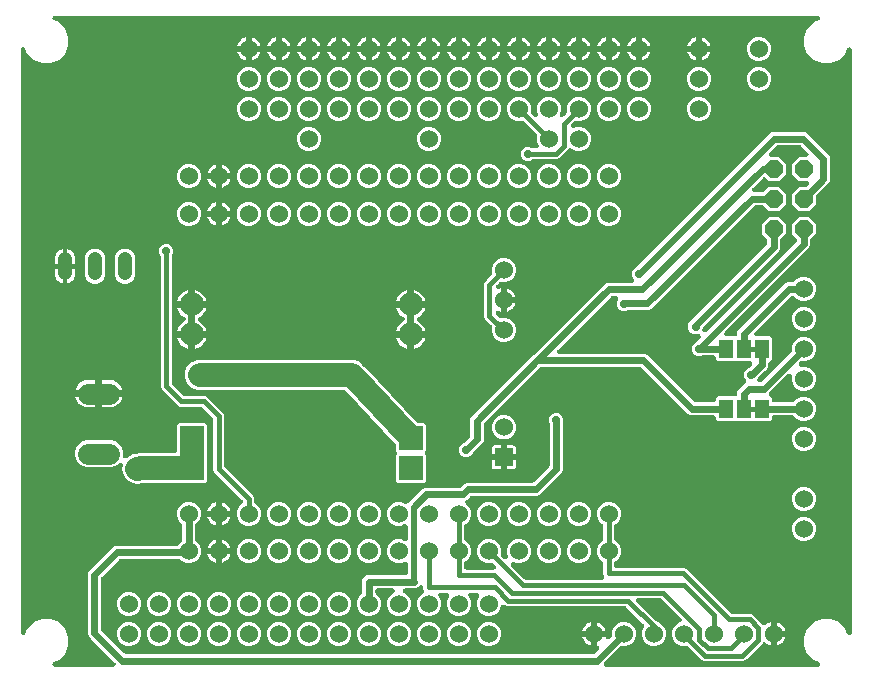
<source format=gbr>
G04 EAGLE Gerber RS-274X export*
G75*
%MOMM*%
%FSLAX34Y34*%
%LPD*%
%INBottom Copper*%
%IPPOS*%
%AMOC8*
5,1,8,0,0,1.08239X$1,22.5*%
G01*
%ADD10C,1.790700*%
%ADD11C,1.219200*%
%ADD12C,1.524000*%
%ADD13P,1.649562X8X112.500000*%
%ADD14R,1.524000X1.524000*%
%ADD15C,2.000000*%
%ADD16R,2.000000X2.000000*%
%ADD17R,1.168400X1.600200*%
%ADD18C,0.406400*%
%ADD19C,2.032000*%
%ADD20C,1.350000*%
%ADD21C,0.609600*%
%ADD22C,0.705600*%
%ADD23C,0.508000*%

G36*
X75837Y-2538D02*
X75837Y-2538D01*
X75846Y-2539D01*
X76039Y-2518D01*
X76228Y-2499D01*
X76237Y-2497D01*
X76246Y-2496D01*
X76429Y-2438D01*
X76613Y-2381D01*
X76621Y-2377D01*
X76630Y-2374D01*
X76797Y-2282D01*
X76967Y-2189D01*
X76974Y-2184D01*
X76982Y-2179D01*
X77129Y-2055D01*
X77277Y-1932D01*
X77282Y-1925D01*
X77289Y-1919D01*
X77409Y-1767D01*
X77529Y-1618D01*
X77533Y-1610D01*
X77539Y-1603D01*
X77626Y-1430D01*
X77714Y-1261D01*
X77717Y-1252D01*
X77721Y-1244D01*
X77773Y-1058D01*
X77826Y-874D01*
X77827Y-865D01*
X77829Y-856D01*
X77843Y-666D01*
X77859Y-472D01*
X77858Y-464D01*
X77858Y-455D01*
X77834Y-262D01*
X77812Y-73D01*
X77809Y-64D01*
X77808Y-55D01*
X77747Y128D01*
X77687Y310D01*
X77683Y318D01*
X77680Y326D01*
X77584Y493D01*
X77489Y661D01*
X77483Y668D01*
X77479Y675D01*
X77264Y928D01*
X56937Y21255D01*
X55079Y23113D01*
X54228Y25167D01*
X54228Y76433D01*
X55079Y78487D01*
X75501Y98908D01*
X77555Y99759D01*
X129213Y99759D01*
X129235Y99761D01*
X129257Y99760D01*
X129435Y99781D01*
X129613Y99799D01*
X129635Y99806D01*
X129657Y99808D01*
X129827Y99865D01*
X129998Y99917D01*
X130018Y99928D01*
X130039Y99935D01*
X130195Y100024D01*
X130352Y100109D01*
X130369Y100123D01*
X130389Y100134D01*
X130524Y100252D01*
X130661Y100367D01*
X130675Y100384D01*
X130692Y100399D01*
X130802Y100541D01*
X130914Y100681D01*
X130924Y100700D01*
X130938Y100718D01*
X131085Y101004D01*
X133516Y103436D01*
X133533Y103456D01*
X133554Y103474D01*
X133661Y103612D01*
X133771Y103747D01*
X133784Y103771D01*
X133800Y103792D01*
X133878Y103949D01*
X133960Y104103D01*
X133968Y104129D01*
X133980Y104153D01*
X134025Y104321D01*
X134075Y104489D01*
X134077Y104515D01*
X134084Y104541D01*
X134111Y104872D01*
X134111Y117378D01*
X134109Y117404D01*
X134111Y117431D01*
X134089Y117605D01*
X134071Y117779D01*
X134064Y117804D01*
X134060Y117831D01*
X134005Y117996D01*
X133953Y118163D01*
X133940Y118187D01*
X133932Y118212D01*
X133845Y118364D01*
X133761Y118517D01*
X133744Y118538D01*
X133731Y118561D01*
X133516Y118814D01*
X131086Y121244D01*
X129539Y124979D01*
X129539Y129021D01*
X131086Y132756D01*
X133944Y135614D01*
X137679Y137161D01*
X141721Y137161D01*
X145456Y135614D01*
X148314Y132756D01*
X149861Y129021D01*
X149861Y124979D01*
X148314Y121244D01*
X145884Y118814D01*
X145867Y118794D01*
X145846Y118776D01*
X145739Y118638D01*
X145629Y118503D01*
X145616Y118479D01*
X145600Y118458D01*
X145522Y118301D01*
X145440Y118147D01*
X145432Y118122D01*
X145420Y118097D01*
X145375Y117928D01*
X145325Y117761D01*
X145323Y117735D01*
X145316Y117709D01*
X145289Y117378D01*
X145289Y104872D01*
X145291Y104845D01*
X145289Y104819D01*
X145311Y104645D01*
X145329Y104471D01*
X145336Y104446D01*
X145340Y104419D01*
X145396Y104253D01*
X145447Y104087D01*
X145460Y104063D01*
X145468Y104038D01*
X145555Y103886D01*
X145639Y103732D01*
X145656Y103712D01*
X145669Y103689D01*
X145884Y103436D01*
X148314Y101006D01*
X149861Y97271D01*
X149861Y93229D01*
X148314Y89494D01*
X145456Y86636D01*
X141721Y85089D01*
X137679Y85089D01*
X133944Y86636D01*
X132594Y87987D01*
X132573Y88004D01*
X132556Y88024D01*
X132418Y88131D01*
X132282Y88242D01*
X132259Y88254D01*
X132237Y88271D01*
X132081Y88349D01*
X131927Y88431D01*
X131901Y88438D01*
X131877Y88450D01*
X131708Y88496D01*
X131541Y88545D01*
X131514Y88548D01*
X131488Y88555D01*
X131157Y88582D01*
X81823Y88582D01*
X81796Y88579D01*
X81770Y88581D01*
X81596Y88559D01*
X81422Y88542D01*
X81397Y88534D01*
X81370Y88531D01*
X81204Y88475D01*
X81037Y88424D01*
X81014Y88411D01*
X80988Y88402D01*
X80837Y88315D01*
X80683Y88232D01*
X80663Y88215D01*
X80640Y88202D01*
X80387Y87987D01*
X66001Y73601D01*
X65984Y73580D01*
X65963Y73563D01*
X65856Y73425D01*
X65746Y73289D01*
X65733Y73266D01*
X65717Y73245D01*
X65639Y73088D01*
X65557Y72934D01*
X65549Y72908D01*
X65537Y72884D01*
X65492Y72715D01*
X65442Y72548D01*
X65440Y72521D01*
X65433Y72495D01*
X65406Y72165D01*
X65406Y29435D01*
X65408Y29409D01*
X65406Y29382D01*
X65428Y29208D01*
X65446Y29035D01*
X65453Y29009D01*
X65457Y28983D01*
X65512Y28817D01*
X65564Y28650D01*
X65577Y28626D01*
X65585Y28601D01*
X65672Y28449D01*
X65756Y28296D01*
X65773Y28275D01*
X65786Y28252D01*
X66001Y27999D01*
X85149Y8851D01*
X85170Y8834D01*
X85187Y8813D01*
X85325Y8706D01*
X85461Y8596D01*
X85484Y8583D01*
X85505Y8567D01*
X85662Y8489D01*
X85816Y8407D01*
X85842Y8399D01*
X85866Y8387D01*
X86035Y8342D01*
X86202Y8292D01*
X86229Y8290D01*
X86255Y8283D01*
X86585Y8256D01*
X482111Y8256D01*
X482137Y8258D01*
X482164Y8256D01*
X482338Y8278D01*
X482511Y8296D01*
X482537Y8303D01*
X482563Y8307D01*
X482729Y8362D01*
X482896Y8414D01*
X482920Y8427D01*
X482945Y8435D01*
X483096Y8522D01*
X483250Y8606D01*
X483271Y8623D01*
X483294Y8636D01*
X483547Y8851D01*
X486745Y12049D01*
X486852Y12179D01*
X486963Y12306D01*
X486979Y12335D01*
X487000Y12360D01*
X487079Y12509D01*
X487163Y12655D01*
X487173Y12687D01*
X487189Y12716D01*
X487237Y12877D01*
X487290Y13037D01*
X487294Y13070D01*
X487304Y13102D01*
X487319Y13270D01*
X487339Y13436D01*
X487337Y13469D01*
X487340Y13503D01*
X487322Y13671D01*
X487309Y13838D01*
X487300Y13870D01*
X487297Y13903D01*
X487246Y14064D01*
X487200Y14226D01*
X487185Y14255D01*
X487175Y14287D01*
X487094Y14434D01*
X487017Y14584D01*
X486996Y14610D01*
X486980Y14639D01*
X486871Y14768D01*
X486767Y14899D01*
X486741Y14921D01*
X486720Y14946D01*
X486588Y15051D01*
X486459Y15159D01*
X486430Y15175D01*
X486404Y15196D01*
X486254Y15272D01*
X486106Y15353D01*
X486075Y15363D01*
X486045Y15378D01*
X485882Y15424D01*
X485722Y15474D01*
X485689Y15477D01*
X485657Y15486D01*
X485489Y15499D01*
X485322Y15516D01*
X485285Y15513D01*
X485255Y15516D01*
X485170Y15505D01*
X485139Y15503D01*
X485139Y22861D01*
X492500Y22861D01*
X492499Y22841D01*
X492484Y22673D01*
X492487Y22640D01*
X492485Y22607D01*
X492509Y22441D01*
X492527Y22273D01*
X492537Y22241D01*
X492542Y22208D01*
X492598Y22049D01*
X492649Y21889D01*
X492665Y21860D01*
X492676Y21829D01*
X492762Y21684D01*
X492843Y21537D01*
X492865Y21512D01*
X492882Y21483D01*
X492995Y21358D01*
X493104Y21230D01*
X493130Y21209D01*
X493152Y21185D01*
X493288Y21085D01*
X493420Y20980D01*
X493450Y20965D01*
X493476Y20946D01*
X493629Y20874D01*
X493779Y20798D01*
X493811Y20789D01*
X493841Y20775D01*
X494005Y20735D01*
X494167Y20690D01*
X494200Y20688D01*
X494232Y20680D01*
X494400Y20673D01*
X494568Y20661D01*
X494601Y20665D01*
X494635Y20663D01*
X494800Y20690D01*
X494968Y20711D01*
X494999Y20722D01*
X495032Y20727D01*
X495190Y20786D01*
X495349Y20839D01*
X495378Y20856D01*
X495409Y20868D01*
X495553Y20956D01*
X495698Y21040D01*
X495727Y21064D01*
X495752Y21080D01*
X495815Y21139D01*
X495951Y21255D01*
X497244Y22548D01*
X497261Y22569D01*
X497282Y22586D01*
X497389Y22724D01*
X497499Y22860D01*
X497512Y22883D01*
X497528Y22904D01*
X497606Y23061D01*
X497688Y23215D01*
X497696Y23241D01*
X497708Y23265D01*
X497753Y23434D01*
X497803Y23601D01*
X497805Y23628D01*
X497812Y23654D01*
X497839Y23984D01*
X497839Y27421D01*
X499386Y31156D01*
X502244Y34014D01*
X505979Y35561D01*
X510021Y35561D01*
X513756Y34014D01*
X516614Y31156D01*
X518161Y27421D01*
X518161Y23379D01*
X516614Y19644D01*
X513756Y16786D01*
X510021Y15239D01*
X506584Y15239D01*
X506558Y15237D01*
X506531Y15239D01*
X506357Y15217D01*
X506184Y15199D01*
X506158Y15192D01*
X506132Y15188D01*
X505966Y15133D01*
X505799Y15081D01*
X505775Y15068D01*
X505750Y15060D01*
X505599Y14973D01*
X505445Y14889D01*
X505424Y14872D01*
X505401Y14859D01*
X505148Y14644D01*
X491432Y928D01*
X491426Y921D01*
X491419Y916D01*
X491299Y766D01*
X491177Y617D01*
X491173Y609D01*
X491167Y602D01*
X491079Y432D01*
X490988Y261D01*
X490986Y253D01*
X490982Y245D01*
X490928Y60D01*
X490873Y-125D01*
X490873Y-134D01*
X490870Y-142D01*
X490855Y-334D01*
X490837Y-526D01*
X490838Y-535D01*
X490837Y-544D01*
X490860Y-733D01*
X490880Y-926D01*
X490883Y-935D01*
X490884Y-943D01*
X490944Y-1125D01*
X491002Y-1310D01*
X491006Y-1318D01*
X491009Y-1326D01*
X491104Y-1495D01*
X491197Y-1662D01*
X491203Y-1669D01*
X491207Y-1677D01*
X491333Y-1823D01*
X491457Y-1969D01*
X491464Y-1975D01*
X491470Y-1982D01*
X491622Y-2099D01*
X491773Y-2219D01*
X491781Y-2223D01*
X491788Y-2228D01*
X491960Y-2314D01*
X492132Y-2401D01*
X492141Y-2404D01*
X492149Y-2408D01*
X492335Y-2458D01*
X492520Y-2509D01*
X492529Y-2510D01*
X492538Y-2512D01*
X492868Y-2539D01*
X672241Y-2539D01*
X672246Y-2539D01*
X672250Y-2539D01*
X672444Y-2519D01*
X672642Y-2499D01*
X672646Y-2498D01*
X672651Y-2498D01*
X672838Y-2439D01*
X673027Y-2381D01*
X673031Y-2379D01*
X673035Y-2378D01*
X673209Y-2282D01*
X673381Y-2189D01*
X673384Y-2187D01*
X673388Y-2184D01*
X673541Y-2056D01*
X673690Y-1932D01*
X673693Y-1928D01*
X673696Y-1925D01*
X673821Y-1769D01*
X673942Y-1618D01*
X673944Y-1614D01*
X673947Y-1611D01*
X674040Y-1430D01*
X674128Y-1261D01*
X674129Y-1256D01*
X674131Y-1252D01*
X674185Y-1062D01*
X674239Y-874D01*
X674240Y-869D01*
X674241Y-865D01*
X674256Y-672D01*
X674272Y-472D01*
X674272Y-468D01*
X674272Y-464D01*
X674248Y-270D01*
X674225Y-73D01*
X674224Y-68D01*
X674223Y-64D01*
X674162Y121D01*
X674100Y310D01*
X674098Y314D01*
X674097Y318D01*
X674000Y487D01*
X673902Y661D01*
X673899Y664D01*
X673897Y668D01*
X673768Y817D01*
X673639Y966D01*
X673636Y968D01*
X673633Y972D01*
X673474Y1094D01*
X673321Y1212D01*
X673317Y1214D01*
X673314Y1217D01*
X673018Y1369D01*
X668803Y3115D01*
X663515Y8403D01*
X660653Y15311D01*
X660653Y22789D01*
X663515Y29697D01*
X668803Y34985D01*
X675711Y37847D01*
X683189Y37847D01*
X690097Y34985D01*
X695385Y29697D01*
X697131Y25482D01*
X697133Y25478D01*
X697135Y25473D01*
X697228Y25301D01*
X697322Y25127D01*
X697324Y25123D01*
X697327Y25119D01*
X697451Y24971D01*
X697578Y24816D01*
X697581Y24813D01*
X697584Y24810D01*
X697737Y24687D01*
X697891Y24563D01*
X697895Y24561D01*
X697898Y24558D01*
X698073Y24467D01*
X698247Y24376D01*
X698251Y24374D01*
X698255Y24372D01*
X698445Y24318D01*
X698634Y24262D01*
X698638Y24262D01*
X698642Y24261D01*
X698840Y24245D01*
X699035Y24228D01*
X699039Y24228D01*
X699044Y24228D01*
X699241Y24251D01*
X699435Y24273D01*
X699439Y24274D01*
X699443Y24275D01*
X699632Y24336D01*
X699818Y24396D01*
X699822Y24398D01*
X699826Y24400D01*
X699999Y24497D01*
X700170Y24592D01*
X700173Y24595D01*
X700177Y24598D01*
X700326Y24726D01*
X700475Y24854D01*
X700478Y24858D01*
X700482Y24861D01*
X700601Y25015D01*
X700724Y25171D01*
X700726Y25175D01*
X700728Y25179D01*
X700816Y25355D01*
X700904Y25531D01*
X700906Y25535D01*
X700908Y25539D01*
X700959Y25732D01*
X701011Y25919D01*
X701011Y25924D01*
X701012Y25928D01*
X701039Y26259D01*
X701039Y519841D01*
X701039Y519846D01*
X701039Y519850D01*
X701019Y520044D01*
X700999Y520242D01*
X700998Y520246D01*
X700998Y520250D01*
X700940Y520436D01*
X700881Y520627D01*
X700879Y520631D01*
X700878Y520635D01*
X700784Y520806D01*
X700689Y520981D01*
X700687Y520984D01*
X700684Y520988D01*
X700557Y521139D01*
X700432Y521290D01*
X700428Y521293D01*
X700425Y521296D01*
X700271Y521419D01*
X700118Y521542D01*
X700114Y521544D01*
X700111Y521547D01*
X699936Y521637D01*
X699761Y521728D01*
X699756Y521729D01*
X699752Y521731D01*
X699565Y521784D01*
X699374Y521839D01*
X699369Y521840D01*
X699365Y521841D01*
X699172Y521856D01*
X698972Y521872D01*
X698968Y521872D01*
X698964Y521872D01*
X698771Y521848D01*
X698573Y521825D01*
X698568Y521824D01*
X698564Y521823D01*
X698381Y521763D01*
X698190Y521700D01*
X698186Y521698D01*
X698182Y521697D01*
X698013Y521601D01*
X697839Y521502D01*
X697836Y521500D01*
X697832Y521497D01*
X697683Y521367D01*
X697535Y521239D01*
X697532Y521236D01*
X697528Y521233D01*
X697408Y521076D01*
X697288Y520921D01*
X697286Y520917D01*
X697283Y520914D01*
X697131Y520618D01*
X695385Y516403D01*
X690097Y511115D01*
X683189Y508253D01*
X675711Y508253D01*
X668803Y511115D01*
X663515Y516403D01*
X660653Y523311D01*
X660653Y530789D01*
X663515Y537697D01*
X668803Y542985D01*
X673018Y544731D01*
X673022Y544733D01*
X673027Y544735D01*
X673199Y544828D01*
X673373Y544922D01*
X673377Y544924D01*
X673381Y544927D01*
X673529Y545051D01*
X673684Y545178D01*
X673687Y545181D01*
X673690Y545184D01*
X673813Y545337D01*
X673937Y545491D01*
X673939Y545495D01*
X673942Y545498D01*
X674033Y545673D01*
X674124Y545847D01*
X674126Y545851D01*
X674128Y545855D01*
X674182Y546045D01*
X674238Y546234D01*
X674238Y546238D01*
X674239Y546242D01*
X674255Y546440D01*
X674272Y546635D01*
X674272Y546639D01*
X674272Y546644D01*
X674249Y546841D01*
X674227Y547035D01*
X674226Y547039D01*
X674225Y547043D01*
X674164Y547232D01*
X674104Y547418D01*
X674102Y547422D01*
X674100Y547426D01*
X674003Y547599D01*
X673908Y547770D01*
X673905Y547773D01*
X673902Y547777D01*
X673774Y547926D01*
X673646Y548075D01*
X673642Y548078D01*
X673639Y548082D01*
X673485Y548201D01*
X673329Y548324D01*
X673325Y548326D01*
X673321Y548328D01*
X673145Y548416D01*
X672969Y548504D01*
X672965Y548506D01*
X672961Y548508D01*
X672768Y548559D01*
X672581Y548611D01*
X672576Y548611D01*
X672572Y548612D01*
X672241Y548639D01*
X26259Y548639D01*
X26254Y548639D01*
X26250Y548639D01*
X26056Y548619D01*
X25858Y548599D01*
X25854Y548598D01*
X25850Y548598D01*
X25664Y548540D01*
X25473Y548481D01*
X25469Y548479D01*
X25465Y548478D01*
X25294Y548384D01*
X25119Y548289D01*
X25116Y548287D01*
X25112Y548284D01*
X24960Y548157D01*
X24810Y548032D01*
X24807Y548028D01*
X24804Y548025D01*
X24681Y547871D01*
X24558Y547718D01*
X24556Y547714D01*
X24553Y547711D01*
X24463Y547536D01*
X24372Y547361D01*
X24371Y547356D01*
X24369Y547352D01*
X24316Y547165D01*
X24261Y546974D01*
X24260Y546969D01*
X24259Y546965D01*
X24244Y546772D01*
X24228Y546572D01*
X24228Y546568D01*
X24228Y546564D01*
X24252Y546371D01*
X24275Y546173D01*
X24276Y546168D01*
X24277Y546164D01*
X24337Y545981D01*
X24400Y545790D01*
X24402Y545786D01*
X24403Y545782D01*
X24499Y545613D01*
X24598Y545439D01*
X24600Y545436D01*
X24603Y545432D01*
X24733Y545283D01*
X24861Y545135D01*
X24864Y545132D01*
X24867Y545128D01*
X25024Y545008D01*
X25179Y544888D01*
X25183Y544886D01*
X25186Y544883D01*
X25482Y544731D01*
X29697Y542985D01*
X34985Y537697D01*
X37847Y530789D01*
X37847Y523311D01*
X34985Y516403D01*
X29697Y511115D01*
X22789Y508253D01*
X15311Y508253D01*
X8403Y511115D01*
X3115Y516403D01*
X1369Y520618D01*
X1367Y520622D01*
X1365Y520627D01*
X1272Y520799D01*
X1178Y520973D01*
X1176Y520977D01*
X1173Y520981D01*
X1050Y521129D01*
X922Y521284D01*
X919Y521287D01*
X916Y521290D01*
X763Y521413D01*
X609Y521537D01*
X605Y521539D01*
X602Y521542D01*
X429Y521632D01*
X253Y521724D01*
X249Y521726D01*
X245Y521728D01*
X56Y521782D01*
X-134Y521838D01*
X-138Y521838D01*
X-142Y521839D01*
X-340Y521855D01*
X-535Y521872D01*
X-539Y521872D01*
X-544Y521872D01*
X-738Y521849D01*
X-935Y521827D01*
X-939Y521826D01*
X-943Y521825D01*
X-1129Y521765D01*
X-1318Y521704D01*
X-1322Y521702D01*
X-1326Y521700D01*
X-1498Y521604D01*
X-1670Y521508D01*
X-1673Y521505D01*
X-1677Y521502D01*
X-1825Y521374D01*
X-1975Y521246D01*
X-1978Y521242D01*
X-1982Y521239D01*
X-2102Y521085D01*
X-2224Y520929D01*
X-2226Y520925D01*
X-2228Y520921D01*
X-2317Y520743D01*
X-2404Y520569D01*
X-2406Y520565D01*
X-2408Y520561D01*
X-2459Y520369D01*
X-2511Y520181D01*
X-2511Y520176D01*
X-2512Y520172D01*
X-2539Y519841D01*
X-2539Y26259D01*
X-2539Y26254D01*
X-2539Y26250D01*
X-2519Y26052D01*
X-2499Y25858D01*
X-2498Y25854D01*
X-2498Y25849D01*
X-2439Y25662D01*
X-2381Y25473D01*
X-2379Y25469D01*
X-2378Y25465D01*
X-2282Y25291D01*
X-2189Y25119D01*
X-2187Y25116D01*
X-2184Y25112D01*
X-2056Y24959D01*
X-1932Y24810D01*
X-1928Y24807D01*
X-1925Y24804D01*
X-1769Y24679D01*
X-1618Y24558D01*
X-1614Y24556D01*
X-1611Y24553D01*
X-1430Y24460D01*
X-1261Y24372D01*
X-1256Y24371D01*
X-1252Y24369D01*
X-1062Y24315D01*
X-874Y24261D01*
X-869Y24260D01*
X-865Y24259D01*
X-672Y24244D01*
X-472Y24228D01*
X-468Y24228D01*
X-464Y24228D01*
X-270Y24252D01*
X-73Y24275D01*
X-68Y24276D01*
X-64Y24277D01*
X121Y24338D01*
X310Y24400D01*
X314Y24402D01*
X318Y24403D01*
X487Y24500D01*
X661Y24598D01*
X664Y24601D01*
X668Y24603D01*
X817Y24732D01*
X966Y24861D01*
X968Y24864D01*
X972Y24867D01*
X1094Y25026D01*
X1212Y25179D01*
X1214Y25183D01*
X1217Y25186D01*
X1369Y25482D01*
X3115Y29697D01*
X8403Y34985D01*
X15311Y37847D01*
X22789Y37847D01*
X29697Y34985D01*
X34985Y29697D01*
X37847Y22789D01*
X37847Y15311D01*
X34985Y8403D01*
X29697Y3115D01*
X25482Y1369D01*
X25478Y1367D01*
X25473Y1365D01*
X25301Y1272D01*
X25127Y1178D01*
X25123Y1176D01*
X25119Y1173D01*
X24971Y1049D01*
X24816Y922D01*
X24813Y919D01*
X24810Y916D01*
X24686Y761D01*
X24563Y609D01*
X24561Y605D01*
X24558Y602D01*
X24468Y429D01*
X24376Y253D01*
X24374Y249D01*
X24372Y245D01*
X24318Y56D01*
X24262Y-134D01*
X24262Y-138D01*
X24261Y-142D01*
X24245Y-340D01*
X24228Y-535D01*
X24228Y-539D01*
X24228Y-544D01*
X24251Y-738D01*
X24273Y-935D01*
X24274Y-939D01*
X24275Y-943D01*
X24335Y-1129D01*
X24396Y-1318D01*
X24398Y-1322D01*
X24400Y-1326D01*
X24496Y-1498D01*
X24592Y-1670D01*
X24595Y-1673D01*
X24598Y-1677D01*
X24726Y-1825D01*
X24854Y-1975D01*
X24858Y-1978D01*
X24861Y-1982D01*
X25015Y-2102D01*
X25171Y-2224D01*
X25175Y-2226D01*
X25179Y-2228D01*
X25357Y-2317D01*
X25531Y-2404D01*
X25535Y-2406D01*
X25539Y-2408D01*
X25731Y-2459D01*
X25919Y-2511D01*
X25924Y-2511D01*
X25928Y-2512D01*
X26259Y-2539D01*
X75828Y-2539D01*
X75837Y-2538D01*
G37*
%LPC*%
G36*
X373443Y174906D02*
X373443Y174906D01*
X371212Y175830D01*
X369505Y177537D01*
X368581Y179768D01*
X368581Y182182D01*
X369505Y184413D01*
X371212Y186120D01*
X371998Y186445D01*
X372025Y186460D01*
X372055Y186470D01*
X372203Y186555D01*
X372353Y186635D01*
X372377Y186655D01*
X372404Y186671D01*
X372657Y186885D01*
X377483Y191712D01*
X377500Y191733D01*
X377521Y191750D01*
X377627Y191888D01*
X377738Y192024D01*
X377751Y192047D01*
X377767Y192068D01*
X377845Y192224D01*
X377927Y192379D01*
X377935Y192405D01*
X377947Y192429D01*
X377992Y192598D01*
X378042Y192765D01*
X378044Y192792D01*
X378051Y192818D01*
X378078Y193148D01*
X378078Y206608D01*
X378929Y208662D01*
X432057Y261789D01*
X432057Y261790D01*
X492025Y321758D01*
X494079Y322609D01*
X514830Y322609D01*
X514839Y322610D01*
X514848Y322609D01*
X515040Y322630D01*
X515231Y322649D01*
X515239Y322651D01*
X515248Y322652D01*
X515430Y322710D01*
X515615Y322767D01*
X515623Y322771D01*
X515632Y322774D01*
X515800Y322867D01*
X515970Y322959D01*
X515976Y322964D01*
X515984Y322969D01*
X516132Y323094D01*
X516279Y323216D01*
X516284Y323223D01*
X516291Y323229D01*
X516411Y323381D01*
X516531Y323530D01*
X516535Y323538D01*
X516541Y323545D01*
X516629Y323718D01*
X516717Y323887D01*
X516719Y323896D01*
X516723Y323904D01*
X516775Y324089D01*
X516828Y324274D01*
X516829Y324283D01*
X516831Y324292D01*
X516845Y324484D01*
X516861Y324676D01*
X516860Y324684D01*
X516861Y324693D01*
X516836Y324884D01*
X516814Y325075D01*
X516811Y325084D01*
X516810Y325093D01*
X516749Y325274D01*
X516689Y325458D01*
X516685Y325466D01*
X516682Y325474D01*
X516586Y325642D01*
X516491Y325809D01*
X516485Y325816D01*
X516481Y325823D01*
X516266Y326076D01*
X515580Y326762D01*
X514656Y328993D01*
X514656Y331407D01*
X515580Y333638D01*
X517287Y335345D01*
X518030Y335653D01*
X518058Y335667D01*
X518087Y335677D01*
X518235Y335762D01*
X518385Y335843D01*
X518409Y335863D01*
X518436Y335878D01*
X518689Y336093D01*
X631834Y449238D01*
X633888Y450089D01*
X661141Y450089D01*
X663195Y449238D01*
X681521Y430912D01*
X682372Y428858D01*
X682372Y408971D01*
X681521Y406917D01*
X671156Y396552D01*
X671139Y396531D01*
X671118Y396514D01*
X671011Y396376D01*
X670901Y396240D01*
X670888Y396217D01*
X670872Y396196D01*
X670794Y396039D01*
X670712Y395885D01*
X670704Y395859D01*
X670692Y395835D01*
X670647Y395666D01*
X670597Y395499D01*
X670595Y395472D01*
X670588Y395446D01*
X670561Y395116D01*
X670561Y389491D01*
X664609Y383539D01*
X656191Y383539D01*
X650239Y389491D01*
X650239Y397909D01*
X656191Y403861D01*
X661816Y403861D01*
X661842Y403863D01*
X661869Y403861D01*
X662043Y403883D01*
X662216Y403901D01*
X662242Y403908D01*
X662268Y403912D01*
X662434Y403968D01*
X662601Y404019D01*
X662625Y404031D01*
X662650Y404040D01*
X662802Y404127D01*
X662955Y404211D01*
X662976Y404228D01*
X662999Y404241D01*
X663252Y404456D01*
X664268Y405472D01*
X664274Y405479D01*
X664281Y405484D01*
X664400Y405633D01*
X664523Y405783D01*
X664527Y405791D01*
X664533Y405798D01*
X664621Y405968D01*
X664712Y406139D01*
X664714Y406148D01*
X664718Y406155D01*
X664771Y406340D01*
X664827Y406525D01*
X664827Y406534D01*
X664830Y406542D01*
X664845Y406733D01*
X664863Y406926D01*
X664862Y406935D01*
X664863Y406944D01*
X664841Y407132D01*
X664820Y407326D01*
X664817Y407335D01*
X664816Y407343D01*
X664756Y407526D01*
X664698Y407710D01*
X664694Y407718D01*
X664691Y407726D01*
X664597Y407893D01*
X664503Y408062D01*
X664497Y408069D01*
X664493Y408077D01*
X664368Y408221D01*
X664243Y408369D01*
X664236Y408375D01*
X664230Y408382D01*
X664078Y408499D01*
X663927Y408619D01*
X663919Y408623D01*
X663912Y408628D01*
X663740Y408714D01*
X663568Y408801D01*
X663559Y408804D01*
X663551Y408808D01*
X663366Y408857D01*
X663180Y408909D01*
X663171Y408910D01*
X663162Y408912D01*
X662832Y408939D01*
X656191Y408939D01*
X650239Y414891D01*
X650239Y423309D01*
X656191Y429261D01*
X662461Y429261D01*
X662469Y429262D01*
X662478Y429261D01*
X662670Y429282D01*
X662861Y429301D01*
X662870Y429303D01*
X662879Y429304D01*
X663061Y429362D01*
X663246Y429419D01*
X663254Y429423D01*
X663263Y429426D01*
X663431Y429519D01*
X663600Y429611D01*
X663607Y429616D01*
X663615Y429621D01*
X663762Y429745D01*
X663909Y429868D01*
X663915Y429875D01*
X663922Y429881D01*
X664040Y430031D01*
X664162Y430182D01*
X664166Y430190D01*
X664171Y430197D01*
X664259Y430370D01*
X664347Y430539D01*
X664350Y430548D01*
X664354Y430556D01*
X664406Y430742D01*
X664459Y430926D01*
X664459Y430935D01*
X664462Y430944D01*
X664476Y431137D01*
X664492Y431328D01*
X664491Y431336D01*
X664491Y431345D01*
X664467Y431538D01*
X664445Y431727D01*
X664442Y431736D01*
X664441Y431745D01*
X664379Y431928D01*
X664320Y432110D01*
X664315Y432118D01*
X664313Y432126D01*
X664217Y432293D01*
X664122Y432461D01*
X664116Y432468D01*
X664112Y432475D01*
X663897Y432728D01*
X658309Y438316D01*
X658288Y438333D01*
X658271Y438354D01*
X658133Y438461D01*
X657997Y438571D01*
X657974Y438584D01*
X657953Y438600D01*
X657796Y438678D01*
X657642Y438760D01*
X657616Y438768D01*
X657592Y438780D01*
X657423Y438825D01*
X657256Y438875D01*
X657229Y438877D01*
X657203Y438884D01*
X656873Y438911D01*
X638156Y438911D01*
X638130Y438909D01*
X638103Y438911D01*
X637929Y438889D01*
X637756Y438871D01*
X637730Y438864D01*
X637704Y438860D01*
X637538Y438805D01*
X637371Y438753D01*
X637347Y438740D01*
X637322Y438732D01*
X637171Y438645D01*
X637017Y438561D01*
X636996Y438544D01*
X636973Y438531D01*
X636720Y438316D01*
X631132Y432728D01*
X631126Y432721D01*
X631119Y432716D01*
X630999Y432566D01*
X630877Y432417D01*
X630873Y432409D01*
X630867Y432402D01*
X630779Y432232D01*
X630688Y432061D01*
X630686Y432052D01*
X630682Y432045D01*
X630628Y431860D01*
X630573Y431675D01*
X630573Y431666D01*
X630570Y431658D01*
X630555Y431466D01*
X630537Y431274D01*
X630538Y431265D01*
X630537Y431256D01*
X630560Y431067D01*
X630580Y430874D01*
X630583Y430865D01*
X630584Y430857D01*
X630644Y430675D01*
X630702Y430490D01*
X630706Y430482D01*
X630709Y430474D01*
X630805Y430304D01*
X630897Y430138D01*
X630903Y430131D01*
X630907Y430123D01*
X631033Y429977D01*
X631157Y429831D01*
X631164Y429825D01*
X631170Y429818D01*
X631322Y429701D01*
X631473Y429581D01*
X631481Y429577D01*
X631488Y429572D01*
X631660Y429486D01*
X631832Y429399D01*
X631841Y429396D01*
X631849Y429392D01*
X632035Y429342D01*
X632220Y429291D01*
X632229Y429290D01*
X632238Y429288D01*
X632568Y429261D01*
X639209Y429261D01*
X645161Y423309D01*
X645161Y414891D01*
X639209Y408939D01*
X630791Y408939D01*
X628441Y411290D01*
X628427Y411301D01*
X628416Y411315D01*
X628271Y411428D01*
X628129Y411545D01*
X628114Y411553D01*
X628100Y411564D01*
X627935Y411648D01*
X627774Y411733D01*
X627757Y411738D01*
X627741Y411747D01*
X627563Y411796D01*
X627388Y411848D01*
X627370Y411850D01*
X627353Y411855D01*
X627170Y411868D01*
X626987Y411885D01*
X626969Y411883D01*
X626951Y411884D01*
X626769Y411861D01*
X626587Y411841D01*
X626570Y411836D01*
X626552Y411833D01*
X626378Y411775D01*
X626203Y411720D01*
X626187Y411711D01*
X626170Y411705D01*
X626011Y411613D01*
X625850Y411525D01*
X625837Y411513D01*
X625821Y411504D01*
X625568Y411290D01*
X617035Y402756D01*
X617029Y402749D01*
X617022Y402744D01*
X616902Y402594D01*
X616780Y402445D01*
X616776Y402437D01*
X616770Y402430D01*
X616681Y402259D01*
X616591Y402089D01*
X616589Y402081D01*
X616585Y402073D01*
X616531Y401887D01*
X616476Y401703D01*
X616476Y401694D01*
X616473Y401686D01*
X616458Y401494D01*
X616440Y401302D01*
X616441Y401293D01*
X616440Y401284D01*
X616463Y401095D01*
X616483Y400902D01*
X616486Y400893D01*
X616487Y400885D01*
X616547Y400703D01*
X616605Y400518D01*
X616609Y400510D01*
X616612Y400502D01*
X616707Y400333D01*
X616800Y400166D01*
X616806Y400159D01*
X616810Y400151D01*
X616936Y400005D01*
X617060Y399859D01*
X617067Y399853D01*
X617073Y399846D01*
X617225Y399729D01*
X617376Y399609D01*
X617384Y399605D01*
X617391Y399600D01*
X617563Y399514D01*
X617735Y399427D01*
X617744Y399424D01*
X617752Y399420D01*
X617938Y399370D01*
X618123Y399319D01*
X618132Y399318D01*
X618141Y399316D01*
X618471Y399289D01*
X625378Y399289D01*
X625404Y399291D01*
X625431Y399289D01*
X625605Y399311D01*
X625779Y399329D01*
X625804Y399336D01*
X625831Y399340D01*
X625996Y399395D01*
X626163Y399447D01*
X626187Y399460D01*
X626212Y399468D01*
X626364Y399555D01*
X626517Y399639D01*
X626538Y399656D01*
X626561Y399669D01*
X626814Y399884D01*
X630791Y403861D01*
X639209Y403861D01*
X645161Y397909D01*
X645161Y389491D01*
X639209Y383539D01*
X630791Y383539D01*
X626814Y387516D01*
X626794Y387533D01*
X626776Y387554D01*
X626638Y387661D01*
X626503Y387771D01*
X626479Y387784D01*
X626458Y387800D01*
X626301Y387878D01*
X626147Y387960D01*
X626122Y387968D01*
X626097Y387980D01*
X625928Y388025D01*
X625761Y388075D01*
X625735Y388077D01*
X625709Y388084D01*
X625378Y388111D01*
X619323Y388111D01*
X619297Y388109D01*
X619270Y388111D01*
X619096Y388089D01*
X618923Y388071D01*
X618897Y388064D01*
X618871Y388060D01*
X618705Y388005D01*
X618538Y387953D01*
X618514Y387940D01*
X618489Y387932D01*
X618337Y387845D01*
X618184Y387761D01*
X618163Y387744D01*
X618140Y387731D01*
X617887Y387516D01*
X530842Y300471D01*
X528788Y299620D01*
X512128Y299620D01*
X512097Y299617D01*
X512066Y299619D01*
X511897Y299597D01*
X511727Y299580D01*
X511697Y299571D01*
X511666Y299567D01*
X511350Y299466D01*
X509316Y298623D01*
X506901Y298623D01*
X504671Y299547D01*
X502964Y301254D01*
X502040Y303484D01*
X502040Y305899D01*
X502994Y308203D01*
X503053Y308275D01*
X503057Y308283D01*
X503063Y308290D01*
X503151Y308460D01*
X503242Y308631D01*
X503244Y308639D01*
X503249Y308647D01*
X503302Y308832D01*
X503357Y309017D01*
X503357Y309026D01*
X503360Y309034D01*
X503376Y309226D01*
X503393Y309418D01*
X503392Y309427D01*
X503393Y309436D01*
X503371Y309626D01*
X503350Y309818D01*
X503347Y309826D01*
X503346Y309835D01*
X503286Y310018D01*
X503228Y310202D01*
X503224Y310210D01*
X503221Y310218D01*
X503126Y310386D01*
X503034Y310554D01*
X503028Y310561D01*
X503023Y310569D01*
X502897Y310715D01*
X502773Y310861D01*
X502766Y310867D01*
X502760Y310874D01*
X502608Y310992D01*
X502457Y311111D01*
X502449Y311115D01*
X502442Y311120D01*
X502269Y311206D01*
X502098Y311293D01*
X502090Y311296D01*
X502081Y311300D01*
X501895Y311350D01*
X501710Y311401D01*
X501701Y311402D01*
X501693Y311404D01*
X501362Y311431D01*
X498347Y311431D01*
X498321Y311429D01*
X498294Y311431D01*
X498120Y311409D01*
X497947Y311391D01*
X497921Y311384D01*
X497895Y311380D01*
X497729Y311325D01*
X497562Y311273D01*
X497538Y311260D01*
X497513Y311252D01*
X497361Y311165D01*
X497208Y311081D01*
X497187Y311064D01*
X497164Y311051D01*
X496911Y310836D01*
X451897Y265822D01*
X451891Y265815D01*
X451885Y265810D01*
X451764Y265660D01*
X451642Y265511D01*
X451638Y265503D01*
X451632Y265496D01*
X451543Y265325D01*
X451453Y265155D01*
X451451Y265147D01*
X451447Y265139D01*
X451393Y264953D01*
X451339Y264769D01*
X451338Y264760D01*
X451335Y264752D01*
X451320Y264560D01*
X451302Y264368D01*
X451303Y264359D01*
X451302Y264350D01*
X451325Y264161D01*
X451346Y263968D01*
X451348Y263959D01*
X451349Y263951D01*
X451409Y263769D01*
X451467Y263584D01*
X451471Y263576D01*
X451474Y263568D01*
X451569Y263399D01*
X451662Y263232D01*
X451668Y263225D01*
X451672Y263217D01*
X451798Y263071D01*
X451922Y262925D01*
X451929Y262919D01*
X451935Y262912D01*
X452087Y262795D01*
X452238Y262675D01*
X452246Y262671D01*
X452253Y262666D01*
X452425Y262580D01*
X452597Y262493D01*
X452606Y262490D01*
X452614Y262486D01*
X452800Y262436D01*
X452985Y262385D01*
X452994Y262384D01*
X453003Y262382D01*
X453333Y262355D01*
X525588Y262355D01*
X527642Y261504D01*
X567062Y222084D01*
X567083Y222067D01*
X567100Y222046D01*
X567238Y221939D01*
X567374Y221829D01*
X567397Y221816D01*
X567418Y221800D01*
X567575Y221722D01*
X567729Y221640D01*
X567755Y221632D01*
X567779Y221620D01*
X567948Y221575D01*
X568115Y221525D01*
X568142Y221523D01*
X568168Y221516D01*
X568498Y221489D01*
X583946Y221489D01*
X583964Y221491D01*
X583982Y221489D01*
X584164Y221510D01*
X584347Y221529D01*
X584364Y221534D01*
X584381Y221536D01*
X584556Y221593D01*
X584732Y221647D01*
X584747Y221655D01*
X584764Y221661D01*
X584924Y221751D01*
X585086Y221839D01*
X585099Y221850D01*
X585115Y221859D01*
X585254Y221979D01*
X585395Y222096D01*
X585406Y222110D01*
X585420Y222122D01*
X585532Y222267D01*
X585647Y222410D01*
X585655Y222426D01*
X585666Y222440D01*
X585748Y222605D01*
X585833Y222767D01*
X585838Y222784D01*
X585846Y222800D01*
X585893Y222979D01*
X585944Y223154D01*
X585946Y223172D01*
X585950Y223189D01*
X585977Y223520D01*
X585977Y224953D01*
X587466Y226442D01*
X601980Y226442D01*
X601998Y226444D01*
X602016Y226442D01*
X602198Y226463D01*
X602381Y226482D01*
X602398Y226487D01*
X602415Y226489D01*
X602590Y226546D01*
X602766Y226600D01*
X602781Y226608D01*
X602798Y226614D01*
X602958Y226704D01*
X603120Y226792D01*
X603133Y226803D01*
X603149Y226812D01*
X603288Y226932D01*
X603429Y227049D01*
X603440Y227063D01*
X603454Y227075D01*
X603566Y227220D01*
X603681Y227363D01*
X603689Y227379D01*
X603700Y227393D01*
X603782Y227558D01*
X603867Y227720D01*
X603872Y227737D01*
X603880Y227753D01*
X603927Y227932D01*
X603978Y228107D01*
X603980Y228125D01*
X603984Y228142D01*
X604011Y228473D01*
X604011Y229712D01*
X604862Y231766D01*
X610498Y237402D01*
X610567Y237430D01*
X610579Y237437D01*
X610592Y237441D01*
X610756Y237532D01*
X610922Y237621D01*
X610932Y237629D01*
X610944Y237636D01*
X611088Y237758D01*
X611232Y237877D01*
X611241Y237887D01*
X611251Y237896D01*
X611368Y238044D01*
X611486Y238190D01*
X611492Y238201D01*
X611501Y238212D01*
X611586Y238380D01*
X611673Y238546D01*
X611677Y238559D01*
X611683Y238571D01*
X611734Y238753D01*
X611786Y238933D01*
X611787Y238946D01*
X611791Y238959D01*
X611805Y239148D01*
X611821Y239334D01*
X611819Y239347D01*
X611820Y239360D01*
X611797Y239548D01*
X611776Y239734D01*
X611772Y239747D01*
X611770Y239760D01*
X611710Y239938D01*
X611653Y240117D01*
X611646Y240129D01*
X611642Y240142D01*
X611547Y240305D01*
X611456Y240469D01*
X611448Y240479D01*
X611441Y240490D01*
X611226Y240743D01*
X610805Y241164D01*
X609881Y243395D01*
X609881Y245809D01*
X610805Y248040D01*
X612512Y249747D01*
X613474Y250145D01*
X613479Y250148D01*
X613484Y250149D01*
X613655Y250242D01*
X613829Y250335D01*
X613833Y250339D01*
X613837Y250341D01*
X614096Y250549D01*
X616312Y252654D01*
X616335Y252681D01*
X616362Y252703D01*
X616466Y252833D01*
X616575Y252959D01*
X616592Y252990D01*
X616614Y253017D01*
X616691Y253164D01*
X616773Y253310D01*
X616783Y253343D01*
X616800Y253374D01*
X616845Y253534D01*
X616897Y253693D01*
X616901Y253728D01*
X616911Y253761D01*
X616925Y253927D01*
X616944Y254093D01*
X616941Y254128D01*
X616944Y254163D01*
X616924Y254328D01*
X616911Y254494D01*
X616901Y254528D01*
X616897Y254562D01*
X616845Y254721D01*
X616799Y254881D01*
X616783Y254912D01*
X616772Y254945D01*
X616690Y255090D01*
X616613Y255238D01*
X616591Y255265D01*
X616574Y255296D01*
X616465Y255422D01*
X616361Y255552D01*
X616334Y255574D01*
X616311Y255601D01*
X616179Y255703D01*
X616051Y255809D01*
X616020Y255826D01*
X615993Y255847D01*
X615844Y255921D01*
X615697Y256001D01*
X615664Y256011D01*
X615632Y256027D01*
X615471Y256070D01*
X615312Y256119D01*
X615277Y256122D01*
X615244Y256131D01*
X614913Y256158D01*
X587466Y256158D01*
X585977Y257647D01*
X585977Y259080D01*
X585975Y259098D01*
X585977Y259116D01*
X585956Y259298D01*
X585937Y259481D01*
X585932Y259498D01*
X585930Y259515D01*
X585873Y259690D01*
X585819Y259866D01*
X585811Y259881D01*
X585805Y259898D01*
X585715Y260058D01*
X585627Y260220D01*
X585616Y260233D01*
X585607Y260249D01*
X585487Y260388D01*
X585370Y260529D01*
X585356Y260540D01*
X585344Y260554D01*
X585199Y260666D01*
X585056Y260781D01*
X585040Y260789D01*
X585026Y260800D01*
X584861Y260882D01*
X584699Y260967D01*
X584682Y260972D01*
X584666Y260980D01*
X584487Y261027D01*
X584312Y261078D01*
X584294Y261080D01*
X584277Y261084D01*
X583946Y261111D01*
X574270Y261111D01*
X574239Y261108D01*
X574208Y261110D01*
X574039Y261088D01*
X573869Y261071D01*
X573840Y261062D01*
X573809Y261058D01*
X573493Y260957D01*
X572707Y260631D01*
X570293Y260631D01*
X568062Y261555D01*
X566355Y263262D01*
X565431Y265493D01*
X565431Y267907D01*
X566355Y270138D01*
X568062Y271845D01*
X568848Y272170D01*
X568875Y272185D01*
X568905Y272195D01*
X569053Y272280D01*
X569203Y272360D01*
X569227Y272380D01*
X569254Y272396D01*
X569507Y272610D01*
X572537Y275640D01*
X572540Y275644D01*
X572543Y275647D01*
X572667Y275799D01*
X572792Y275952D01*
X572794Y275956D01*
X572797Y275959D01*
X572886Y276130D01*
X572980Y276308D01*
X572982Y276312D01*
X572984Y276316D01*
X573039Y276505D01*
X573095Y276693D01*
X573096Y276698D01*
X573097Y276702D01*
X573113Y276894D01*
X573132Y277094D01*
X573131Y277099D01*
X573131Y277103D01*
X573110Y277293D01*
X573088Y277495D01*
X573087Y277499D01*
X573086Y277503D01*
X573027Y277688D01*
X572967Y277879D01*
X572964Y277883D01*
X572963Y277887D01*
X572867Y278060D01*
X572772Y278231D01*
X572769Y278234D01*
X572767Y278238D01*
X572638Y278389D01*
X572511Y278538D01*
X572508Y278541D01*
X572505Y278544D01*
X572348Y278667D01*
X572195Y278787D01*
X572191Y278789D01*
X572188Y278792D01*
X572011Y278881D01*
X571836Y278970D01*
X571832Y278971D01*
X571828Y278973D01*
X571640Y279025D01*
X571449Y279078D01*
X571444Y279078D01*
X571440Y279079D01*
X571248Y279093D01*
X571047Y279107D01*
X571042Y279107D01*
X571038Y279107D01*
X570848Y279082D01*
X570648Y279057D01*
X570643Y279055D01*
X570639Y279055D01*
X570323Y278953D01*
X569934Y278792D01*
X567520Y278792D01*
X565290Y279716D01*
X563582Y281423D01*
X562658Y283654D01*
X562658Y286137D01*
X562698Y286268D01*
X562701Y286299D01*
X562709Y286329D01*
X562736Y286660D01*
X562736Y286862D01*
X563587Y288916D01*
X628816Y354145D01*
X628833Y354166D01*
X628854Y354183D01*
X628961Y354321D01*
X629071Y354457D01*
X629084Y354480D01*
X629100Y354501D01*
X629178Y354658D01*
X629260Y354812D01*
X629268Y354838D01*
X629280Y354862D01*
X629325Y355031D01*
X629375Y355198D01*
X629377Y355225D01*
X629384Y355251D01*
X629411Y355581D01*
X629411Y358678D01*
X629409Y358704D01*
X629411Y358731D01*
X629389Y358905D01*
X629371Y359079D01*
X629364Y359104D01*
X629360Y359131D01*
X629305Y359296D01*
X629253Y359463D01*
X629240Y359487D01*
X629232Y359512D01*
X629145Y359664D01*
X629061Y359817D01*
X629044Y359838D01*
X629031Y359861D01*
X628816Y360114D01*
X624839Y364091D01*
X624839Y372509D01*
X630791Y378461D01*
X639209Y378461D01*
X645161Y372509D01*
X645161Y364091D01*
X641184Y360114D01*
X641167Y360094D01*
X641146Y360076D01*
X641039Y359938D01*
X640929Y359803D01*
X640916Y359779D01*
X640900Y359758D01*
X640822Y359601D01*
X640740Y359447D01*
X640732Y359422D01*
X640720Y359397D01*
X640675Y359228D01*
X640625Y359061D01*
X640623Y359035D01*
X640616Y359009D01*
X640589Y358678D01*
X640589Y351313D01*
X639738Y349259D01*
X575391Y284912D01*
X575374Y284891D01*
X575354Y284874D01*
X575247Y284736D01*
X575136Y284601D01*
X575123Y284577D01*
X575107Y284556D01*
X575029Y284399D01*
X574947Y284245D01*
X574940Y284219D01*
X574928Y284195D01*
X574882Y284026D01*
X574832Y283859D01*
X574830Y283832D01*
X574823Y283807D01*
X574814Y283698D01*
X574635Y283265D01*
X574634Y283261D01*
X574632Y283257D01*
X574575Y283067D01*
X574518Y282880D01*
X574518Y282875D01*
X574517Y282871D01*
X574499Y282670D01*
X574480Y282479D01*
X574481Y282475D01*
X574480Y282470D01*
X574502Y282270D01*
X574522Y282079D01*
X574523Y282074D01*
X574524Y282070D01*
X574584Y281880D01*
X574642Y281694D01*
X574644Y281690D01*
X574645Y281686D01*
X574741Y281512D01*
X574835Y281341D01*
X574838Y281338D01*
X574840Y281334D01*
X574968Y281183D01*
X575094Y281033D01*
X575098Y281030D01*
X575101Y281027D01*
X575255Y280904D01*
X575409Y280782D01*
X575413Y280780D01*
X575416Y280777D01*
X575592Y280688D01*
X575767Y280598D01*
X575771Y280597D01*
X575775Y280595D01*
X575965Y280542D01*
X576154Y280488D01*
X576159Y280488D01*
X576163Y280487D01*
X576364Y280472D01*
X576556Y280457D01*
X576560Y280458D01*
X576565Y280457D01*
X576764Y280482D01*
X576956Y280506D01*
X576960Y280507D01*
X576964Y280508D01*
X577152Y280571D01*
X577338Y280632D01*
X577342Y280634D01*
X577346Y280636D01*
X577518Y280735D01*
X577688Y280832D01*
X577691Y280835D01*
X577695Y280837D01*
X577948Y281051D01*
X654177Y357281D01*
X654188Y357295D01*
X654202Y357306D01*
X654316Y357450D01*
X654432Y357592D01*
X654441Y357608D01*
X654452Y357622D01*
X654535Y357785D01*
X654621Y357948D01*
X654626Y357965D01*
X654634Y357981D01*
X654683Y358159D01*
X654736Y358334D01*
X654737Y358352D01*
X654742Y358369D01*
X654755Y358552D01*
X654772Y358735D01*
X654770Y358753D01*
X654771Y358770D01*
X654748Y358952D01*
X654729Y359135D01*
X654723Y359152D01*
X654721Y359170D01*
X654663Y359343D01*
X654607Y359519D01*
X654598Y359535D01*
X654593Y359552D01*
X654501Y359711D01*
X654412Y359871D01*
X654401Y359885D01*
X654392Y359900D01*
X654177Y360153D01*
X650239Y364091D01*
X650239Y372509D01*
X656191Y378461D01*
X664609Y378461D01*
X670561Y372509D01*
X670561Y364091D01*
X666584Y360114D01*
X666567Y360094D01*
X666546Y360076D01*
X666439Y359938D01*
X666329Y359803D01*
X666316Y359779D01*
X666300Y359758D01*
X666222Y359601D01*
X666140Y359447D01*
X666132Y359422D01*
X666120Y359397D01*
X666075Y359228D01*
X666025Y359061D01*
X666023Y359035D01*
X666016Y359009D01*
X665989Y358678D01*
X665989Y354488D01*
X665138Y352434D01*
X593413Y280709D01*
X593407Y280702D01*
X593400Y280697D01*
X593280Y280547D01*
X593158Y280398D01*
X593154Y280390D01*
X593148Y280383D01*
X593059Y280212D01*
X592969Y280042D01*
X592967Y280034D01*
X592963Y280026D01*
X592909Y279840D01*
X592854Y279656D01*
X592854Y279647D01*
X592851Y279639D01*
X592836Y279447D01*
X592818Y279255D01*
X592819Y279246D01*
X592818Y279237D01*
X592841Y279048D01*
X592861Y278855D01*
X592864Y278846D01*
X592865Y278838D01*
X592925Y278656D01*
X592983Y278471D01*
X592987Y278463D01*
X592990Y278455D01*
X593085Y278286D01*
X593178Y278119D01*
X593184Y278112D01*
X593188Y278104D01*
X593314Y277958D01*
X593438Y277812D01*
X593445Y277806D01*
X593451Y277799D01*
X593603Y277682D01*
X593754Y277562D01*
X593762Y277558D01*
X593769Y277553D01*
X593941Y277467D01*
X594113Y277380D01*
X594122Y277377D01*
X594130Y277373D01*
X594316Y277323D01*
X594501Y277272D01*
X594510Y277271D01*
X594519Y277269D01*
X594849Y277242D01*
X601980Y277242D01*
X601998Y277244D01*
X602016Y277242D01*
X602198Y277263D01*
X602381Y277282D01*
X602398Y277287D01*
X602415Y277289D01*
X602590Y277346D01*
X602766Y277400D01*
X602781Y277408D01*
X602798Y277414D01*
X602958Y277504D01*
X603120Y277592D01*
X603133Y277603D01*
X603149Y277612D01*
X603288Y277732D01*
X603429Y277849D01*
X603440Y277863D01*
X603454Y277875D01*
X603566Y278020D01*
X603681Y278163D01*
X603689Y278179D01*
X603700Y278193D01*
X603782Y278358D01*
X603867Y278520D01*
X603872Y278537D01*
X603880Y278553D01*
X603927Y278732D01*
X603978Y278907D01*
X603980Y278925D01*
X603984Y278942D01*
X604011Y279273D01*
X604011Y280512D01*
X604862Y282566D01*
X644534Y322238D01*
X645454Y322619D01*
X646588Y323089D01*
X650778Y323089D01*
X650805Y323091D01*
X650831Y323089D01*
X651005Y323111D01*
X651179Y323129D01*
X651204Y323136D01*
X651231Y323140D01*
X651396Y323195D01*
X651563Y323247D01*
X651587Y323260D01*
X651612Y323268D01*
X651764Y323355D01*
X651918Y323439D01*
X651938Y323456D01*
X651961Y323469D01*
X652214Y323684D01*
X654644Y326114D01*
X658379Y327661D01*
X662421Y327661D01*
X666156Y326114D01*
X669014Y323256D01*
X670561Y319521D01*
X670561Y315479D01*
X669014Y311744D01*
X666156Y308886D01*
X662421Y307339D01*
X658379Y307339D01*
X654644Y308886D01*
X652253Y311277D01*
X652240Y311288D01*
X652228Y311302D01*
X652084Y311416D01*
X651942Y311532D01*
X651926Y311541D01*
X651912Y311552D01*
X651748Y311635D01*
X651586Y311721D01*
X651569Y311726D01*
X651553Y311734D01*
X651376Y311783D01*
X651200Y311836D01*
X651183Y311837D01*
X651165Y311842D01*
X650982Y311855D01*
X650799Y311872D01*
X650782Y311870D01*
X650764Y311871D01*
X650582Y311848D01*
X650399Y311829D01*
X650382Y311823D01*
X650364Y311821D01*
X650191Y311763D01*
X650015Y311707D01*
X650000Y311698D01*
X649983Y311693D01*
X649823Y311601D01*
X649663Y311512D01*
X649649Y311501D01*
X649634Y311492D01*
X649381Y311277D01*
X618813Y280709D01*
X618807Y280702D01*
X618800Y280697D01*
X618680Y280547D01*
X618558Y280398D01*
X618554Y280390D01*
X618548Y280383D01*
X618459Y280212D01*
X618369Y280042D01*
X618367Y280034D01*
X618363Y280026D01*
X618309Y279840D01*
X618254Y279656D01*
X618254Y279647D01*
X618251Y279639D01*
X618236Y279447D01*
X618218Y279255D01*
X618219Y279246D01*
X618218Y279237D01*
X618241Y279048D01*
X618261Y278855D01*
X618264Y278846D01*
X618265Y278838D01*
X618325Y278656D01*
X618383Y278471D01*
X618387Y278463D01*
X618390Y278455D01*
X618485Y278286D01*
X618578Y278119D01*
X618584Y278112D01*
X618588Y278104D01*
X618714Y277958D01*
X618838Y277812D01*
X618845Y277806D01*
X618851Y277799D01*
X619003Y277682D01*
X619154Y277562D01*
X619162Y277558D01*
X619169Y277553D01*
X619341Y277467D01*
X619513Y277380D01*
X619522Y277377D01*
X619530Y277373D01*
X619716Y277323D01*
X619901Y277272D01*
X619910Y277271D01*
X619919Y277269D01*
X620249Y277242D01*
X631734Y277242D01*
X633223Y275753D01*
X633223Y257647D01*
X631427Y255851D01*
X631364Y255818D01*
X631358Y255812D01*
X631351Y255808D01*
X631203Y255685D01*
X631053Y255562D01*
X631048Y255556D01*
X631041Y255551D01*
X630921Y255401D01*
X630798Y255251D01*
X630794Y255243D01*
X630789Y255237D01*
X630701Y255067D01*
X630610Y254895D01*
X630607Y254887D01*
X630604Y254880D01*
X630550Y254694D01*
X630495Y254509D01*
X630494Y254500D01*
X630492Y254493D01*
X630488Y254442D01*
X630460Y254179D01*
X630429Y253002D01*
X630431Y252979D01*
X630429Y252950D01*
X630429Y251861D01*
X629987Y250867D01*
X629979Y250845D01*
X629966Y250819D01*
X629549Y249813D01*
X628761Y249063D01*
X628745Y249046D01*
X628723Y249027D01*
X627932Y248236D01*
X627931Y248235D01*
X627927Y248232D01*
X627922Y248230D01*
X627664Y248021D01*
X621829Y242478D01*
X621791Y242435D01*
X621748Y242397D01*
X621660Y242282D01*
X621566Y242173D01*
X621537Y242123D01*
X621503Y242078D01*
X621407Y241891D01*
X621368Y241822D01*
X621362Y241804D01*
X621351Y241783D01*
X621052Y241061D01*
X621048Y241048D01*
X621042Y241037D01*
X620990Y240856D01*
X620936Y240676D01*
X620934Y240663D01*
X620931Y240650D01*
X620915Y240461D01*
X620898Y240275D01*
X620899Y240262D01*
X620898Y240248D01*
X620920Y240062D01*
X620939Y239875D01*
X620943Y239862D01*
X620945Y239849D01*
X621003Y239669D01*
X621059Y239490D01*
X621065Y239479D01*
X621070Y239466D01*
X621163Y239301D01*
X621252Y239137D01*
X621261Y239127D01*
X621267Y239115D01*
X621390Y238973D01*
X621511Y238829D01*
X621522Y238821D01*
X621531Y238810D01*
X621678Y238696D01*
X621826Y238578D01*
X621838Y238572D01*
X621849Y238564D01*
X622017Y238480D01*
X622184Y238394D01*
X622197Y238390D01*
X622209Y238384D01*
X622392Y238335D01*
X622572Y238284D01*
X622585Y238283D01*
X622598Y238280D01*
X622929Y238253D01*
X623208Y238253D01*
X623234Y238255D01*
X623261Y238253D01*
X623435Y238275D01*
X623608Y238293D01*
X623634Y238300D01*
X623660Y238304D01*
X623826Y238359D01*
X623993Y238411D01*
X624017Y238424D01*
X624042Y238432D01*
X624194Y238519D01*
X624347Y238603D01*
X624368Y238620D01*
X624391Y238633D01*
X624644Y238848D01*
X649644Y263848D01*
X649661Y263869D01*
X649682Y263886D01*
X649789Y264024D01*
X649899Y264160D01*
X649912Y264183D01*
X649928Y264204D01*
X650006Y264361D01*
X650088Y264515D01*
X650096Y264541D01*
X650108Y264565D01*
X650153Y264734D01*
X650203Y264901D01*
X650205Y264928D01*
X650212Y264954D01*
X650239Y265284D01*
X650239Y268721D01*
X651786Y272456D01*
X654644Y275314D01*
X658379Y276861D01*
X662421Y276861D01*
X666156Y275314D01*
X669014Y272456D01*
X670561Y268721D01*
X670561Y264679D01*
X669014Y260944D01*
X666156Y258086D01*
X662421Y256539D01*
X658984Y256539D01*
X658958Y256537D01*
X658931Y256539D01*
X658757Y256517D01*
X658584Y256499D01*
X658558Y256492D01*
X658532Y256488D01*
X658366Y256432D01*
X658199Y256381D01*
X658175Y256369D01*
X658150Y256360D01*
X657998Y256273D01*
X657845Y256189D01*
X657824Y256172D01*
X657801Y256159D01*
X657548Y255944D01*
X656527Y254924D01*
X656524Y254919D01*
X656519Y254916D01*
X656398Y254766D01*
X656272Y254612D01*
X656270Y254607D01*
X656266Y254603D01*
X656176Y254431D01*
X656084Y254256D01*
X656082Y254251D01*
X656079Y254246D01*
X656025Y254060D01*
X655969Y253871D01*
X655968Y253865D01*
X655967Y253860D01*
X655950Y253667D01*
X655932Y253470D01*
X655933Y253464D01*
X655933Y253458D01*
X655954Y253268D01*
X655976Y253069D01*
X655978Y253064D01*
X655978Y253058D01*
X656038Y252873D01*
X656097Y252685D01*
X656100Y252681D01*
X656102Y252675D01*
X656197Y252505D01*
X656292Y252333D01*
X656296Y252329D01*
X656298Y252324D01*
X656426Y252176D01*
X656553Y252026D01*
X656557Y252023D01*
X656561Y252018D01*
X656716Y251897D01*
X656869Y251777D01*
X656874Y251774D01*
X656878Y251771D01*
X657051Y251684D01*
X657227Y251594D01*
X657233Y251593D01*
X657238Y251590D01*
X657424Y251539D01*
X657615Y251486D01*
X657621Y251486D01*
X657626Y251484D01*
X657819Y251471D01*
X658017Y251457D01*
X658023Y251457D01*
X658028Y251457D01*
X658056Y251461D01*
X662421Y251461D01*
X666156Y249914D01*
X669014Y247056D01*
X670561Y243321D01*
X670561Y239279D01*
X669014Y235544D01*
X666156Y232686D01*
X662421Y231139D01*
X658379Y231139D01*
X654644Y232686D01*
X651786Y235544D01*
X650239Y239279D01*
X650239Y243694D01*
X650244Y243743D01*
X650243Y243749D01*
X650244Y243754D01*
X650223Y243951D01*
X650203Y244144D01*
X650201Y244149D01*
X650200Y244154D01*
X650141Y244344D01*
X650083Y244528D01*
X650081Y244533D01*
X650079Y244538D01*
X649985Y244709D01*
X649890Y244881D01*
X649887Y244886D01*
X649884Y244891D01*
X649758Y245039D01*
X649632Y245190D01*
X649627Y245193D01*
X649624Y245198D01*
X649470Y245319D01*
X649317Y245441D01*
X649312Y245444D01*
X649308Y245447D01*
X649134Y245536D01*
X648959Y245626D01*
X648954Y245627D01*
X648949Y245630D01*
X648761Y245682D01*
X648572Y245736D01*
X648566Y245736D01*
X648561Y245738D01*
X648365Y245752D01*
X648171Y245767D01*
X648165Y245767D01*
X648159Y245767D01*
X647963Y245742D01*
X647771Y245719D01*
X647766Y245717D01*
X647760Y245717D01*
X647574Y245654D01*
X647388Y245593D01*
X647384Y245590D01*
X647378Y245588D01*
X647208Y245491D01*
X647038Y245394D01*
X647034Y245390D01*
X647029Y245387D01*
X646776Y245173D01*
X631326Y229723D01*
X631315Y229709D01*
X631301Y229697D01*
X631187Y229553D01*
X631071Y229411D01*
X631063Y229395D01*
X631052Y229381D01*
X630968Y229217D01*
X630883Y229055D01*
X630877Y229038D01*
X630869Y229022D01*
X630820Y228845D01*
X630768Y228669D01*
X630766Y228652D01*
X630761Y228634D01*
X630748Y228451D01*
X630731Y228268D01*
X630733Y228251D01*
X630732Y228233D01*
X630755Y228051D01*
X630775Y227868D01*
X630780Y227851D01*
X630782Y227833D01*
X630841Y227660D01*
X630896Y227484D01*
X630905Y227469D01*
X630911Y227452D01*
X631002Y227293D01*
X631091Y227132D01*
X631103Y227118D01*
X631112Y227103D01*
X631326Y226850D01*
X633223Y224953D01*
X633223Y223520D01*
X633225Y223502D01*
X633223Y223484D01*
X633244Y223302D01*
X633263Y223119D01*
X633268Y223102D01*
X633270Y223085D01*
X633327Y222910D01*
X633381Y222734D01*
X633389Y222719D01*
X633395Y222702D01*
X633485Y222542D01*
X633573Y222380D01*
X633584Y222367D01*
X633593Y222351D01*
X633713Y222212D01*
X633830Y222071D01*
X633844Y222060D01*
X633856Y222046D01*
X634001Y221934D01*
X634144Y221819D01*
X634160Y221811D01*
X634174Y221800D01*
X634339Y221718D01*
X634501Y221633D01*
X634518Y221628D01*
X634534Y221620D01*
X634713Y221573D01*
X634888Y221522D01*
X634906Y221520D01*
X634923Y221516D01*
X635254Y221489D01*
X650778Y221489D01*
X650804Y221491D01*
X650831Y221489D01*
X651005Y221511D01*
X651179Y221529D01*
X651204Y221536D01*
X651231Y221540D01*
X651396Y221595D01*
X651563Y221647D01*
X651587Y221660D01*
X651612Y221668D01*
X651764Y221755D01*
X651917Y221839D01*
X651938Y221856D01*
X651961Y221869D01*
X652214Y222084D01*
X654644Y224514D01*
X658379Y226061D01*
X662421Y226061D01*
X666156Y224514D01*
X669014Y221656D01*
X670561Y217921D01*
X670561Y213879D01*
X669014Y210144D01*
X666156Y207286D01*
X662421Y205739D01*
X658379Y205739D01*
X654644Y207286D01*
X652214Y209716D01*
X652194Y209733D01*
X652176Y209754D01*
X652038Y209861D01*
X651903Y209971D01*
X651879Y209984D01*
X651858Y210000D01*
X651701Y210078D01*
X651547Y210160D01*
X651522Y210168D01*
X651497Y210180D01*
X651328Y210225D01*
X651161Y210275D01*
X651135Y210277D01*
X651109Y210284D01*
X650778Y210311D01*
X635254Y210311D01*
X635236Y210309D01*
X635218Y210311D01*
X635036Y210290D01*
X634853Y210271D01*
X634836Y210266D01*
X634819Y210264D01*
X634644Y210207D01*
X634468Y210153D01*
X634453Y210145D01*
X634436Y210139D01*
X634276Y210049D01*
X634114Y209961D01*
X634101Y209950D01*
X634085Y209941D01*
X633946Y209821D01*
X633805Y209704D01*
X633794Y209690D01*
X633780Y209678D01*
X633668Y209533D01*
X633553Y209390D01*
X633545Y209374D01*
X633534Y209360D01*
X633452Y209195D01*
X633367Y209033D01*
X633362Y209016D01*
X633354Y209000D01*
X633306Y208821D01*
X633256Y208646D01*
X633254Y208628D01*
X633250Y208611D01*
X633223Y208280D01*
X633223Y206847D01*
X631734Y205358D01*
X587466Y205358D01*
X585977Y206847D01*
X585977Y208280D01*
X585975Y208298D01*
X585977Y208316D01*
X585956Y208498D01*
X585937Y208681D01*
X585932Y208698D01*
X585930Y208715D01*
X585873Y208890D01*
X585819Y209066D01*
X585811Y209081D01*
X585805Y209098D01*
X585715Y209258D01*
X585627Y209420D01*
X585616Y209433D01*
X585607Y209449D01*
X585487Y209588D01*
X585370Y209729D01*
X585356Y209740D01*
X585344Y209754D01*
X585199Y209866D01*
X585056Y209981D01*
X585040Y209989D01*
X585026Y210000D01*
X584861Y210082D01*
X584699Y210167D01*
X584682Y210172D01*
X584666Y210180D01*
X584487Y210227D01*
X584312Y210278D01*
X584294Y210280D01*
X584277Y210284D01*
X583946Y210311D01*
X564230Y210311D01*
X562176Y211162D01*
X522756Y250582D01*
X522735Y250599D01*
X522718Y250620D01*
X522580Y250727D01*
X522444Y250837D01*
X522421Y250850D01*
X522400Y250866D01*
X522243Y250944D01*
X522089Y251026D01*
X522063Y251034D01*
X522039Y251046D01*
X521870Y251091D01*
X521703Y251141D01*
X521676Y251143D01*
X521650Y251150D01*
X521320Y251177D01*
X438093Y251177D01*
X438067Y251175D01*
X438040Y251177D01*
X437866Y251155D01*
X437693Y251137D01*
X437667Y251130D01*
X437641Y251126D01*
X437475Y251071D01*
X437308Y251019D01*
X437284Y251006D01*
X437259Y250998D01*
X437107Y250911D01*
X436954Y250827D01*
X436933Y250810D01*
X436910Y250797D01*
X436657Y250582D01*
X389851Y203776D01*
X389834Y203755D01*
X389813Y203738D01*
X389706Y203600D01*
X389596Y203464D01*
X389583Y203441D01*
X389567Y203420D01*
X389489Y203263D01*
X389407Y203109D01*
X389399Y203083D01*
X389387Y203059D01*
X389342Y202890D01*
X389292Y202723D01*
X389290Y202696D01*
X389283Y202670D01*
X389256Y202340D01*
X389256Y188880D01*
X388405Y186826D01*
X386547Y184968D01*
X380560Y178982D01*
X380541Y178958D01*
X380517Y178937D01*
X380413Y178802D01*
X380305Y178670D01*
X380291Y178643D01*
X380272Y178618D01*
X380120Y178323D01*
X379795Y177537D01*
X378088Y175830D01*
X375857Y174906D01*
X373443Y174906D01*
G37*
%LPD*%
%LPC*%
G36*
X575505Y2031D02*
X575505Y2031D01*
X573824Y2727D01*
X561907Y14644D01*
X561887Y14661D01*
X561869Y14682D01*
X561731Y14789D01*
X561596Y14899D01*
X561572Y14912D01*
X561551Y14928D01*
X561394Y15006D01*
X561240Y15088D01*
X561215Y15096D01*
X561190Y15108D01*
X561021Y15153D01*
X560854Y15203D01*
X560828Y15205D01*
X560802Y15212D01*
X560471Y15239D01*
X556779Y15239D01*
X553044Y16786D01*
X550186Y19644D01*
X548639Y23379D01*
X548639Y27421D01*
X550186Y31156D01*
X553044Y34014D01*
X555834Y35169D01*
X555846Y35176D01*
X555859Y35180D01*
X556023Y35271D01*
X556189Y35360D01*
X556199Y35368D01*
X556211Y35375D01*
X556355Y35496D01*
X556499Y35616D01*
X556508Y35626D01*
X556518Y35635D01*
X556635Y35783D01*
X556753Y35929D01*
X556759Y35940D01*
X556768Y35951D01*
X556853Y36119D01*
X556940Y36285D01*
X556944Y36298D01*
X556950Y36310D01*
X557001Y36492D01*
X557053Y36672D01*
X557054Y36685D01*
X557058Y36698D01*
X557072Y36886D01*
X557088Y37073D01*
X557086Y37086D01*
X557087Y37099D01*
X557064Y37286D01*
X557043Y37473D01*
X557039Y37485D01*
X557037Y37499D01*
X556977Y37678D01*
X556919Y37856D01*
X556913Y37868D01*
X556909Y37880D01*
X556815Y38044D01*
X556723Y38208D01*
X556714Y38218D01*
X556708Y38229D01*
X556493Y38482D01*
X540072Y54903D01*
X540051Y54920D01*
X540034Y54941D01*
X539896Y55048D01*
X539760Y55158D01*
X539737Y55171D01*
X539716Y55187D01*
X539559Y55265D01*
X539405Y55347D01*
X539379Y55355D01*
X539355Y55367D01*
X539186Y55412D01*
X539019Y55462D01*
X538992Y55464D01*
X538966Y55471D01*
X538636Y55498D01*
X520522Y55498D01*
X520498Y55496D01*
X520475Y55498D01*
X520298Y55476D01*
X520121Y55458D01*
X520099Y55451D01*
X520075Y55449D01*
X519907Y55392D01*
X519736Y55340D01*
X519716Y55329D01*
X519693Y55321D01*
X519539Y55233D01*
X519382Y55148D01*
X519364Y55133D01*
X519344Y55122D01*
X519209Y55004D01*
X519073Y54891D01*
X519058Y54872D01*
X519040Y54857D01*
X518932Y54715D01*
X518821Y54577D01*
X518810Y54556D01*
X518795Y54537D01*
X518717Y54377D01*
X518635Y54220D01*
X518629Y54197D01*
X518618Y54176D01*
X518573Y54004D01*
X518524Y53833D01*
X518522Y53809D01*
X518516Y53786D01*
X518506Y53609D01*
X518491Y53431D01*
X518494Y53408D01*
X518492Y53384D01*
X518517Y53208D01*
X518538Y53032D01*
X518545Y53009D01*
X518549Y52986D01*
X518608Y52818D01*
X518663Y52649D01*
X518674Y52628D01*
X518682Y52606D01*
X518773Y52453D01*
X518861Y52298D01*
X518876Y52280D01*
X518888Y52260D01*
X519107Y52010D01*
X535680Y35911D01*
X535693Y35900D01*
X535704Y35887D01*
X535814Y35803D01*
X536219Y35397D01*
X536243Y35378D01*
X536264Y35354D01*
X536399Y35250D01*
X536531Y35142D01*
X536558Y35128D01*
X536583Y35109D01*
X536878Y34957D01*
X539156Y34014D01*
X542014Y31156D01*
X543561Y27421D01*
X543561Y23379D01*
X542014Y19644D01*
X539156Y16786D01*
X535421Y15239D01*
X531379Y15239D01*
X527644Y16786D01*
X524786Y19644D01*
X523239Y23379D01*
X523239Y27421D01*
X524813Y31220D01*
X524896Y31322D01*
X524911Y31351D01*
X524931Y31377D01*
X525006Y31528D01*
X525085Y31678D01*
X525094Y31709D01*
X525109Y31738D01*
X525151Y31901D01*
X525200Y32063D01*
X525203Y32096D01*
X525211Y32128D01*
X525221Y32296D01*
X525236Y32464D01*
X525233Y32497D01*
X525234Y32530D01*
X525211Y32696D01*
X525193Y32865D01*
X525183Y32896D01*
X525178Y32928D01*
X525122Y33088D01*
X525071Y33249D01*
X525055Y33277D01*
X525045Y33308D01*
X524958Y33453D01*
X524876Y33601D01*
X524855Y33626D01*
X524839Y33654D01*
X524620Y33904D01*
X509911Y48193D01*
X509901Y48200D01*
X509894Y48210D01*
X509744Y48325D01*
X509596Y48444D01*
X509585Y48449D01*
X509575Y48456D01*
X509406Y48541D01*
X509237Y48627D01*
X509226Y48630D01*
X509215Y48636D01*
X509032Y48685D01*
X508850Y48736D01*
X508838Y48737D01*
X508826Y48740D01*
X508495Y48767D01*
X408932Y48767D01*
X407252Y49463D01*
X407204Y49511D01*
X407194Y49520D01*
X407185Y49530D01*
X407038Y49647D01*
X406893Y49766D01*
X406881Y49772D01*
X406870Y49781D01*
X406703Y49867D01*
X406537Y49955D01*
X406524Y49959D01*
X406512Y49965D01*
X406331Y50016D01*
X406151Y50070D01*
X406138Y50071D01*
X406125Y50074D01*
X405938Y50089D01*
X405750Y50106D01*
X405736Y50104D01*
X405723Y50106D01*
X405538Y50083D01*
X405350Y50063D01*
X405337Y50058D01*
X405324Y50057D01*
X405145Y49998D01*
X404966Y49941D01*
X404954Y49935D01*
X404941Y49930D01*
X404778Y49837D01*
X404614Y49746D01*
X404603Y49738D01*
X404592Y49731D01*
X404450Y49607D01*
X404307Y49486D01*
X404298Y49475D01*
X404288Y49466D01*
X404173Y49317D01*
X404057Y49170D01*
X404051Y49158D01*
X404043Y49147D01*
X403891Y48852D01*
X402314Y45044D01*
X399456Y42186D01*
X395721Y40639D01*
X391679Y40639D01*
X387944Y42186D01*
X385086Y45044D01*
X383539Y48779D01*
X383539Y52821D01*
X385087Y56558D01*
X385203Y56701D01*
X385325Y56851D01*
X385329Y56859D01*
X385335Y56866D01*
X385423Y57036D01*
X385513Y57206D01*
X385516Y57215D01*
X385520Y57223D01*
X385573Y57407D01*
X385628Y57592D01*
X385629Y57601D01*
X385632Y57610D01*
X385647Y57801D01*
X385665Y57993D01*
X385664Y58002D01*
X385664Y58011D01*
X385642Y58202D01*
X385621Y58393D01*
X385619Y58402D01*
X385618Y58411D01*
X385558Y58594D01*
X385500Y58777D01*
X385495Y58785D01*
X385493Y58794D01*
X385397Y58962D01*
X385305Y59130D01*
X385299Y59136D01*
X385295Y59144D01*
X385169Y59290D01*
X385045Y59437D01*
X385037Y59442D01*
X385032Y59449D01*
X384880Y59567D01*
X384729Y59686D01*
X384721Y59690D01*
X384714Y59696D01*
X384542Y59781D01*
X384370Y59869D01*
X384361Y59871D01*
X384353Y59875D01*
X384166Y59925D01*
X383982Y59977D01*
X383973Y59977D01*
X383964Y59980D01*
X383633Y60007D01*
X378367Y60007D01*
X378357Y60006D01*
X378349Y60007D01*
X378157Y59986D01*
X377966Y59967D01*
X377957Y59964D01*
X377948Y59963D01*
X377765Y59905D01*
X377581Y59849D01*
X377573Y59844D01*
X377565Y59842D01*
X377396Y59749D01*
X377227Y59657D01*
X377220Y59651D01*
X377212Y59647D01*
X377065Y59522D01*
X376918Y59399D01*
X376912Y59392D01*
X376905Y59386D01*
X376785Y59235D01*
X376665Y59085D01*
X376661Y59078D01*
X376656Y59070D01*
X376568Y58899D01*
X376480Y58728D01*
X376477Y58720D01*
X376473Y58711D01*
X376422Y58527D01*
X376368Y58341D01*
X376368Y58332D01*
X376365Y58324D01*
X376351Y58132D01*
X376336Y57940D01*
X376337Y57931D01*
X376336Y57922D01*
X376360Y57730D01*
X376382Y57540D01*
X376385Y57532D01*
X376386Y57523D01*
X376448Y57340D01*
X376507Y57157D01*
X376512Y57149D01*
X376515Y57141D01*
X376610Y56975D01*
X376705Y56807D01*
X376711Y56800D01*
X376716Y56792D01*
X376911Y56561D01*
X378461Y52821D01*
X378461Y48779D01*
X376914Y45044D01*
X374056Y42186D01*
X370321Y40639D01*
X366279Y40639D01*
X362544Y42186D01*
X359686Y45044D01*
X358139Y48779D01*
X358139Y52821D01*
X359687Y56558D01*
X359803Y56701D01*
X359925Y56851D01*
X359929Y56859D01*
X359935Y56866D01*
X360023Y57036D01*
X360113Y57206D01*
X360116Y57215D01*
X360120Y57223D01*
X360173Y57407D01*
X360228Y57592D01*
X360229Y57601D01*
X360232Y57610D01*
X360247Y57801D01*
X360265Y57993D01*
X360264Y58002D01*
X360264Y58011D01*
X360242Y58202D01*
X360221Y58393D01*
X360219Y58402D01*
X360218Y58411D01*
X360158Y58594D01*
X360100Y58777D01*
X360095Y58785D01*
X360093Y58794D01*
X359997Y58962D01*
X359905Y59130D01*
X359899Y59136D01*
X359895Y59144D01*
X359769Y59290D01*
X359645Y59437D01*
X359637Y59442D01*
X359632Y59449D01*
X359480Y59567D01*
X359329Y59686D01*
X359321Y59690D01*
X359314Y59696D01*
X359142Y59781D01*
X358970Y59869D01*
X358961Y59871D01*
X358953Y59875D01*
X358766Y59925D01*
X358582Y59977D01*
X358573Y59977D01*
X358564Y59980D01*
X358233Y60007D01*
X352967Y60007D01*
X352957Y60006D01*
X352949Y60007D01*
X352757Y59986D01*
X352566Y59967D01*
X352557Y59964D01*
X352548Y59963D01*
X352365Y59905D01*
X352181Y59849D01*
X352173Y59844D01*
X352165Y59842D01*
X351996Y59749D01*
X351827Y59657D01*
X351820Y59651D01*
X351812Y59647D01*
X351665Y59522D01*
X351518Y59399D01*
X351512Y59392D01*
X351505Y59386D01*
X351385Y59235D01*
X351265Y59085D01*
X351261Y59078D01*
X351256Y59070D01*
X351168Y58899D01*
X351080Y58728D01*
X351077Y58720D01*
X351073Y58711D01*
X351022Y58527D01*
X350968Y58341D01*
X350968Y58332D01*
X350965Y58324D01*
X350951Y58132D01*
X350936Y57940D01*
X350937Y57931D01*
X350936Y57922D01*
X350960Y57730D01*
X350982Y57540D01*
X350985Y57532D01*
X350986Y57523D01*
X351048Y57340D01*
X351107Y57157D01*
X351112Y57149D01*
X351115Y57141D01*
X351210Y56975D01*
X351305Y56807D01*
X351311Y56800D01*
X351316Y56792D01*
X351511Y56561D01*
X353061Y52821D01*
X353061Y48779D01*
X351514Y45044D01*
X348656Y42186D01*
X344921Y40639D01*
X340879Y40639D01*
X337144Y42186D01*
X334286Y45044D01*
X332739Y48779D01*
X332739Y52821D01*
X334286Y56556D01*
X337144Y59414D01*
X337782Y59678D01*
X337798Y59686D01*
X337815Y59692D01*
X337975Y59781D01*
X338137Y59868D01*
X338151Y59880D01*
X338166Y59888D01*
X338306Y60008D01*
X338447Y60125D01*
X338459Y60138D01*
X338472Y60150D01*
X338585Y60295D01*
X338701Y60437D01*
X338709Y60453D01*
X338720Y60467D01*
X338803Y60631D01*
X338888Y60794D01*
X338893Y60811D01*
X338901Y60827D01*
X338950Y61004D01*
X339001Y61180D01*
X339003Y61198D01*
X339008Y61215D01*
X339020Y61398D01*
X339036Y61581D01*
X339034Y61599D01*
X339035Y61617D01*
X339011Y61798D01*
X338991Y61981D01*
X338985Y61999D01*
X338983Y62016D01*
X338881Y62332D01*
X338327Y63670D01*
X338327Y64662D01*
X338326Y64671D01*
X338327Y64680D01*
X338307Y64869D01*
X338287Y65062D01*
X338285Y65071D01*
X338284Y65080D01*
X338226Y65262D01*
X338169Y65447D01*
X338165Y65455D01*
X338162Y65464D01*
X338069Y65632D01*
X337977Y65801D01*
X337972Y65808D01*
X337967Y65816D01*
X337842Y65964D01*
X337720Y66111D01*
X337713Y66116D01*
X337707Y66123D01*
X337555Y66243D01*
X337406Y66363D01*
X337398Y66367D01*
X337391Y66373D01*
X337219Y66460D01*
X337049Y66548D01*
X337040Y66551D01*
X337032Y66555D01*
X336846Y66607D01*
X336662Y66660D01*
X336653Y66661D01*
X336644Y66663D01*
X336452Y66677D01*
X336260Y66693D01*
X336252Y66692D01*
X336243Y66692D01*
X336050Y66668D01*
X335861Y66646D01*
X335852Y66643D01*
X335843Y66642D01*
X335660Y66580D01*
X335478Y66521D01*
X335470Y66516D01*
X335462Y66514D01*
X335296Y66418D01*
X335127Y66323D01*
X335120Y66317D01*
X335113Y66313D01*
X334860Y66098D01*
X333366Y64604D01*
X331312Y63753D01*
X322991Y63753D01*
X322986Y63753D01*
X322982Y63753D01*
X322788Y63733D01*
X322590Y63713D01*
X322586Y63712D01*
X322582Y63712D01*
X322394Y63653D01*
X322205Y63595D01*
X322202Y63593D01*
X322197Y63592D01*
X322023Y63496D01*
X321851Y63403D01*
X321848Y63401D01*
X321844Y63398D01*
X321691Y63270D01*
X321542Y63146D01*
X321539Y63142D01*
X321536Y63139D01*
X321412Y62984D01*
X321290Y62832D01*
X321288Y62828D01*
X321285Y62824D01*
X321193Y62646D01*
X321104Y62475D01*
X321103Y62470D01*
X321101Y62466D01*
X321046Y62273D01*
X320993Y62088D01*
X320993Y62083D01*
X320991Y62079D01*
X320976Y61882D01*
X320960Y61686D01*
X320961Y61682D01*
X320960Y61678D01*
X320984Y61484D01*
X321007Y61287D01*
X321008Y61282D01*
X321009Y61278D01*
X321070Y61092D01*
X321132Y60904D01*
X321134Y60900D01*
X321135Y60896D01*
X321232Y60727D01*
X321330Y60553D01*
X321333Y60550D01*
X321335Y60546D01*
X321467Y60394D01*
X321593Y60249D01*
X321596Y60246D01*
X321599Y60242D01*
X321757Y60121D01*
X321911Y60002D01*
X321915Y60000D01*
X321919Y59997D01*
X322214Y59845D01*
X323256Y59414D01*
X326114Y56556D01*
X327661Y52821D01*
X327661Y48779D01*
X326114Y45044D01*
X323256Y42186D01*
X319521Y40639D01*
X315479Y40639D01*
X311744Y42186D01*
X308886Y45044D01*
X307339Y48779D01*
X307339Y52821D01*
X308886Y56556D01*
X311744Y59414D01*
X312786Y59845D01*
X312790Y59847D01*
X312795Y59849D01*
X312967Y59942D01*
X313141Y60036D01*
X313145Y60038D01*
X313149Y60041D01*
X313299Y60166D01*
X313452Y60292D01*
X313454Y60295D01*
X313458Y60298D01*
X313579Y60449D01*
X313705Y60605D01*
X313707Y60609D01*
X313710Y60612D01*
X313799Y60784D01*
X313892Y60961D01*
X313894Y60965D01*
X313896Y60969D01*
X313950Y61157D01*
X314005Y61348D01*
X314006Y61352D01*
X314007Y61356D01*
X314023Y61554D01*
X314040Y61749D01*
X314040Y61753D01*
X314040Y61758D01*
X314017Y61953D01*
X313995Y62149D01*
X313994Y62153D01*
X313993Y62157D01*
X313932Y62345D01*
X313872Y62532D01*
X313870Y62536D01*
X313868Y62540D01*
X313771Y62713D01*
X313675Y62884D01*
X313672Y62887D01*
X313670Y62891D01*
X313542Y63039D01*
X313414Y63189D01*
X313410Y63192D01*
X313407Y63196D01*
X313252Y63316D01*
X313097Y63438D01*
X313093Y63440D01*
X313089Y63442D01*
X312913Y63530D01*
X312737Y63618D01*
X312733Y63620D01*
X312728Y63622D01*
X312537Y63673D01*
X312348Y63725D01*
X312344Y63725D01*
X312340Y63726D01*
X312009Y63753D01*
X299720Y63753D01*
X299702Y63751D01*
X299684Y63753D01*
X299502Y63732D01*
X299319Y63713D01*
X299302Y63708D01*
X299285Y63706D01*
X299110Y63649D01*
X298934Y63595D01*
X298919Y63587D01*
X298902Y63581D01*
X298742Y63491D01*
X298580Y63403D01*
X298567Y63392D01*
X298551Y63383D01*
X298412Y63263D01*
X298271Y63146D01*
X298260Y63132D01*
X298246Y63120D01*
X298134Y62975D01*
X298019Y62832D01*
X298011Y62816D01*
X298000Y62802D01*
X297918Y62637D01*
X297833Y62475D01*
X297828Y62458D01*
X297820Y62442D01*
X297773Y62263D01*
X297722Y62088D01*
X297720Y62070D01*
X297716Y62053D01*
X297689Y61722D01*
X297689Y60422D01*
X297690Y60408D01*
X297689Y60394D01*
X297690Y60382D01*
X297689Y60369D01*
X297711Y60195D01*
X297729Y60021D01*
X297735Y60000D01*
X297736Y59994D01*
X297737Y59990D01*
X297740Y59969D01*
X297796Y59803D01*
X297847Y59637D01*
X297860Y59613D01*
X297868Y59588D01*
X297955Y59436D01*
X298039Y59282D01*
X298056Y59262D01*
X298069Y59239D01*
X298284Y58986D01*
X300714Y56556D01*
X302261Y52821D01*
X302261Y48779D01*
X300714Y45044D01*
X297856Y42186D01*
X294121Y40639D01*
X290079Y40639D01*
X286344Y42186D01*
X283486Y45044D01*
X281939Y48779D01*
X281939Y52821D01*
X283486Y56556D01*
X285916Y58986D01*
X285933Y59006D01*
X285954Y59024D01*
X286061Y59162D01*
X286171Y59297D01*
X286184Y59321D01*
X286200Y59342D01*
X286278Y59499D01*
X286360Y59653D01*
X286368Y59679D01*
X286380Y59703D01*
X286425Y59872D01*
X286475Y60039D01*
X286477Y60059D01*
X286478Y60064D01*
X286479Y60071D01*
X286484Y60091D01*
X286511Y60422D01*
X286511Y70454D01*
X287362Y72508D01*
X288934Y74080D01*
X290988Y74931D01*
X323088Y74931D01*
X323106Y74933D01*
X323124Y74931D01*
X323306Y74952D01*
X323489Y74971D01*
X323506Y74976D01*
X323523Y74978D01*
X323698Y75035D01*
X323874Y75089D01*
X323889Y75097D01*
X323906Y75103D01*
X324066Y75193D01*
X324228Y75281D01*
X324241Y75292D01*
X324257Y75301D01*
X324396Y75421D01*
X324537Y75538D01*
X324548Y75552D01*
X324562Y75564D01*
X324674Y75709D01*
X324789Y75852D01*
X324797Y75868D01*
X324808Y75882D01*
X324890Y76047D01*
X324975Y76209D01*
X324980Y76226D01*
X324988Y76242D01*
X325035Y76421D01*
X325086Y76596D01*
X325088Y76614D01*
X325092Y76631D01*
X325119Y76962D01*
X325119Y84368D01*
X325118Y84382D01*
X325119Y84395D01*
X325098Y84581D01*
X325079Y84769D01*
X325075Y84782D01*
X325074Y84795D01*
X325016Y84974D01*
X324961Y85154D01*
X324955Y85165D01*
X324951Y85178D01*
X324859Y85343D01*
X324769Y85508D01*
X324761Y85518D01*
X324754Y85530D01*
X324632Y85673D01*
X324512Y85817D01*
X324501Y85825D01*
X324493Y85836D01*
X324344Y85952D01*
X324198Y86069D01*
X324186Y86075D01*
X324176Y86084D01*
X324007Y86168D01*
X323841Y86255D01*
X323828Y86259D01*
X323816Y86265D01*
X323635Y86314D01*
X323454Y86366D01*
X323440Y86367D01*
X323427Y86371D01*
X323239Y86384D01*
X323052Y86399D01*
X323039Y86398D01*
X323026Y86398D01*
X322838Y86374D01*
X322653Y86352D01*
X322640Y86348D01*
X322627Y86346D01*
X322311Y86245D01*
X319521Y85089D01*
X315479Y85089D01*
X311744Y86636D01*
X308886Y89494D01*
X307339Y93229D01*
X307339Y97271D01*
X308886Y101006D01*
X311744Y103864D01*
X315479Y105411D01*
X319521Y105411D01*
X322311Y104255D01*
X322324Y104251D01*
X322335Y104245D01*
X322515Y104193D01*
X322696Y104139D01*
X322709Y104137D01*
X322722Y104134D01*
X322910Y104118D01*
X323097Y104101D01*
X323110Y104102D01*
X323124Y104101D01*
X323310Y104123D01*
X323497Y104142D01*
X323510Y104146D01*
X323523Y104148D01*
X323702Y104206D01*
X323882Y104262D01*
X323893Y104269D01*
X323906Y104273D01*
X324070Y104365D01*
X324235Y104455D01*
X324245Y104464D01*
X324257Y104471D01*
X324399Y104593D01*
X324543Y104715D01*
X324551Y104725D01*
X324562Y104734D01*
X324676Y104882D01*
X324794Y105029D01*
X324800Y105041D01*
X324808Y105052D01*
X324892Y105220D01*
X324978Y105387D01*
X324982Y105400D01*
X324988Y105412D01*
X325037Y105595D01*
X325088Y105775D01*
X325089Y105788D01*
X325092Y105801D01*
X325119Y106132D01*
X325119Y116118D01*
X325118Y116132D01*
X325119Y116145D01*
X325098Y116331D01*
X325079Y116519D01*
X325075Y116532D01*
X325074Y116545D01*
X325016Y116724D01*
X324961Y116904D01*
X324955Y116915D01*
X324951Y116928D01*
X324859Y117093D01*
X324769Y117258D01*
X324761Y117268D01*
X324754Y117280D01*
X324632Y117423D01*
X324512Y117567D01*
X324501Y117575D01*
X324493Y117586D01*
X324344Y117702D01*
X324198Y117819D01*
X324186Y117825D01*
X324176Y117834D01*
X324007Y117918D01*
X323841Y118005D01*
X323828Y118009D01*
X323816Y118015D01*
X323635Y118064D01*
X323454Y118116D01*
X323440Y118117D01*
X323427Y118121D01*
X323239Y118134D01*
X323052Y118149D01*
X323039Y118148D01*
X323026Y118148D01*
X322838Y118124D01*
X322653Y118102D01*
X322640Y118098D01*
X322627Y118096D01*
X322311Y117995D01*
X319521Y116839D01*
X315479Y116839D01*
X311744Y118386D01*
X308886Y121244D01*
X307339Y124979D01*
X307339Y129021D01*
X308886Y132756D01*
X311744Y135614D01*
X315479Y137161D01*
X319521Y137161D01*
X323186Y135642D01*
X323208Y135636D01*
X323228Y135626D01*
X323400Y135578D01*
X323572Y135526D01*
X323594Y135524D01*
X323616Y135518D01*
X323795Y135505D01*
X323973Y135488D01*
X323995Y135490D01*
X324017Y135489D01*
X324195Y135511D01*
X324373Y135529D01*
X324395Y135536D01*
X324417Y135539D01*
X324586Y135596D01*
X324758Y135649D01*
X324777Y135660D01*
X324798Y135667D01*
X324953Y135756D01*
X325111Y135843D01*
X325128Y135857D01*
X325147Y135868D01*
X325400Y136083D01*
X337438Y148121D01*
X339507Y148978D01*
X339579Y148972D01*
X368827Y148972D01*
X368853Y148974D01*
X368880Y148972D01*
X369054Y148994D01*
X369227Y149012D01*
X369253Y149019D01*
X369279Y149023D01*
X369445Y149078D01*
X369612Y149130D01*
X369636Y149143D01*
X369661Y149151D01*
X369813Y149238D01*
X369966Y149322D01*
X369987Y149339D01*
X370010Y149352D01*
X370263Y149567D01*
X373072Y152375D01*
X375126Y153226D01*
X430231Y153226D01*
X430258Y153229D01*
X430284Y153227D01*
X430458Y153249D01*
X430632Y153266D01*
X430657Y153274D01*
X430684Y153277D01*
X430850Y153333D01*
X431017Y153384D01*
X431040Y153397D01*
X431066Y153406D01*
X431217Y153493D01*
X431371Y153576D01*
X431391Y153593D01*
X431414Y153606D01*
X431667Y153821D01*
X444666Y166820D01*
X444683Y166841D01*
X444704Y166858D01*
X444811Y166996D01*
X444921Y167132D01*
X444934Y167155D01*
X444950Y167176D01*
X445028Y167333D01*
X445110Y167487D01*
X445118Y167513D01*
X445130Y167537D01*
X445175Y167706D01*
X445225Y167873D01*
X445227Y167900D01*
X445234Y167926D01*
X445261Y168256D01*
X445261Y203605D01*
X445258Y203636D01*
X445260Y203667D01*
X445238Y203836D01*
X445221Y204006D01*
X445212Y204035D01*
X445208Y204066D01*
X445107Y204382D01*
X444781Y205168D01*
X444781Y207582D01*
X445705Y209813D01*
X447412Y211520D01*
X449643Y212444D01*
X452057Y212444D01*
X454288Y211520D01*
X455995Y209813D01*
X456919Y207582D01*
X456919Y205168D01*
X456593Y204382D01*
X456584Y204353D01*
X456570Y204325D01*
X456526Y204159D01*
X456477Y203997D01*
X456474Y203966D01*
X456466Y203936D01*
X456439Y203605D01*
X456439Y163988D01*
X455588Y161934D01*
X436553Y142900D01*
X434499Y142049D01*
X379394Y142049D01*
X379367Y142046D01*
X379341Y142048D01*
X379167Y142026D01*
X378993Y142009D01*
X378968Y142001D01*
X378941Y141998D01*
X378775Y141942D01*
X378608Y141891D01*
X378585Y141878D01*
X378559Y141869D01*
X378408Y141782D01*
X378254Y141699D01*
X378234Y141682D01*
X378211Y141669D01*
X377958Y141454D01*
X375149Y138645D01*
X375041Y138600D01*
X375029Y138594D01*
X375016Y138590D01*
X374852Y138499D01*
X374686Y138410D01*
X374676Y138402D01*
X374664Y138395D01*
X374521Y138274D01*
X374376Y138154D01*
X374367Y138143D01*
X374357Y138135D01*
X374241Y137988D01*
X374122Y137841D01*
X374116Y137829D01*
X374107Y137819D01*
X374022Y137652D01*
X373935Y137485D01*
X373931Y137472D01*
X373925Y137460D01*
X373874Y137278D01*
X373822Y137098D01*
X373821Y137085D01*
X373817Y137072D01*
X373803Y136883D01*
X373787Y136697D01*
X373789Y136684D01*
X373788Y136670D01*
X373811Y136483D01*
X373832Y136297D01*
X373836Y136284D01*
X373838Y136271D01*
X373898Y136093D01*
X373955Y135914D01*
X373962Y135902D01*
X373966Y135889D01*
X374060Y135727D01*
X374152Y135562D01*
X374161Y135552D01*
X374167Y135540D01*
X374382Y135287D01*
X376914Y132756D01*
X378461Y129021D01*
X378461Y124979D01*
X376914Y121244D01*
X374044Y118375D01*
X373930Y118310D01*
X373772Y118226D01*
X373755Y118211D01*
X373735Y118200D01*
X373600Y118083D01*
X373462Y117969D01*
X373447Y117952D01*
X373430Y117937D01*
X373321Y117796D01*
X373208Y117657D01*
X373197Y117637D01*
X373184Y117619D01*
X373104Y117459D01*
X373021Y117300D01*
X373014Y117279D01*
X373004Y117258D01*
X372958Y117085D01*
X372908Y116914D01*
X372906Y116891D01*
X372900Y116870D01*
X372873Y116539D01*
X372873Y105711D01*
X372875Y105689D01*
X372873Y105666D01*
X372895Y105489D01*
X372913Y105310D01*
X372919Y105289D01*
X372922Y105267D01*
X372978Y105096D01*
X373031Y104925D01*
X373041Y104906D01*
X373048Y104885D01*
X373137Y104729D01*
X373223Y104571D01*
X373237Y104554D01*
X373248Y104535D01*
X373366Y104400D01*
X373480Y104262D01*
X373498Y104248D01*
X373512Y104231D01*
X373654Y104122D01*
X373794Y104010D01*
X373814Y104000D01*
X373832Y103986D01*
X374041Y103878D01*
X376914Y101006D01*
X378461Y97271D01*
X378461Y93229D01*
X376914Y89494D01*
X374044Y86625D01*
X373930Y86560D01*
X373772Y86476D01*
X373755Y86461D01*
X373735Y86450D01*
X373600Y86333D01*
X373462Y86219D01*
X373447Y86202D01*
X373430Y86187D01*
X373321Y86046D01*
X373208Y85907D01*
X373197Y85887D01*
X373184Y85869D01*
X373104Y85709D01*
X373021Y85550D01*
X373014Y85529D01*
X373004Y85508D01*
X372958Y85335D01*
X372908Y85164D01*
X372906Y85141D01*
X372900Y85120D01*
X372873Y84789D01*
X372873Y81724D01*
X372875Y81707D01*
X372873Y81689D01*
X372894Y81507D01*
X372913Y81324D01*
X372918Y81307D01*
X372920Y81289D01*
X372977Y81115D01*
X373031Y80939D01*
X373039Y80923D01*
X373045Y80906D01*
X373135Y80746D01*
X373223Y80585D01*
X373234Y80571D01*
X373243Y80556D01*
X373363Y80416D01*
X373480Y80276D01*
X373494Y80264D01*
X373506Y80251D01*
X373651Y80138D01*
X373794Y80023D01*
X373810Y80015D01*
X373824Y80004D01*
X373989Y79922D01*
X374151Y79838D01*
X374168Y79833D01*
X374184Y79825D01*
X374363Y79777D01*
X374538Y79726D01*
X374556Y79725D01*
X374573Y79720D01*
X374904Y79693D01*
X397886Y79693D01*
X397895Y79694D01*
X397904Y79693D01*
X398096Y79714D01*
X398287Y79733D01*
X398295Y79736D01*
X398304Y79737D01*
X398486Y79794D01*
X398672Y79851D01*
X398680Y79856D01*
X398688Y79858D01*
X398856Y79951D01*
X399026Y80043D01*
X399032Y80049D01*
X399040Y80053D01*
X399188Y80178D01*
X399335Y80301D01*
X399340Y80308D01*
X399347Y80314D01*
X399467Y80465D01*
X399587Y80615D01*
X399591Y80622D01*
X399597Y80629D01*
X399684Y80802D01*
X399773Y80972D01*
X399775Y80980D01*
X399779Y80988D01*
X399831Y81174D01*
X399884Y81359D01*
X399885Y81368D01*
X399887Y81376D01*
X399901Y81569D01*
X399917Y81760D01*
X399916Y81769D01*
X399917Y81778D01*
X399892Y81971D01*
X399870Y82160D01*
X399867Y82168D01*
X399866Y82177D01*
X399805Y82360D01*
X399745Y82543D01*
X399741Y82551D01*
X399738Y82559D01*
X399643Y82724D01*
X399547Y82893D01*
X399542Y82900D01*
X399537Y82908D01*
X399322Y83161D01*
X397864Y84620D01*
X397846Y84634D01*
X397832Y84651D01*
X397690Y84761D01*
X397552Y84875D01*
X397532Y84885D01*
X397515Y84899D01*
X397355Y84979D01*
X397196Y85063D01*
X397175Y85070D01*
X397155Y85080D01*
X396982Y85127D01*
X396811Y85178D01*
X396788Y85180D01*
X396767Y85186D01*
X396589Y85198D01*
X396410Y85214D01*
X396387Y85212D01*
X396365Y85213D01*
X396188Y85190D01*
X396009Y85171D01*
X395988Y85164D01*
X395966Y85161D01*
X395742Y85089D01*
X391679Y85089D01*
X387944Y86636D01*
X385086Y89494D01*
X383539Y93229D01*
X383539Y97271D01*
X385086Y101006D01*
X387944Y103864D01*
X391679Y105411D01*
X395721Y105411D01*
X399456Y103864D01*
X402314Y101006D01*
X403861Y97271D01*
X403861Y93212D01*
X403825Y93085D01*
X403774Y92915D01*
X403772Y92893D01*
X403766Y92871D01*
X403752Y92691D01*
X403736Y92514D01*
X403738Y92492D01*
X403736Y92469D01*
X403759Y92291D01*
X403777Y92113D01*
X403784Y92092D01*
X403787Y92070D01*
X403844Y91900D01*
X403897Y91729D01*
X403908Y91709D01*
X403915Y91688D01*
X404004Y91533D01*
X404090Y91376D01*
X404105Y91359D01*
X404116Y91339D01*
X404330Y91086D01*
X406492Y88924D01*
X406496Y88922D01*
X406499Y88918D01*
X406652Y88793D01*
X406804Y88669D01*
X406808Y88667D01*
X406811Y88664D01*
X406989Y88571D01*
X407160Y88481D01*
X407164Y88479D01*
X407168Y88477D01*
X407358Y88422D01*
X407546Y88366D01*
X407550Y88365D01*
X407554Y88364D01*
X407746Y88348D01*
X407946Y88329D01*
X407951Y88330D01*
X407955Y88330D01*
X408146Y88351D01*
X408347Y88373D01*
X408351Y88374D01*
X408355Y88375D01*
X408541Y88434D01*
X408731Y88494D01*
X408734Y88497D01*
X408739Y88498D01*
X408910Y88593D01*
X409083Y88689D01*
X409086Y88692D01*
X409090Y88694D01*
X409238Y88821D01*
X409390Y88950D01*
X409393Y88953D01*
X409396Y88956D01*
X409518Y89112D01*
X409640Y89266D01*
X409642Y89270D01*
X409644Y89273D01*
X409733Y89450D01*
X409822Y89625D01*
X409823Y89629D01*
X409825Y89633D01*
X409877Y89823D01*
X409930Y90012D01*
X409930Y90017D01*
X409931Y90021D01*
X409945Y90217D01*
X409959Y90414D01*
X409959Y90418D01*
X409959Y90423D01*
X409933Y90619D01*
X409909Y90813D01*
X409907Y90818D01*
X409907Y90822D01*
X409805Y91138D01*
X408939Y93229D01*
X408939Y97271D01*
X410486Y101006D01*
X413344Y103864D01*
X417079Y105411D01*
X421121Y105411D01*
X424856Y103864D01*
X427714Y101006D01*
X429261Y97271D01*
X429261Y93229D01*
X427714Y89494D01*
X424856Y86636D01*
X421121Y85089D01*
X417079Y85089D01*
X414988Y85955D01*
X414984Y85957D01*
X414980Y85959D01*
X414795Y86014D01*
X414603Y86072D01*
X414598Y86072D01*
X414594Y86074D01*
X414396Y86091D01*
X414202Y86110D01*
X414197Y86110D01*
X414193Y86110D01*
X413994Y86088D01*
X413801Y86068D01*
X413797Y86067D01*
X413793Y86067D01*
X413606Y86007D01*
X413417Y85948D01*
X413413Y85946D01*
X413409Y85945D01*
X413240Y85851D01*
X413064Y85755D01*
X413060Y85752D01*
X413056Y85750D01*
X412906Y85623D01*
X412756Y85496D01*
X412753Y85493D01*
X412749Y85490D01*
X412627Y85335D01*
X412505Y85181D01*
X412503Y85177D01*
X412500Y85174D01*
X412408Y84994D01*
X412321Y84823D01*
X412320Y84819D01*
X412317Y84815D01*
X412264Y84623D01*
X412211Y84436D01*
X412211Y84431D01*
X412209Y84427D01*
X412194Y84221D01*
X412180Y84034D01*
X412180Y84030D01*
X412180Y84025D01*
X412205Y83827D01*
X412229Y83635D01*
X412230Y83630D01*
X412231Y83626D01*
X412293Y83441D01*
X412355Y83252D01*
X412357Y83248D01*
X412359Y83244D01*
X412457Y83073D01*
X412555Y82903D01*
X412557Y82899D01*
X412560Y82895D01*
X412774Y82642D01*
X423574Y71843D01*
X423595Y71826D01*
X423612Y71805D01*
X423750Y71698D01*
X423886Y71588D01*
X423909Y71575D01*
X423930Y71559D01*
X424087Y71481D01*
X424241Y71399D01*
X424267Y71391D01*
X424291Y71379D01*
X424460Y71334D01*
X424627Y71284D01*
X424654Y71282D01*
X424680Y71275D01*
X425010Y71248D01*
X489467Y71248D01*
X489480Y71249D01*
X489494Y71248D01*
X489680Y71269D01*
X489868Y71288D01*
X489880Y71292D01*
X489894Y71293D01*
X490072Y71350D01*
X490253Y71406D01*
X490264Y71412D01*
X490277Y71416D01*
X490441Y71508D01*
X490607Y71598D01*
X490617Y71606D01*
X490629Y71613D01*
X490772Y71736D01*
X490916Y71855D01*
X490924Y71866D01*
X490934Y71874D01*
X491051Y72023D01*
X491168Y72169D01*
X491174Y72181D01*
X491183Y72191D01*
X491268Y72361D01*
X491354Y72526D01*
X491357Y72539D01*
X491363Y72551D01*
X491413Y72733D01*
X491465Y72913D01*
X491466Y72927D01*
X491470Y72940D01*
X491483Y73126D01*
X491498Y73315D01*
X491496Y73328D01*
X491497Y73341D01*
X491473Y73528D01*
X491451Y73714D01*
X491447Y73727D01*
X491445Y73740D01*
X491344Y74056D01*
X490727Y75544D01*
X490727Y84789D01*
X490725Y84811D01*
X490727Y84833D01*
X490705Y85011D01*
X490687Y85190D01*
X490681Y85211D01*
X490678Y85233D01*
X490622Y85403D01*
X490569Y85574D01*
X490559Y85594D01*
X490552Y85615D01*
X490463Y85771D01*
X490377Y85929D01*
X490363Y85946D01*
X490352Y85965D01*
X490234Y86100D01*
X490120Y86238D01*
X490102Y86252D01*
X490088Y86269D01*
X489945Y86378D01*
X489806Y86490D01*
X489786Y86500D01*
X489769Y86514D01*
X489559Y86622D01*
X486686Y89494D01*
X485139Y93229D01*
X485139Y97271D01*
X486686Y101006D01*
X489556Y103875D01*
X489670Y103940D01*
X489828Y104025D01*
X489845Y104039D01*
X489865Y104050D01*
X490000Y104167D01*
X490139Y104281D01*
X490153Y104298D01*
X490170Y104313D01*
X490279Y104454D01*
X490392Y104594D01*
X490403Y104613D01*
X490416Y104631D01*
X490496Y104791D01*
X490579Y104950D01*
X490586Y104972D01*
X490596Y104992D01*
X490642Y105165D01*
X490692Y105337D01*
X490694Y105359D01*
X490700Y105380D01*
X490727Y105711D01*
X490727Y116539D01*
X490725Y116561D01*
X490727Y116584D01*
X490705Y116761D01*
X490687Y116940D01*
X490681Y116961D01*
X490678Y116983D01*
X490622Y117153D01*
X490569Y117325D01*
X490559Y117344D01*
X490552Y117365D01*
X490463Y117521D01*
X490377Y117679D01*
X490363Y117696D01*
X490352Y117715D01*
X490234Y117850D01*
X490120Y117988D01*
X490102Y118002D01*
X490088Y118019D01*
X489946Y118128D01*
X489806Y118240D01*
X489786Y118250D01*
X489768Y118264D01*
X489559Y118372D01*
X486686Y121244D01*
X485139Y124979D01*
X485139Y129021D01*
X486686Y132756D01*
X489544Y135614D01*
X493279Y137161D01*
X497321Y137161D01*
X501056Y135614D01*
X503914Y132756D01*
X505461Y129021D01*
X505461Y124979D01*
X503914Y121244D01*
X501044Y118375D01*
X500930Y118310D01*
X500772Y118226D01*
X500755Y118211D01*
X500735Y118200D01*
X500600Y118083D01*
X500462Y117969D01*
X500447Y117952D01*
X500430Y117937D01*
X500321Y117796D01*
X500208Y117657D01*
X500197Y117637D01*
X500184Y117619D01*
X500104Y117459D01*
X500021Y117300D01*
X500014Y117279D01*
X500004Y117258D01*
X499958Y117085D01*
X499908Y116914D01*
X499906Y116891D01*
X499900Y116870D01*
X499873Y116539D01*
X499873Y105711D01*
X499875Y105689D01*
X499873Y105667D01*
X499895Y105489D01*
X499913Y105310D01*
X499919Y105289D01*
X499922Y105267D01*
X499978Y105096D01*
X500031Y104926D01*
X500041Y104906D01*
X500048Y104885D01*
X500137Y104729D01*
X500223Y104571D01*
X500237Y104554D01*
X500248Y104535D01*
X500366Y104400D01*
X500480Y104262D01*
X500498Y104248D01*
X500512Y104231D01*
X500655Y104122D01*
X500794Y104010D01*
X500814Y104000D01*
X500831Y103986D01*
X501041Y103878D01*
X503914Y101006D01*
X505461Y97271D01*
X505461Y93229D01*
X503914Y89494D01*
X501044Y86625D01*
X500930Y86560D01*
X500772Y86475D01*
X500755Y86461D01*
X500735Y86450D01*
X500600Y86333D01*
X500461Y86219D01*
X500447Y86202D01*
X500430Y86187D01*
X500321Y86046D01*
X500208Y85906D01*
X500197Y85887D01*
X500184Y85869D01*
X500104Y85709D01*
X500021Y85550D01*
X500014Y85528D01*
X500004Y85508D01*
X499958Y85335D01*
X499908Y85163D01*
X499906Y85141D01*
X499900Y85120D01*
X499873Y84789D01*
X499873Y83058D01*
X499875Y83040D01*
X499873Y83022D01*
X499894Y82840D01*
X499913Y82657D01*
X499918Y82640D01*
X499920Y82623D01*
X499977Y82448D01*
X500031Y82272D01*
X500039Y82257D01*
X500045Y82240D01*
X500135Y82080D01*
X500223Y81918D01*
X500234Y81905D01*
X500243Y81889D01*
X500363Y81750D01*
X500480Y81609D01*
X500494Y81598D01*
X500506Y81584D01*
X500651Y81472D01*
X500794Y81357D01*
X500810Y81349D01*
X500824Y81338D01*
X500989Y81256D01*
X501151Y81171D01*
X501168Y81166D01*
X501184Y81158D01*
X501363Y81111D01*
X501538Y81060D01*
X501556Y81058D01*
X501573Y81054D01*
X501904Y81027D01*
X559270Y81027D01*
X560951Y80331D01*
X598522Y42760D01*
X598542Y42743D01*
X598560Y42722D01*
X598698Y42615D01*
X598833Y42505D01*
X598857Y42492D01*
X598878Y42476D01*
X599035Y42398D01*
X599189Y42316D01*
X599214Y42308D01*
X599238Y42296D01*
X599408Y42251D01*
X599575Y42201D01*
X599601Y42199D01*
X599627Y42192D01*
X599958Y42165D01*
X615560Y42165D01*
X617240Y41469D01*
X618812Y39897D01*
X625533Y33175D01*
X625547Y33164D01*
X625559Y33151D01*
X625703Y33037D01*
X625845Y32920D01*
X625861Y32912D01*
X625875Y32901D01*
X626039Y32818D01*
X626201Y32732D01*
X626218Y32727D01*
X626234Y32719D01*
X626411Y32669D01*
X626587Y32617D01*
X626604Y32615D01*
X626622Y32611D01*
X626805Y32597D01*
X626988Y32581D01*
X627005Y32583D01*
X627023Y32581D01*
X627205Y32604D01*
X627388Y32624D01*
X627405Y32629D01*
X627422Y32632D01*
X627596Y32690D01*
X627772Y32746D01*
X627787Y32754D01*
X627804Y32760D01*
X627964Y32852D01*
X628124Y32940D01*
X628137Y32952D01*
X628153Y32961D01*
X628349Y33127D01*
X629675Y34090D01*
X631100Y34816D01*
X632461Y35259D01*
X632461Y25908D01*
X632462Y25890D01*
X632461Y25873D01*
X632482Y25690D01*
X632501Y25508D01*
X632506Y25491D01*
X632508Y25473D01*
X632533Y25395D01*
X632494Y25258D01*
X632492Y25240D01*
X632488Y25223D01*
X632461Y24892D01*
X632461Y15541D01*
X631100Y15984D01*
X629675Y16710D01*
X628374Y17655D01*
X628237Y17763D01*
X628095Y17880D01*
X628079Y17888D01*
X628065Y17899D01*
X627900Y17983D01*
X627739Y18068D01*
X627722Y18073D01*
X627706Y18081D01*
X627528Y18131D01*
X627353Y18183D01*
X627335Y18185D01*
X627318Y18189D01*
X627135Y18203D01*
X626952Y18219D01*
X626934Y18217D01*
X626916Y18219D01*
X626734Y18196D01*
X626552Y18176D01*
X626535Y18171D01*
X626517Y18168D01*
X626343Y18110D01*
X626168Y18054D01*
X626152Y18046D01*
X626135Y18040D01*
X625976Y17948D01*
X625816Y17860D01*
X625802Y17848D01*
X625786Y17839D01*
X625533Y17625D01*
X612208Y4299D01*
X610636Y2727D01*
X608956Y2031D01*
X575505Y2031D01*
G37*
%LPD*%
%LPC*%
G36*
X316608Y153009D02*
X316608Y153009D01*
X315119Y154498D01*
X315119Y176602D01*
X315331Y176814D01*
X315333Y176816D01*
X315335Y176818D01*
X315344Y176829D01*
X315355Y176839D01*
X315469Y176983D01*
X315586Y177125D01*
X315594Y177141D01*
X315605Y177155D01*
X315688Y177318D01*
X315774Y177481D01*
X315779Y177498D01*
X315787Y177514D01*
X315837Y177691D01*
X315889Y177867D01*
X315891Y177885D01*
X315895Y177902D01*
X315909Y178085D01*
X315925Y178268D01*
X315923Y178285D01*
X315925Y178303D01*
X315902Y178485D01*
X315882Y178668D01*
X315877Y178685D01*
X315874Y178703D01*
X315816Y178877D01*
X315761Y179052D01*
X315752Y179067D01*
X315746Y179084D01*
X315654Y179244D01*
X315566Y179404D01*
X315554Y179418D01*
X315545Y179433D01*
X315331Y179686D01*
X315119Y179898D01*
X315119Y184955D01*
X315100Y185145D01*
X315082Y185343D01*
X315080Y185349D01*
X315079Y185355D01*
X315022Y185541D01*
X314966Y185729D01*
X314963Y185734D01*
X314961Y185740D01*
X314868Y185913D01*
X314776Y186084D01*
X314772Y186089D01*
X314769Y186094D01*
X314743Y186126D01*
X314570Y186344D01*
X272593Y231132D01*
X272549Y231171D01*
X272509Y231217D01*
X272397Y231304D01*
X272290Y231397D01*
X272239Y231427D01*
X272191Y231463D01*
X272064Y231527D01*
X271941Y231597D01*
X271884Y231616D01*
X271831Y231643D01*
X271693Y231680D01*
X271559Y231724D01*
X271500Y231732D01*
X271442Y231747D01*
X271240Y231764D01*
X271159Y231774D01*
X271138Y231772D01*
X271111Y231774D01*
X146699Y231774D01*
X142031Y233708D01*
X138458Y237281D01*
X136524Y241949D01*
X136524Y247001D01*
X138458Y251669D01*
X142031Y255242D01*
X142864Y255588D01*
X146699Y257176D01*
X274812Y257176D01*
X275012Y257196D01*
X275209Y257215D01*
X275211Y257215D01*
X275212Y257216D01*
X275227Y257220D01*
X275339Y257252D01*
X277668Y257177D01*
X277697Y257179D01*
X277734Y257176D01*
X280075Y257176D01*
X280258Y257120D01*
X280260Y257120D01*
X280262Y257119D01*
X280276Y257118D01*
X280393Y257104D01*
X282516Y256144D01*
X282543Y256134D01*
X282576Y256118D01*
X284739Y255222D01*
X284887Y255100D01*
X284889Y255099D01*
X284890Y255098D01*
X284903Y255091D01*
X285006Y255034D01*
X286599Y253334D01*
X286621Y253315D01*
X286644Y253287D01*
X288300Y251631D01*
X288390Y251462D01*
X288392Y251461D01*
X288392Y251459D01*
X288402Y251448D01*
X288597Y251203D01*
X332712Y204133D01*
X332756Y204094D01*
X332795Y204048D01*
X332908Y203961D01*
X333015Y203868D01*
X333066Y203838D01*
X333114Y203802D01*
X333241Y203738D01*
X333364Y203668D01*
X333421Y203649D01*
X333474Y203622D01*
X333611Y203585D01*
X333746Y203541D01*
X333805Y203533D01*
X333863Y203518D01*
X334065Y203501D01*
X334146Y203491D01*
X334167Y203493D01*
X334194Y203491D01*
X338712Y203491D01*
X340201Y202002D01*
X340201Y194058D01*
X340221Y193855D01*
X340240Y193661D01*
X340240Y193659D01*
X340241Y193657D01*
X340245Y193643D01*
X340331Y193342D01*
X340436Y193064D01*
X340269Y187923D01*
X340253Y187874D01*
X340245Y187810D01*
X340228Y187748D01*
X340212Y187558D01*
X340202Y187474D01*
X340203Y187449D01*
X340201Y187417D01*
X340201Y179898D01*
X339989Y179686D01*
X339978Y179672D01*
X339965Y179661D01*
X339850Y179517D01*
X339734Y179375D01*
X339726Y179359D01*
X339715Y179345D01*
X339631Y179181D01*
X339546Y179019D01*
X339541Y179002D01*
X339533Y178986D01*
X339483Y178808D01*
X339431Y178633D01*
X339429Y178615D01*
X339425Y178598D01*
X339411Y178415D01*
X339395Y178232D01*
X339397Y178214D01*
X339395Y178197D01*
X339418Y178015D01*
X339438Y177832D01*
X339443Y177815D01*
X339446Y177797D01*
X339504Y177624D01*
X339559Y177448D01*
X339568Y177432D01*
X339574Y177416D01*
X339666Y177256D01*
X339754Y177096D01*
X339766Y177082D01*
X339775Y177067D01*
X339989Y176814D01*
X340201Y176602D01*
X340201Y154498D01*
X338712Y153009D01*
X316608Y153009D01*
G37*
%LPD*%
%LPC*%
G36*
X90384Y153563D02*
X90384Y153563D01*
X86417Y156692D01*
X83949Y161101D01*
X83357Y166119D01*
X83730Y167442D01*
X83745Y167527D01*
X83770Y167611D01*
X83780Y167725D01*
X83800Y167838D01*
X83798Y167925D01*
X83806Y168012D01*
X83794Y168126D01*
X83791Y168241D01*
X83772Y168325D01*
X83763Y168412D01*
X83728Y168522D01*
X83703Y168634D01*
X83668Y168713D01*
X83641Y168796D01*
X83586Y168896D01*
X83539Y169001D01*
X83489Y169072D01*
X83447Y169148D01*
X83372Y169235D01*
X83306Y169329D01*
X83242Y169389D01*
X83186Y169455D01*
X83096Y169526D01*
X83012Y169605D01*
X82938Y169651D01*
X82870Y169705D01*
X82768Y169757D01*
X82670Y169817D01*
X82589Y169848D01*
X82511Y169887D01*
X82400Y169918D01*
X82293Y169958D01*
X82207Y169972D01*
X82123Y169995D01*
X82008Y170003D01*
X81895Y170021D01*
X81809Y170018D01*
X81722Y170024D01*
X81608Y170010D01*
X81493Y170005D01*
X81409Y169985D01*
X81322Y169974D01*
X81213Y169937D01*
X81102Y169910D01*
X81023Y169873D01*
X80941Y169846D01*
X80841Y169788D01*
X80737Y169740D01*
X80667Y169688D01*
X80592Y169645D01*
X80481Y169551D01*
X80413Y169501D01*
X80383Y169468D01*
X80339Y169430D01*
X78964Y168056D01*
X74740Y166306D01*
X52260Y166306D01*
X48036Y168056D01*
X44802Y171289D01*
X43052Y175514D01*
X43052Y180086D01*
X44802Y184311D01*
X48036Y187544D01*
X52260Y189294D01*
X74740Y189294D01*
X78964Y187544D01*
X82198Y184311D01*
X83948Y180086D01*
X83948Y175846D01*
X83960Y175719D01*
X83964Y175590D01*
X83980Y175519D01*
X83988Y175446D01*
X84025Y175323D01*
X84054Y175198D01*
X84084Y175131D01*
X84106Y175061D01*
X84167Y174948D01*
X84220Y174831D01*
X84263Y174771D01*
X84298Y174707D01*
X84380Y174608D01*
X84454Y174504D01*
X84508Y174454D01*
X84555Y174397D01*
X84655Y174317D01*
X84749Y174230D01*
X84812Y174191D01*
X84869Y174145D01*
X84983Y174086D01*
X85092Y174019D01*
X85161Y173993D01*
X85226Y173960D01*
X85349Y173924D01*
X85470Y173880D01*
X85543Y173868D01*
X85613Y173848D01*
X85741Y173838D01*
X85868Y173818D01*
X85941Y173821D01*
X86015Y173815D01*
X86142Y173830D01*
X86270Y173836D01*
X86341Y173854D01*
X86414Y173862D01*
X86536Y173902D01*
X86661Y173933D01*
X86727Y173964D01*
X86797Y173987D01*
X86909Y174050D01*
X87025Y174105D01*
X87084Y174149D01*
X87148Y174185D01*
X87245Y174269D01*
X87348Y174345D01*
X87406Y174408D01*
X87452Y174448D01*
X87498Y174507D01*
X87574Y174588D01*
X87858Y174949D01*
X92267Y177417D01*
X96561Y177924D01*
X96672Y177948D01*
X96784Y177963D01*
X96884Y177995D01*
X96954Y178010D01*
X97014Y178037D01*
X97100Y178064D01*
X97550Y178251D01*
X99209Y178251D01*
X99295Y178259D01*
X99447Y178265D01*
X101095Y178459D01*
X101564Y178327D01*
X101675Y178307D01*
X101785Y178278D01*
X101889Y178269D01*
X101960Y178257D01*
X102025Y178258D01*
X102116Y178251D01*
X127508Y178251D01*
X127526Y178253D01*
X127544Y178251D01*
X127726Y178272D01*
X127909Y178291D01*
X127926Y178296D01*
X127943Y178298D01*
X128118Y178355D01*
X128294Y178409D01*
X128309Y178417D01*
X128326Y178423D01*
X128486Y178513D01*
X128648Y178601D01*
X128661Y178612D01*
X128677Y178621D01*
X128816Y178741D01*
X128957Y178858D01*
X128968Y178872D01*
X128982Y178884D01*
X129094Y179029D01*
X129209Y179172D01*
X129217Y179188D01*
X129228Y179202D01*
X129310Y179367D01*
X129395Y179529D01*
X129400Y179546D01*
X129408Y179562D01*
X129455Y179741D01*
X129506Y179916D01*
X129508Y179934D01*
X129512Y179951D01*
X129539Y180282D01*
X129539Y193476D01*
X129545Y193489D01*
X129554Y193519D01*
X129568Y193547D01*
X129612Y193712D01*
X129661Y193875D01*
X129664Y193906D01*
X129672Y193936D01*
X129699Y194267D01*
X129699Y202002D01*
X131188Y203491D01*
X138923Y203491D01*
X138955Y203494D01*
X138986Y203492D01*
X139154Y203514D01*
X139324Y203531D01*
X139354Y203540D01*
X139385Y203544D01*
X139701Y203645D01*
X139714Y203651D01*
X144766Y203651D01*
X144779Y203645D01*
X144809Y203636D01*
X144837Y203622D01*
X145002Y203578D01*
X145165Y203529D01*
X145196Y203526D01*
X145226Y203518D01*
X145557Y203491D01*
X153292Y203491D01*
X154781Y202002D01*
X154781Y194267D01*
X154784Y194235D01*
X154782Y194204D01*
X154804Y194036D01*
X154821Y193866D01*
X154830Y193836D01*
X154834Y193805D01*
X154935Y193489D01*
X154941Y193476D01*
X154941Y163024D01*
X154935Y163011D01*
X154926Y162981D01*
X154912Y162953D01*
X154868Y162788D01*
X154819Y162625D01*
X154816Y162594D01*
X154808Y162564D01*
X154781Y162233D01*
X154781Y154498D01*
X153292Y153009D01*
X145557Y153009D01*
X145525Y153006D01*
X145494Y153008D01*
X145326Y152986D01*
X145156Y152969D01*
X145126Y152960D01*
X145095Y152956D01*
X144779Y152855D01*
X144766Y152849D01*
X100943Y152849D01*
X100857Y152841D01*
X100705Y152835D01*
X95247Y152191D01*
X90384Y153563D01*
G37*
%LPD*%
%LPC*%
G36*
X188479Y116839D02*
X188479Y116839D01*
X184744Y118386D01*
X181886Y121244D01*
X180339Y124979D01*
X180339Y129021D01*
X181886Y132756D01*
X184996Y135865D01*
X185007Y135879D01*
X185020Y135890D01*
X185134Y136035D01*
X185251Y136177D01*
X185259Y136192D01*
X185270Y136206D01*
X185354Y136371D01*
X185439Y136532D01*
X185444Y136549D01*
X185452Y136565D01*
X185502Y136743D01*
X185554Y136918D01*
X185556Y136936D01*
X185560Y136953D01*
X185574Y137136D01*
X185590Y137319D01*
X185589Y137337D01*
X185590Y137355D01*
X185567Y137537D01*
X185547Y137719D01*
X185542Y137736D01*
X185539Y137754D01*
X185481Y137928D01*
X185426Y138103D01*
X185417Y138119D01*
X185411Y138136D01*
X185319Y138295D01*
X185231Y138456D01*
X185219Y138469D01*
X185210Y138485D01*
X184996Y138738D01*
X162795Y160938D01*
X161223Y162510D01*
X160527Y164190D01*
X160527Y206815D01*
X160525Y206841D01*
X160527Y206868D01*
X160505Y207042D01*
X160487Y207215D01*
X160480Y207241D01*
X160476Y207267D01*
X160421Y207433D01*
X160369Y207600D01*
X160356Y207624D01*
X160348Y207649D01*
X160261Y207801D01*
X160177Y207954D01*
X160160Y207975D01*
X160147Y207998D01*
X159932Y208251D01*
X151101Y217082D01*
X151080Y217099D01*
X151063Y217120D01*
X150925Y217227D01*
X150789Y217337D01*
X150766Y217350D01*
X150745Y217366D01*
X150588Y217444D01*
X150434Y217526D01*
X150408Y217534D01*
X150384Y217546D01*
X150215Y217591D01*
X150048Y217641D01*
X150021Y217643D01*
X149995Y217650D01*
X149665Y217677D01*
X132440Y217677D01*
X130760Y218373D01*
X116773Y232360D01*
X116077Y234040D01*
X116077Y344399D01*
X116075Y344425D01*
X116077Y344452D01*
X116055Y344626D01*
X116037Y344800D01*
X116030Y344825D01*
X116026Y344852D01*
X115971Y345017D01*
X115919Y345184D01*
X115906Y345208D01*
X115898Y345233D01*
X115811Y345385D01*
X115727Y345538D01*
X115710Y345559D01*
X115697Y345582D01*
X115508Y345804D01*
X114581Y348043D01*
X114581Y350457D01*
X115505Y352688D01*
X117212Y354395D01*
X119443Y355319D01*
X121857Y355319D01*
X124088Y354395D01*
X125795Y352688D01*
X126719Y350457D01*
X126719Y348043D01*
X125793Y345808D01*
X125780Y345797D01*
X125673Y345659D01*
X125563Y345524D01*
X125550Y345500D01*
X125534Y345479D01*
X125456Y345322D01*
X125374Y345168D01*
X125366Y345142D01*
X125354Y345118D01*
X125309Y344949D01*
X125259Y344782D01*
X125257Y344755D01*
X125250Y344730D01*
X125223Y344399D01*
X125223Y237685D01*
X125225Y237659D01*
X125223Y237632D01*
X125245Y237458D01*
X125263Y237285D01*
X125270Y237259D01*
X125274Y237233D01*
X125329Y237067D01*
X125381Y236900D01*
X125394Y236876D01*
X125402Y236851D01*
X125489Y236699D01*
X125573Y236546D01*
X125590Y236525D01*
X125603Y236502D01*
X125818Y236249D01*
X134649Y227418D01*
X134670Y227401D01*
X134687Y227380D01*
X134825Y227273D01*
X134961Y227163D01*
X134984Y227150D01*
X135005Y227134D01*
X135162Y227056D01*
X135316Y226974D01*
X135342Y226966D01*
X135366Y226954D01*
X135535Y226909D01*
X135702Y226859D01*
X135729Y226857D01*
X135755Y226850D01*
X136085Y226823D01*
X153310Y226823D01*
X154990Y226127D01*
X168977Y212140D01*
X169673Y210460D01*
X169673Y167835D01*
X169675Y167809D01*
X169673Y167782D01*
X169695Y167608D01*
X169713Y167435D01*
X169720Y167409D01*
X169724Y167383D01*
X169779Y167217D01*
X169831Y167050D01*
X169844Y167026D01*
X169852Y167001D01*
X169939Y166849D01*
X170023Y166696D01*
X170040Y166675D01*
X170053Y166652D01*
X170268Y166399D01*
X194377Y142290D01*
X195073Y140610D01*
X195073Y137461D01*
X195075Y137439D01*
X195073Y137417D01*
X195095Y137239D01*
X195113Y137060D01*
X195119Y137039D01*
X195122Y137017D01*
X195178Y136846D01*
X195231Y136676D01*
X195241Y136656D01*
X195248Y136635D01*
X195337Y136479D01*
X195423Y136321D01*
X195437Y136304D01*
X195448Y136285D01*
X195566Y136150D01*
X195680Y136012D01*
X195698Y135998D01*
X195712Y135981D01*
X195855Y135872D01*
X195994Y135760D01*
X196014Y135750D01*
X196031Y135736D01*
X196241Y135628D01*
X199114Y132756D01*
X200661Y129021D01*
X200661Y124979D01*
X199114Y121244D01*
X196256Y118386D01*
X192521Y116839D01*
X188479Y116839D01*
G37*
%LPD*%
%LPC*%
G36*
X425513Y425731D02*
X425513Y425731D01*
X423282Y426655D01*
X421575Y428362D01*
X420651Y430593D01*
X420651Y433007D01*
X421575Y435238D01*
X423282Y436945D01*
X425513Y437869D01*
X427927Y437869D01*
X430162Y436943D01*
X430173Y436930D01*
X430311Y436823D01*
X430446Y436713D01*
X430470Y436700D01*
X430491Y436684D01*
X430648Y436606D01*
X430802Y436524D01*
X430828Y436516D01*
X430852Y436504D01*
X431021Y436459D01*
X431188Y436409D01*
X431215Y436407D01*
X431240Y436400D01*
X431571Y436373D01*
X433829Y436373D01*
X433842Y436374D01*
X433855Y436373D01*
X434042Y436394D01*
X434229Y436413D01*
X434242Y436417D01*
X434255Y436418D01*
X434433Y436475D01*
X434614Y436531D01*
X434626Y436537D01*
X434639Y436541D01*
X434802Y436633D01*
X434968Y436723D01*
X434978Y436731D01*
X434990Y436738D01*
X435133Y436860D01*
X435277Y436980D01*
X435286Y436991D01*
X435296Y436999D01*
X435412Y437148D01*
X435530Y437294D01*
X435536Y437306D01*
X435544Y437316D01*
X435629Y437486D01*
X435715Y437651D01*
X435719Y437664D01*
X435725Y437676D01*
X435774Y437857D01*
X435827Y438038D01*
X435828Y438052D01*
X435831Y438065D01*
X435844Y438252D01*
X435860Y438440D01*
X435858Y438453D01*
X435859Y438466D01*
X435834Y438654D01*
X435813Y438839D01*
X435808Y438852D01*
X435807Y438865D01*
X435705Y439181D01*
X434339Y442479D01*
X434339Y446538D01*
X434375Y446664D01*
X434426Y446835D01*
X434428Y446858D01*
X434434Y446879D01*
X434448Y447059D01*
X434464Y447236D01*
X434462Y447258D01*
X434464Y447281D01*
X434441Y447459D01*
X434423Y447637D01*
X434416Y447658D01*
X434413Y447680D01*
X434356Y447849D01*
X434303Y448021D01*
X434292Y448041D01*
X434285Y448062D01*
X434196Y448217D01*
X434110Y448374D01*
X434095Y448391D01*
X434084Y448411D01*
X433870Y448664D01*
X423264Y459270D01*
X423246Y459284D01*
X423232Y459301D01*
X423091Y459411D01*
X422952Y459525D01*
X422933Y459535D01*
X422915Y459549D01*
X422754Y459630D01*
X422596Y459713D01*
X422575Y459720D01*
X422555Y459730D01*
X422382Y459777D01*
X422211Y459828D01*
X422188Y459830D01*
X422167Y459836D01*
X421989Y459848D01*
X421810Y459864D01*
X421787Y459862D01*
X421765Y459863D01*
X421588Y459840D01*
X421409Y459821D01*
X421388Y459814D01*
X421366Y459811D01*
X421142Y459739D01*
X417079Y459739D01*
X413344Y461286D01*
X410486Y464144D01*
X408939Y467879D01*
X408939Y471921D01*
X410486Y475656D01*
X413344Y478514D01*
X417079Y480061D01*
X421121Y480061D01*
X424856Y478514D01*
X427714Y475656D01*
X429261Y471921D01*
X429261Y467862D01*
X429225Y467735D01*
X429174Y467565D01*
X429172Y467543D01*
X429166Y467521D01*
X429152Y467341D01*
X429136Y467164D01*
X429138Y467142D01*
X429136Y467119D01*
X429159Y466941D01*
X429177Y466763D01*
X429184Y466742D01*
X429187Y466720D01*
X429244Y466550D01*
X429297Y466379D01*
X429308Y466359D01*
X429315Y466338D01*
X429404Y466183D01*
X429490Y466026D01*
X429505Y466009D01*
X429516Y465989D01*
X429730Y465736D01*
X431892Y463574D01*
X431896Y463572D01*
X431899Y463568D01*
X432052Y463443D01*
X432204Y463319D01*
X432208Y463317D01*
X432211Y463314D01*
X432389Y463221D01*
X432560Y463131D01*
X432564Y463129D01*
X432568Y463127D01*
X432758Y463072D01*
X432946Y463016D01*
X432950Y463015D01*
X432954Y463014D01*
X433146Y462998D01*
X433346Y462979D01*
X433351Y462980D01*
X433355Y462980D01*
X433546Y463001D01*
X433747Y463023D01*
X433751Y463024D01*
X433755Y463025D01*
X433941Y463084D01*
X434131Y463144D01*
X434134Y463147D01*
X434139Y463148D01*
X434310Y463243D01*
X434483Y463339D01*
X434486Y463342D01*
X434490Y463344D01*
X434638Y463471D01*
X434790Y463600D01*
X434793Y463603D01*
X434796Y463606D01*
X434918Y463762D01*
X435040Y463916D01*
X435042Y463920D01*
X435044Y463923D01*
X435133Y464100D01*
X435222Y464275D01*
X435223Y464279D01*
X435225Y464283D01*
X435277Y464473D01*
X435330Y464662D01*
X435330Y464667D01*
X435331Y464671D01*
X435345Y464867D01*
X435359Y465064D01*
X435359Y465068D01*
X435359Y465073D01*
X435333Y465269D01*
X435309Y465463D01*
X435307Y465468D01*
X435307Y465472D01*
X435205Y465788D01*
X434339Y467879D01*
X434339Y471921D01*
X435886Y475656D01*
X438744Y478514D01*
X442479Y480061D01*
X446521Y480061D01*
X450256Y478514D01*
X453114Y475656D01*
X454661Y471921D01*
X454661Y467879D01*
X453795Y465788D01*
X453793Y465784D01*
X453791Y465780D01*
X453734Y465588D01*
X453678Y465403D01*
X453678Y465398D01*
X453676Y465394D01*
X453658Y465191D01*
X453640Y465002D01*
X453640Y464998D01*
X453640Y464993D01*
X453662Y464794D01*
X453682Y464601D01*
X453683Y464597D01*
X453683Y464593D01*
X453744Y464402D01*
X453802Y464217D01*
X453804Y464213D01*
X453805Y464209D01*
X453901Y464035D01*
X453995Y463864D01*
X453998Y463860D01*
X454000Y463856D01*
X454127Y463707D01*
X454254Y463556D01*
X454257Y463553D01*
X454260Y463549D01*
X454414Y463428D01*
X454569Y463305D01*
X454573Y463303D01*
X454576Y463300D01*
X454752Y463211D01*
X454927Y463121D01*
X454931Y463120D01*
X454935Y463118D01*
X455127Y463064D01*
X455314Y463011D01*
X455319Y463011D01*
X455323Y463010D01*
X455524Y462995D01*
X455716Y462980D01*
X455720Y462980D01*
X455725Y462980D01*
X455923Y463005D01*
X456115Y463029D01*
X456120Y463030D01*
X456124Y463031D01*
X456310Y463093D01*
X456498Y463155D01*
X456501Y463157D01*
X456506Y463159D01*
X456678Y463258D01*
X456847Y463355D01*
X456851Y463357D01*
X456855Y463360D01*
X457108Y463574D01*
X459270Y465736D01*
X459284Y465754D01*
X459301Y465768D01*
X459411Y465909D01*
X459525Y466048D01*
X459535Y466067D01*
X459549Y466085D01*
X459630Y466246D01*
X459713Y466404D01*
X459720Y466425D01*
X459730Y466445D01*
X459777Y466618D01*
X459828Y466789D01*
X459830Y466812D01*
X459836Y466833D01*
X459848Y467011D01*
X459864Y467190D01*
X459862Y467213D01*
X459863Y467235D01*
X459840Y467412D01*
X459821Y467591D01*
X459814Y467612D01*
X459811Y467634D01*
X459739Y467858D01*
X459739Y471921D01*
X461286Y475656D01*
X464144Y478514D01*
X467879Y480061D01*
X471921Y480061D01*
X475656Y478514D01*
X478514Y475656D01*
X480061Y471921D01*
X480061Y467879D01*
X478514Y464144D01*
X475656Y461286D01*
X471921Y459739D01*
X467862Y459739D01*
X467736Y459775D01*
X467565Y459826D01*
X467542Y459828D01*
X467521Y459834D01*
X467341Y459848D01*
X467164Y459864D01*
X467142Y459862D01*
X467119Y459864D01*
X466941Y459841D01*
X466763Y459823D01*
X466742Y459816D01*
X466720Y459813D01*
X466551Y459756D01*
X466379Y459703D01*
X466359Y459692D01*
X466338Y459685D01*
X466183Y459596D01*
X466026Y459510D01*
X466009Y459495D01*
X465989Y459484D01*
X465736Y459270D01*
X463574Y457108D01*
X463572Y457104D01*
X463568Y457101D01*
X463443Y456948D01*
X463319Y456796D01*
X463317Y456792D01*
X463314Y456789D01*
X463221Y456611D01*
X463131Y456440D01*
X463129Y456436D01*
X463127Y456432D01*
X463071Y456241D01*
X463016Y456054D01*
X463016Y456050D01*
X463014Y456046D01*
X462998Y455853D01*
X462980Y455653D01*
X462980Y455649D01*
X462980Y455645D01*
X463001Y455455D01*
X463023Y455253D01*
X463024Y455249D01*
X463025Y455245D01*
X463084Y455062D01*
X463144Y454869D01*
X463147Y454865D01*
X463148Y454861D01*
X463245Y454688D01*
X463339Y454517D01*
X463342Y454514D01*
X463344Y454510D01*
X463474Y454358D01*
X463600Y454210D01*
X463603Y454207D01*
X463606Y454204D01*
X463762Y454082D01*
X463916Y453960D01*
X463920Y453958D01*
X463923Y453956D01*
X464100Y453867D01*
X464275Y453778D01*
X464279Y453777D01*
X464283Y453775D01*
X464473Y453723D01*
X464662Y453670D01*
X464667Y453670D01*
X464671Y453669D01*
X464864Y453655D01*
X465064Y453641D01*
X465069Y453641D01*
X465073Y453641D01*
X465266Y453666D01*
X465463Y453691D01*
X465468Y453693D01*
X465472Y453693D01*
X465788Y453795D01*
X467879Y454661D01*
X471921Y454661D01*
X475656Y453114D01*
X478514Y450256D01*
X480061Y446521D01*
X480061Y442479D01*
X478514Y438744D01*
X475656Y435886D01*
X471921Y434339D01*
X467879Y434339D01*
X464121Y435896D01*
X464041Y435959D01*
X463899Y436076D01*
X463883Y436084D01*
X463869Y436095D01*
X463706Y436178D01*
X463543Y436264D01*
X463526Y436269D01*
X463510Y436277D01*
X463333Y436327D01*
X463157Y436379D01*
X463139Y436381D01*
X463122Y436385D01*
X462939Y436399D01*
X462756Y436415D01*
X462738Y436414D01*
X462720Y436415D01*
X462538Y436392D01*
X462356Y436372D01*
X462339Y436367D01*
X462321Y436364D01*
X462146Y436306D01*
X461972Y436251D01*
X461956Y436242D01*
X461939Y436236D01*
X461780Y436144D01*
X461620Y436056D01*
X461606Y436044D01*
X461590Y436035D01*
X461337Y435821D01*
X453440Y427923D01*
X451760Y427227D01*
X431571Y427227D01*
X431545Y427225D01*
X431518Y427227D01*
X431344Y427205D01*
X431170Y427187D01*
X431145Y427180D01*
X431118Y427176D01*
X430953Y427121D01*
X430786Y427069D01*
X430762Y427056D01*
X430737Y427048D01*
X430585Y426961D01*
X430432Y426877D01*
X430411Y426860D01*
X430388Y426847D01*
X430166Y426658D01*
X427927Y425731D01*
X425513Y425731D01*
G37*
%LPD*%
%LPC*%
G36*
X404379Y272414D02*
X404379Y272414D01*
X400644Y273961D01*
X397786Y276819D01*
X396239Y280554D01*
X396239Y284613D01*
X396275Y284739D01*
X396326Y284910D01*
X396328Y284933D01*
X396334Y284954D01*
X396347Y285133D01*
X396364Y285311D01*
X396362Y285333D01*
X396364Y285356D01*
X396341Y285534D01*
X396323Y285712D01*
X396316Y285733D01*
X396313Y285755D01*
X396256Y285924D01*
X396203Y286096D01*
X396192Y286116D01*
X396185Y286137D01*
X396096Y286292D01*
X396010Y286449D01*
X395995Y286466D01*
X395984Y286486D01*
X395770Y286739D01*
X390331Y292177D01*
X389635Y293857D01*
X389635Y321872D01*
X390331Y323553D01*
X391903Y325125D01*
X395834Y329055D01*
X395848Y329073D01*
X395865Y329087D01*
X395976Y329228D01*
X396089Y329367D01*
X396100Y329387D01*
X396113Y329404D01*
X396194Y329565D01*
X396278Y329723D01*
X396284Y329744D01*
X396294Y329764D01*
X396342Y329937D01*
X396393Y330109D01*
X396395Y330131D01*
X396400Y330152D01*
X396413Y330330D01*
X396429Y330510D01*
X396427Y330532D01*
X396428Y330554D01*
X396405Y330730D01*
X396386Y330910D01*
X396379Y330931D01*
X396376Y330953D01*
X396274Y331269D01*
X396239Y331354D01*
X396239Y335396D01*
X397786Y339131D01*
X400644Y341989D01*
X404379Y343536D01*
X408421Y343536D01*
X412156Y341989D01*
X415014Y339131D01*
X416561Y335396D01*
X416561Y331354D01*
X415014Y327619D01*
X412156Y324761D01*
X408421Y323214D01*
X404295Y323214D01*
X404221Y323237D01*
X404198Y323239D01*
X404177Y323245D01*
X403997Y323258D01*
X403820Y323275D01*
X403798Y323273D01*
X403775Y323274D01*
X403596Y323252D01*
X403419Y323233D01*
X403398Y323227D01*
X403376Y323224D01*
X403205Y323167D01*
X403035Y323113D01*
X403015Y323103D01*
X402994Y323096D01*
X402838Y323006D01*
X402682Y322920D01*
X402665Y322906D01*
X402645Y322895D01*
X402392Y322680D01*
X400489Y320777D01*
X400409Y320679D01*
X400322Y320588D01*
X400282Y320524D01*
X400234Y320465D01*
X400175Y320354D01*
X400107Y320247D01*
X400081Y320176D01*
X400045Y320110D01*
X400009Y319989D01*
X399964Y319870D01*
X399952Y319796D01*
X399930Y319724D01*
X399919Y319598D01*
X399898Y319473D01*
X399901Y319398D01*
X399894Y319323D01*
X399908Y319197D01*
X399912Y319071D01*
X399929Y318998D01*
X399937Y318922D01*
X399976Y318802D01*
X400005Y318679D01*
X400036Y318611D01*
X400059Y318539D01*
X400120Y318428D01*
X400173Y318313D01*
X400217Y318252D01*
X400254Y318186D01*
X400336Y318090D01*
X400410Y317988D01*
X400465Y317937D01*
X400514Y317879D01*
X400614Y317801D01*
X400706Y317716D01*
X400771Y317676D01*
X400830Y317630D01*
X400943Y317572D01*
X401051Y317507D01*
X401122Y317481D01*
X401189Y317447D01*
X401311Y317413D01*
X401430Y317371D01*
X401504Y317360D01*
X401577Y317339D01*
X401703Y317330D01*
X401828Y317312D01*
X401903Y317315D01*
X401979Y317310D01*
X402104Y317326D01*
X402230Y317332D01*
X402315Y317352D01*
X402378Y317360D01*
X402448Y317384D01*
X402553Y317409D01*
X403861Y317834D01*
X403861Y308483D01*
X403862Y308465D01*
X403861Y308448D01*
X403882Y308265D01*
X403901Y308083D01*
X403906Y308066D01*
X403908Y308048D01*
X403933Y307970D01*
X403894Y307833D01*
X403892Y307815D01*
X403888Y307798D01*
X403861Y307467D01*
X403861Y298116D01*
X402500Y298559D01*
X402475Y298571D01*
X402397Y298602D01*
X402322Y298641D01*
X402210Y298675D01*
X402100Y298717D01*
X402017Y298732D01*
X401936Y298756D01*
X401819Y298767D01*
X401704Y298787D01*
X401620Y298785D01*
X401535Y298792D01*
X401419Y298780D01*
X401301Y298777D01*
X401219Y298758D01*
X401135Y298749D01*
X401023Y298713D01*
X400909Y298687D01*
X400832Y298653D01*
X400751Y298627D01*
X400649Y298571D01*
X400541Y298522D01*
X400473Y298473D01*
X400399Y298433D01*
X400309Y298357D01*
X400214Y298288D01*
X400156Y298227D01*
X400092Y298172D01*
X400019Y298080D01*
X399939Y297994D01*
X399895Y297922D01*
X399842Y297856D01*
X399789Y297751D01*
X399728Y297652D01*
X399698Y297572D01*
X399660Y297497D01*
X399629Y297384D01*
X399588Y297274D01*
X399575Y297191D01*
X399552Y297109D01*
X399544Y296992D01*
X399525Y296876D01*
X399529Y296792D01*
X399523Y296708D01*
X399537Y296591D01*
X399542Y296474D01*
X399563Y296392D01*
X399573Y296308D01*
X399611Y296197D01*
X399639Y296083D01*
X399674Y296007D01*
X399701Y295927D01*
X399760Y295825D01*
X399810Y295719D01*
X399860Y295651D01*
X399902Y295578D01*
X399999Y295464D01*
X400050Y295395D01*
X400081Y295367D01*
X400117Y295325D01*
X402236Y293205D01*
X402254Y293191D01*
X402268Y293174D01*
X402409Y293064D01*
X402548Y292950D01*
X402568Y292940D01*
X402585Y292926D01*
X402745Y292846D01*
X402904Y292762D01*
X402925Y292755D01*
X402945Y292745D01*
X403118Y292698D01*
X403289Y292647D01*
X403312Y292645D01*
X403333Y292639D01*
X403511Y292627D01*
X403690Y292611D01*
X403713Y292613D01*
X403735Y292612D01*
X403912Y292635D01*
X404091Y292654D01*
X404112Y292661D01*
X404134Y292664D01*
X404358Y292736D01*
X408421Y292736D01*
X412156Y291189D01*
X415014Y288331D01*
X416561Y284596D01*
X416561Y280554D01*
X415014Y276819D01*
X412156Y273961D01*
X408421Y272414D01*
X404379Y272414D01*
G37*
%LPD*%
%LPC*%
G36*
X58607Y321817D02*
X58607Y321817D01*
X55433Y323132D01*
X53003Y325562D01*
X51688Y328736D01*
X51688Y344364D01*
X53003Y347538D01*
X55433Y349968D01*
X58607Y351283D01*
X62043Y351283D01*
X65217Y349968D01*
X67647Y347538D01*
X68962Y344364D01*
X68962Y328736D01*
X67647Y325562D01*
X65217Y323132D01*
X62043Y321817D01*
X58607Y321817D01*
G37*
%LPD*%
%LPC*%
G36*
X84007Y321817D02*
X84007Y321817D01*
X80833Y323132D01*
X78403Y325562D01*
X77088Y328736D01*
X77088Y344364D01*
X78403Y347538D01*
X80833Y349968D01*
X84007Y351283D01*
X87443Y351283D01*
X90617Y349968D01*
X93047Y347538D01*
X94362Y344364D01*
X94362Y328736D01*
X93047Y325562D01*
X90617Y323132D01*
X87443Y321817D01*
X84007Y321817D01*
G37*
%LPD*%
%LPC*%
G36*
X620279Y510539D02*
X620279Y510539D01*
X616544Y512086D01*
X613686Y514944D01*
X612139Y518679D01*
X612139Y522721D01*
X613686Y526456D01*
X616544Y529314D01*
X620279Y530861D01*
X624321Y530861D01*
X628056Y529314D01*
X630914Y526456D01*
X632461Y522721D01*
X632461Y518679D01*
X630914Y514944D01*
X628056Y512086D01*
X624321Y510539D01*
X620279Y510539D01*
G37*
%LPD*%
%LPC*%
G36*
X442479Y402589D02*
X442479Y402589D01*
X438744Y404136D01*
X435886Y406994D01*
X434339Y410729D01*
X434339Y414771D01*
X435886Y418506D01*
X438744Y421364D01*
X442479Y422911D01*
X446521Y422911D01*
X450256Y421364D01*
X453114Y418506D01*
X454661Y414771D01*
X454661Y410729D01*
X453114Y406994D01*
X450256Y404136D01*
X446521Y402589D01*
X442479Y402589D01*
G37*
%LPD*%
%LPC*%
G36*
X239279Y40639D02*
X239279Y40639D01*
X235544Y42186D01*
X232686Y45044D01*
X231139Y48779D01*
X231139Y52821D01*
X232686Y56556D01*
X235544Y59414D01*
X239279Y60961D01*
X243321Y60961D01*
X247056Y59414D01*
X249914Y56556D01*
X251461Y52821D01*
X251461Y48779D01*
X249914Y45044D01*
X247056Y42186D01*
X243321Y40639D01*
X239279Y40639D01*
G37*
%LPD*%
%LPC*%
G36*
X213879Y40639D02*
X213879Y40639D01*
X210144Y42186D01*
X207286Y45044D01*
X205739Y48779D01*
X205739Y52821D01*
X207286Y56556D01*
X210144Y59414D01*
X213879Y60961D01*
X217921Y60961D01*
X221656Y59414D01*
X224514Y56556D01*
X226061Y52821D01*
X226061Y48779D01*
X224514Y45044D01*
X221656Y42186D01*
X217921Y40639D01*
X213879Y40639D01*
G37*
%LPD*%
%LPC*%
G36*
X658379Y180339D02*
X658379Y180339D01*
X654644Y181886D01*
X651786Y184744D01*
X650239Y188479D01*
X650239Y192521D01*
X651786Y196256D01*
X654644Y199114D01*
X658379Y200661D01*
X662421Y200661D01*
X666156Y199114D01*
X669014Y196256D01*
X670561Y192521D01*
X670561Y188479D01*
X669014Y184744D01*
X666156Y181886D01*
X662421Y180339D01*
X658379Y180339D01*
G37*
%LPD*%
%LPC*%
G36*
X417079Y402589D02*
X417079Y402589D01*
X413344Y404136D01*
X410486Y406994D01*
X408939Y410729D01*
X408939Y414771D01*
X410486Y418506D01*
X413344Y421364D01*
X417079Y422911D01*
X421121Y422911D01*
X424856Y421364D01*
X427714Y418506D01*
X429261Y414771D01*
X429261Y410729D01*
X427714Y406994D01*
X424856Y404136D01*
X421121Y402589D01*
X417079Y402589D01*
G37*
%LPD*%
%LPC*%
G36*
X404379Y189864D02*
X404379Y189864D01*
X400644Y191411D01*
X397786Y194269D01*
X396239Y198004D01*
X396239Y202046D01*
X397786Y205781D01*
X400644Y208639D01*
X404379Y210186D01*
X408421Y210186D01*
X412156Y208639D01*
X415014Y205781D01*
X416561Y202046D01*
X416561Y198004D01*
X415014Y194269D01*
X412156Y191411D01*
X408421Y189864D01*
X404379Y189864D01*
G37*
%LPD*%
%LPC*%
G36*
X391679Y402589D02*
X391679Y402589D01*
X387944Y404136D01*
X385086Y406994D01*
X383539Y410729D01*
X383539Y414771D01*
X385086Y418506D01*
X387944Y421364D01*
X391679Y422911D01*
X395721Y422911D01*
X399456Y421364D01*
X402314Y418506D01*
X403861Y414771D01*
X403861Y410729D01*
X402314Y406994D01*
X399456Y404136D01*
X395721Y402589D01*
X391679Y402589D01*
G37*
%LPD*%
%LPC*%
G36*
X366279Y402589D02*
X366279Y402589D01*
X362544Y404136D01*
X359686Y406994D01*
X358139Y410729D01*
X358139Y414771D01*
X359686Y418506D01*
X362544Y421364D01*
X366279Y422911D01*
X370321Y422911D01*
X374056Y421364D01*
X376914Y418506D01*
X378461Y414771D01*
X378461Y410729D01*
X376914Y406994D01*
X374056Y404136D01*
X370321Y402589D01*
X366279Y402589D01*
G37*
%LPD*%
%LPC*%
G36*
X340879Y402589D02*
X340879Y402589D01*
X337144Y404136D01*
X334286Y406994D01*
X332739Y410729D01*
X332739Y414771D01*
X334286Y418506D01*
X337144Y421364D01*
X340879Y422911D01*
X344921Y422911D01*
X348656Y421364D01*
X351514Y418506D01*
X353061Y414771D01*
X353061Y410729D01*
X351514Y406994D01*
X348656Y404136D01*
X344921Y402589D01*
X340879Y402589D01*
G37*
%LPD*%
%LPC*%
G36*
X163079Y40639D02*
X163079Y40639D01*
X159344Y42186D01*
X156486Y45044D01*
X154939Y48779D01*
X154939Y52821D01*
X156486Y56556D01*
X159344Y59414D01*
X163079Y60961D01*
X167121Y60961D01*
X170856Y59414D01*
X173714Y56556D01*
X175261Y52821D01*
X175261Y48779D01*
X173714Y45044D01*
X170856Y42186D01*
X167121Y40639D01*
X163079Y40639D01*
G37*
%LPD*%
%LPC*%
G36*
X315479Y402589D02*
X315479Y402589D01*
X311744Y404136D01*
X308886Y406994D01*
X307339Y410729D01*
X307339Y414771D01*
X308886Y418506D01*
X311744Y421364D01*
X315479Y422911D01*
X319521Y422911D01*
X323256Y421364D01*
X326114Y418506D01*
X327661Y414771D01*
X327661Y410729D01*
X326114Y406994D01*
X323256Y404136D01*
X319521Y402589D01*
X315479Y402589D01*
G37*
%LPD*%
%LPC*%
G36*
X137679Y40639D02*
X137679Y40639D01*
X133944Y42186D01*
X131086Y45044D01*
X129539Y48779D01*
X129539Y52821D01*
X131086Y56556D01*
X133944Y59414D01*
X137679Y60961D01*
X141721Y60961D01*
X145456Y59414D01*
X148314Y56556D01*
X149861Y52821D01*
X149861Y48779D01*
X148314Y45044D01*
X145456Y42186D01*
X141721Y40639D01*
X137679Y40639D01*
G37*
%LPD*%
%LPC*%
G36*
X315479Y485139D02*
X315479Y485139D01*
X311744Y486686D01*
X308886Y489544D01*
X307339Y493279D01*
X307339Y497321D01*
X308886Y501056D01*
X311744Y503914D01*
X315479Y505461D01*
X319521Y505461D01*
X323256Y503914D01*
X326114Y501056D01*
X327661Y497321D01*
X327661Y493279D01*
X326114Y489544D01*
X323256Y486686D01*
X319521Y485139D01*
X315479Y485139D01*
G37*
%LPD*%
%LPC*%
G36*
X290079Y402589D02*
X290079Y402589D01*
X286344Y404136D01*
X283486Y406994D01*
X281939Y410729D01*
X281939Y414771D01*
X283486Y418506D01*
X286344Y421364D01*
X290079Y422911D01*
X294121Y422911D01*
X297856Y421364D01*
X300714Y418506D01*
X302261Y414771D01*
X302261Y410729D01*
X300714Y406994D01*
X297856Y404136D01*
X294121Y402589D01*
X290079Y402589D01*
G37*
%LPD*%
%LPC*%
G36*
X112279Y40639D02*
X112279Y40639D01*
X108544Y42186D01*
X105686Y45044D01*
X104139Y48779D01*
X104139Y52821D01*
X105686Y56556D01*
X108544Y59414D01*
X112279Y60961D01*
X116321Y60961D01*
X120056Y59414D01*
X122914Y56556D01*
X124461Y52821D01*
X124461Y48779D01*
X122914Y45044D01*
X120056Y42186D01*
X116321Y40639D01*
X112279Y40639D01*
G37*
%LPD*%
%LPC*%
G36*
X264679Y402589D02*
X264679Y402589D01*
X260944Y404136D01*
X258086Y406994D01*
X256539Y410729D01*
X256539Y414771D01*
X258086Y418506D01*
X260944Y421364D01*
X264679Y422911D01*
X268721Y422911D01*
X272456Y421364D01*
X275314Y418506D01*
X276861Y414771D01*
X276861Y410729D01*
X275314Y406994D01*
X272456Y404136D01*
X268721Y402589D01*
X264679Y402589D01*
G37*
%LPD*%
%LPC*%
G36*
X239279Y402589D02*
X239279Y402589D01*
X235544Y404136D01*
X232686Y406994D01*
X231139Y410729D01*
X231139Y414771D01*
X232686Y418506D01*
X235544Y421364D01*
X239279Y422911D01*
X243321Y422911D01*
X247056Y421364D01*
X249914Y418506D01*
X251461Y414771D01*
X251461Y410729D01*
X249914Y406994D01*
X247056Y404136D01*
X243321Y402589D01*
X239279Y402589D01*
G37*
%LPD*%
%LPC*%
G36*
X239279Y15239D02*
X239279Y15239D01*
X235544Y16786D01*
X232686Y19644D01*
X231139Y23379D01*
X231139Y27421D01*
X232686Y31156D01*
X235544Y34014D01*
X239279Y35561D01*
X243321Y35561D01*
X247056Y34014D01*
X249914Y31156D01*
X251461Y27421D01*
X251461Y23379D01*
X249914Y19644D01*
X247056Y16786D01*
X243321Y15239D01*
X239279Y15239D01*
G37*
%LPD*%
%LPC*%
G36*
X213879Y402589D02*
X213879Y402589D01*
X210144Y404136D01*
X207286Y406994D01*
X205739Y410729D01*
X205739Y414771D01*
X207286Y418506D01*
X210144Y421364D01*
X213879Y422911D01*
X217921Y422911D01*
X221656Y421364D01*
X224514Y418506D01*
X226061Y414771D01*
X226061Y410729D01*
X224514Y406994D01*
X221656Y404136D01*
X217921Y402589D01*
X213879Y402589D01*
G37*
%LPD*%
%LPC*%
G36*
X264679Y15239D02*
X264679Y15239D01*
X260944Y16786D01*
X258086Y19644D01*
X256539Y23379D01*
X256539Y27421D01*
X258086Y31156D01*
X260944Y34014D01*
X264679Y35561D01*
X268721Y35561D01*
X272456Y34014D01*
X275314Y31156D01*
X276861Y27421D01*
X276861Y23379D01*
X275314Y19644D01*
X272456Y16786D01*
X268721Y15239D01*
X264679Y15239D01*
G37*
%LPD*%
%LPC*%
G36*
X188479Y402589D02*
X188479Y402589D01*
X184744Y404136D01*
X181886Y406994D01*
X180339Y410729D01*
X180339Y414771D01*
X181886Y418506D01*
X184744Y421364D01*
X188479Y422911D01*
X192521Y422911D01*
X196256Y421364D01*
X199114Y418506D01*
X200661Y414771D01*
X200661Y410729D01*
X199114Y406994D01*
X196256Y404136D01*
X192521Y402589D01*
X188479Y402589D01*
G37*
%LPD*%
%LPC*%
G36*
X290079Y15239D02*
X290079Y15239D01*
X286344Y16786D01*
X283486Y19644D01*
X281939Y23379D01*
X281939Y27421D01*
X283486Y31156D01*
X286344Y34014D01*
X290079Y35561D01*
X294121Y35561D01*
X297856Y34014D01*
X300714Y31156D01*
X302261Y27421D01*
X302261Y23379D01*
X300714Y19644D01*
X297856Y16786D01*
X294121Y15239D01*
X290079Y15239D01*
G37*
%LPD*%
%LPC*%
G36*
X315479Y459739D02*
X315479Y459739D01*
X311744Y461286D01*
X308886Y464144D01*
X307339Y467879D01*
X307339Y471921D01*
X308886Y475656D01*
X311744Y478514D01*
X315479Y480061D01*
X319521Y480061D01*
X323256Y478514D01*
X326114Y475656D01*
X327661Y471921D01*
X327661Y467879D01*
X326114Y464144D01*
X323256Y461286D01*
X319521Y459739D01*
X315479Y459739D01*
G37*
%LPD*%
%LPC*%
G36*
X137679Y402589D02*
X137679Y402589D01*
X133944Y404136D01*
X131086Y406994D01*
X129539Y410729D01*
X129539Y414771D01*
X131086Y418506D01*
X133944Y421364D01*
X137679Y422911D01*
X141721Y422911D01*
X145456Y421364D01*
X148314Y418506D01*
X149861Y414771D01*
X149861Y410729D01*
X148314Y406994D01*
X145456Y404136D01*
X141721Y402589D01*
X137679Y402589D01*
G37*
%LPD*%
%LPC*%
G36*
X493279Y402589D02*
X493279Y402589D01*
X489544Y404136D01*
X486686Y406994D01*
X485139Y410729D01*
X485139Y414771D01*
X486686Y418506D01*
X489544Y421364D01*
X493279Y422911D01*
X497321Y422911D01*
X501056Y421364D01*
X503914Y418506D01*
X505461Y414771D01*
X505461Y410729D01*
X503914Y406994D01*
X501056Y404136D01*
X497321Y402589D01*
X493279Y402589D01*
G37*
%LPD*%
%LPC*%
G36*
X366279Y15239D02*
X366279Y15239D01*
X362544Y16786D01*
X359686Y19644D01*
X358139Y23379D01*
X358139Y27421D01*
X359686Y31156D01*
X362544Y34014D01*
X366279Y35561D01*
X370321Y35561D01*
X374056Y34014D01*
X376914Y31156D01*
X378461Y27421D01*
X378461Y23379D01*
X376914Y19644D01*
X374056Y16786D01*
X370321Y15239D01*
X366279Y15239D01*
G37*
%LPD*%
%LPC*%
G36*
X467879Y402589D02*
X467879Y402589D01*
X464144Y404136D01*
X461286Y406994D01*
X459739Y410729D01*
X459739Y414771D01*
X461286Y418506D01*
X464144Y421364D01*
X467879Y422911D01*
X471921Y422911D01*
X475656Y421364D01*
X478514Y418506D01*
X480061Y414771D01*
X480061Y410729D01*
X478514Y406994D01*
X475656Y404136D01*
X471921Y402589D01*
X467879Y402589D01*
G37*
%LPD*%
%LPC*%
G36*
X315479Y15239D02*
X315479Y15239D01*
X311744Y16786D01*
X308886Y19644D01*
X307339Y23379D01*
X307339Y27421D01*
X308886Y31156D01*
X311744Y34014D01*
X315479Y35561D01*
X319521Y35561D01*
X323256Y34014D01*
X326114Y31156D01*
X327661Y27421D01*
X327661Y23379D01*
X326114Y19644D01*
X323256Y16786D01*
X319521Y15239D01*
X315479Y15239D01*
G37*
%LPD*%
%LPC*%
G36*
X340879Y15239D02*
X340879Y15239D01*
X337144Y16786D01*
X334286Y19644D01*
X332739Y23379D01*
X332739Y27421D01*
X334286Y31156D01*
X337144Y34014D01*
X340879Y35561D01*
X344921Y35561D01*
X348656Y34014D01*
X351514Y31156D01*
X353061Y27421D01*
X353061Y23379D01*
X351514Y19644D01*
X348656Y16786D01*
X344921Y15239D01*
X340879Y15239D01*
G37*
%LPD*%
%LPC*%
G36*
X213879Y15239D02*
X213879Y15239D01*
X210144Y16786D01*
X207286Y19644D01*
X205739Y23379D01*
X205739Y27421D01*
X207286Y31156D01*
X210144Y34014D01*
X213879Y35561D01*
X217921Y35561D01*
X221656Y34014D01*
X224514Y31156D01*
X226061Y27421D01*
X226061Y23379D01*
X224514Y19644D01*
X221656Y16786D01*
X217921Y15239D01*
X213879Y15239D01*
G37*
%LPD*%
%LPC*%
G36*
X188479Y15239D02*
X188479Y15239D01*
X184744Y16786D01*
X181886Y19644D01*
X180339Y23379D01*
X180339Y27421D01*
X181886Y31156D01*
X184744Y34014D01*
X188479Y35561D01*
X192521Y35561D01*
X196256Y34014D01*
X199114Y31156D01*
X200661Y27421D01*
X200661Y23379D01*
X199114Y19644D01*
X196256Y16786D01*
X192521Y15239D01*
X188479Y15239D01*
G37*
%LPD*%
%LPC*%
G36*
X658379Y281939D02*
X658379Y281939D01*
X654644Y283486D01*
X651786Y286344D01*
X650239Y290079D01*
X650239Y294121D01*
X651786Y297856D01*
X654644Y300714D01*
X658379Y302261D01*
X662421Y302261D01*
X666156Y300714D01*
X669014Y297856D01*
X670561Y294121D01*
X670561Y290079D01*
X669014Y286344D01*
X666156Y283486D01*
X662421Y281939D01*
X658379Y281939D01*
G37*
%LPD*%
%LPC*%
G36*
X163079Y15239D02*
X163079Y15239D01*
X159344Y16786D01*
X156486Y19644D01*
X154939Y23379D01*
X154939Y27421D01*
X156486Y31156D01*
X159344Y34014D01*
X163079Y35561D01*
X167121Y35561D01*
X170856Y34014D01*
X173714Y31156D01*
X175261Y27421D01*
X175261Y23379D01*
X173714Y19644D01*
X170856Y16786D01*
X167121Y15239D01*
X163079Y15239D01*
G37*
%LPD*%
%LPC*%
G36*
X137679Y15239D02*
X137679Y15239D01*
X133944Y16786D01*
X131086Y19644D01*
X129539Y23379D01*
X129539Y27421D01*
X131086Y31156D01*
X133944Y34014D01*
X137679Y35561D01*
X141721Y35561D01*
X145456Y34014D01*
X148314Y31156D01*
X149861Y27421D01*
X149861Y23379D01*
X148314Y19644D01*
X145456Y16786D01*
X141721Y15239D01*
X137679Y15239D01*
G37*
%LPD*%
%LPC*%
G36*
X112279Y15239D02*
X112279Y15239D01*
X108544Y16786D01*
X105686Y19644D01*
X104139Y23379D01*
X104139Y27421D01*
X105686Y31156D01*
X108544Y34014D01*
X112279Y35561D01*
X116321Y35561D01*
X120056Y34014D01*
X122914Y31156D01*
X124461Y27421D01*
X124461Y23379D01*
X122914Y19644D01*
X120056Y16786D01*
X116321Y15239D01*
X112279Y15239D01*
G37*
%LPD*%
%LPC*%
G36*
X86879Y15239D02*
X86879Y15239D01*
X83144Y16786D01*
X80286Y19644D01*
X78739Y23379D01*
X78739Y27421D01*
X80286Y31156D01*
X83144Y34014D01*
X86879Y35561D01*
X90921Y35561D01*
X94656Y34014D01*
X97514Y31156D01*
X99061Y27421D01*
X99061Y23379D01*
X97514Y19644D01*
X94656Y16786D01*
X90921Y15239D01*
X86879Y15239D01*
G37*
%LPD*%
%LPC*%
G36*
X391679Y15239D02*
X391679Y15239D01*
X387944Y16786D01*
X385086Y19644D01*
X383539Y23379D01*
X383539Y27421D01*
X385086Y31156D01*
X387944Y34014D01*
X391679Y35561D01*
X395721Y35561D01*
X399456Y34014D01*
X402314Y31156D01*
X403861Y27421D01*
X403861Y23379D01*
X402314Y19644D01*
X399456Y16786D01*
X395721Y15239D01*
X391679Y15239D01*
G37*
%LPD*%
%LPC*%
G36*
X137679Y370839D02*
X137679Y370839D01*
X133944Y372386D01*
X131086Y375244D01*
X129539Y378979D01*
X129539Y383021D01*
X131086Y386756D01*
X133944Y389614D01*
X137679Y391161D01*
X141721Y391161D01*
X145456Y389614D01*
X148314Y386756D01*
X149861Y383021D01*
X149861Y378979D01*
X148314Y375244D01*
X145456Y372386D01*
X141721Y370839D01*
X137679Y370839D01*
G37*
%LPD*%
%LPC*%
G36*
X188379Y370839D02*
X188379Y370839D01*
X184644Y372386D01*
X181786Y375244D01*
X180239Y378979D01*
X180239Y383021D01*
X181786Y386756D01*
X184644Y389614D01*
X188379Y391161D01*
X192421Y391161D01*
X196156Y389614D01*
X199014Y386756D01*
X200561Y383021D01*
X200561Y378979D01*
X199014Y375244D01*
X196156Y372386D01*
X192421Y370839D01*
X188379Y370839D01*
G37*
%LPD*%
%LPC*%
G36*
X213879Y370839D02*
X213879Y370839D01*
X210144Y372386D01*
X207286Y375244D01*
X205739Y378979D01*
X205739Y383021D01*
X207286Y386756D01*
X210144Y389614D01*
X213879Y391161D01*
X217921Y391161D01*
X221656Y389614D01*
X224514Y386756D01*
X226061Y383021D01*
X226061Y378979D01*
X224514Y375244D01*
X221656Y372386D01*
X217921Y370839D01*
X213879Y370839D01*
G37*
%LPD*%
%LPC*%
G36*
X239279Y370839D02*
X239279Y370839D01*
X235544Y372386D01*
X232686Y375244D01*
X231139Y378979D01*
X231139Y383021D01*
X232686Y386756D01*
X235544Y389614D01*
X239279Y391161D01*
X243321Y391161D01*
X247056Y389614D01*
X249914Y386756D01*
X251461Y383021D01*
X251461Y378979D01*
X249914Y375244D01*
X247056Y372386D01*
X243321Y370839D01*
X239279Y370839D01*
G37*
%LPD*%
%LPC*%
G36*
X264679Y370839D02*
X264679Y370839D01*
X260944Y372386D01*
X258086Y375244D01*
X256539Y378979D01*
X256539Y383021D01*
X258086Y386756D01*
X260944Y389614D01*
X264679Y391161D01*
X268721Y391161D01*
X272456Y389614D01*
X275314Y386756D01*
X276861Y383021D01*
X276861Y378979D01*
X275314Y375244D01*
X272456Y372386D01*
X268721Y370839D01*
X264679Y370839D01*
G37*
%LPD*%
%LPC*%
G36*
X290079Y370839D02*
X290079Y370839D01*
X286344Y372386D01*
X283486Y375244D01*
X281939Y378979D01*
X281939Y383021D01*
X283486Y386756D01*
X286344Y389614D01*
X290079Y391161D01*
X294121Y391161D01*
X297856Y389614D01*
X300714Y386756D01*
X302261Y383021D01*
X302261Y378979D01*
X300714Y375244D01*
X297856Y372386D01*
X294121Y370839D01*
X290079Y370839D01*
G37*
%LPD*%
%LPC*%
G36*
X315479Y370839D02*
X315479Y370839D01*
X311744Y372386D01*
X308886Y375244D01*
X307339Y378979D01*
X307339Y383021D01*
X308886Y386756D01*
X311744Y389614D01*
X315479Y391161D01*
X319521Y391161D01*
X323256Y389614D01*
X326114Y386756D01*
X327661Y383021D01*
X327661Y378979D01*
X326114Y375244D01*
X323256Y372386D01*
X319521Y370839D01*
X315479Y370839D01*
G37*
%LPD*%
%LPC*%
G36*
X340879Y370839D02*
X340879Y370839D01*
X337144Y372386D01*
X334286Y375244D01*
X332739Y378979D01*
X332739Y383021D01*
X334286Y386756D01*
X337144Y389614D01*
X340879Y391161D01*
X344921Y391161D01*
X348656Y389614D01*
X351514Y386756D01*
X353061Y383021D01*
X353061Y378979D01*
X351514Y375244D01*
X348656Y372386D01*
X344921Y370839D01*
X340879Y370839D01*
G37*
%LPD*%
%LPC*%
G36*
X366279Y370839D02*
X366279Y370839D01*
X362544Y372386D01*
X359686Y375244D01*
X358139Y378979D01*
X358139Y383021D01*
X359686Y386756D01*
X362544Y389614D01*
X366279Y391161D01*
X370321Y391161D01*
X374056Y389614D01*
X376914Y386756D01*
X378461Y383021D01*
X378461Y378979D01*
X376914Y375244D01*
X374056Y372386D01*
X370321Y370839D01*
X366279Y370839D01*
G37*
%LPD*%
%LPC*%
G36*
X391679Y370839D02*
X391679Y370839D01*
X387944Y372386D01*
X385086Y375244D01*
X383539Y378979D01*
X383539Y383021D01*
X385086Y386756D01*
X387944Y389614D01*
X391679Y391161D01*
X395721Y391161D01*
X399456Y389614D01*
X402314Y386756D01*
X403861Y383021D01*
X403861Y378979D01*
X402314Y375244D01*
X399456Y372386D01*
X395721Y370839D01*
X391679Y370839D01*
G37*
%LPD*%
%LPC*%
G36*
X417079Y370839D02*
X417079Y370839D01*
X413344Y372386D01*
X410486Y375244D01*
X408939Y378979D01*
X408939Y383021D01*
X410486Y386756D01*
X413344Y389614D01*
X417079Y391161D01*
X421121Y391161D01*
X424856Y389614D01*
X427714Y386756D01*
X429261Y383021D01*
X429261Y378979D01*
X427714Y375244D01*
X424856Y372386D01*
X421121Y370839D01*
X417079Y370839D01*
G37*
%LPD*%
%LPC*%
G36*
X442479Y370839D02*
X442479Y370839D01*
X438744Y372386D01*
X435886Y375244D01*
X434339Y378979D01*
X434339Y383021D01*
X435886Y386756D01*
X438744Y389614D01*
X442479Y391161D01*
X446521Y391161D01*
X450256Y389614D01*
X453114Y386756D01*
X454661Y383021D01*
X454661Y378979D01*
X453114Y375244D01*
X450256Y372386D01*
X446521Y370839D01*
X442479Y370839D01*
G37*
%LPD*%
%LPC*%
G36*
X467879Y370839D02*
X467879Y370839D01*
X464144Y372386D01*
X461286Y375244D01*
X459739Y378979D01*
X459739Y383021D01*
X461286Y386756D01*
X464144Y389614D01*
X467879Y391161D01*
X471921Y391161D01*
X475656Y389614D01*
X478514Y386756D01*
X480061Y383021D01*
X480061Y378979D01*
X478514Y375244D01*
X475656Y372386D01*
X471921Y370839D01*
X467879Y370839D01*
G37*
%LPD*%
%LPC*%
G36*
X493279Y370839D02*
X493279Y370839D01*
X489544Y372386D01*
X486686Y375244D01*
X485139Y378979D01*
X485139Y383021D01*
X486686Y386756D01*
X489544Y389614D01*
X493279Y391161D01*
X497321Y391161D01*
X501056Y389614D01*
X503914Y386756D01*
X505461Y383021D01*
X505461Y378979D01*
X503914Y375244D01*
X501056Y372386D01*
X497321Y370839D01*
X493279Y370839D01*
G37*
%LPD*%
%LPC*%
G36*
X264679Y485139D02*
X264679Y485139D01*
X260944Y486686D01*
X258086Y489544D01*
X256539Y493279D01*
X256539Y497321D01*
X258086Y501056D01*
X260944Y503914D01*
X264679Y505461D01*
X268721Y505461D01*
X272456Y503914D01*
X275314Y501056D01*
X276861Y497321D01*
X276861Y493279D01*
X275314Y489544D01*
X272456Y486686D01*
X268721Y485139D01*
X264679Y485139D01*
G37*
%LPD*%
%LPC*%
G36*
X569479Y485139D02*
X569479Y485139D01*
X565744Y486686D01*
X562886Y489544D01*
X561339Y493279D01*
X561339Y497321D01*
X562886Y501056D01*
X565744Y503914D01*
X569479Y505461D01*
X573521Y505461D01*
X577256Y503914D01*
X580114Y501056D01*
X581661Y497321D01*
X581661Y493279D01*
X580114Y489544D01*
X577256Y486686D01*
X573521Y485139D01*
X569479Y485139D01*
G37*
%LPD*%
%LPC*%
G36*
X239279Y485139D02*
X239279Y485139D01*
X235544Y486686D01*
X232686Y489544D01*
X231139Y493279D01*
X231139Y497321D01*
X232686Y501056D01*
X235544Y503914D01*
X239279Y505461D01*
X243321Y505461D01*
X247056Y503914D01*
X249914Y501056D01*
X251461Y497321D01*
X251461Y493279D01*
X249914Y489544D01*
X247056Y486686D01*
X243321Y485139D01*
X239279Y485139D01*
G37*
%LPD*%
%LPC*%
G36*
X620279Y485139D02*
X620279Y485139D01*
X616544Y486686D01*
X613686Y489544D01*
X612139Y493279D01*
X612139Y497321D01*
X613686Y501056D01*
X616544Y503914D01*
X620279Y505461D01*
X624321Y505461D01*
X628056Y503914D01*
X630914Y501056D01*
X632461Y497321D01*
X632461Y493279D01*
X630914Y489544D01*
X628056Y486686D01*
X624321Y485139D01*
X620279Y485139D01*
G37*
%LPD*%
%LPC*%
G36*
X391679Y485139D02*
X391679Y485139D01*
X387944Y486686D01*
X385086Y489544D01*
X383539Y493279D01*
X383539Y497321D01*
X385086Y501056D01*
X387944Y503914D01*
X391679Y505461D01*
X395721Y505461D01*
X399456Y503914D01*
X402314Y501056D01*
X403861Y497321D01*
X403861Y493279D01*
X402314Y489544D01*
X399456Y486686D01*
X395721Y485139D01*
X391679Y485139D01*
G37*
%LPD*%
%LPC*%
G36*
X188479Y40639D02*
X188479Y40639D01*
X184744Y42186D01*
X181886Y45044D01*
X180339Y48779D01*
X180339Y52821D01*
X181886Y56556D01*
X184744Y59414D01*
X188479Y60961D01*
X192521Y60961D01*
X196256Y59414D01*
X199114Y56556D01*
X200661Y52821D01*
X200661Y48779D01*
X199114Y45044D01*
X196256Y42186D01*
X192521Y40639D01*
X188479Y40639D01*
G37*
%LPD*%
%LPC*%
G36*
X340879Y485139D02*
X340879Y485139D01*
X337144Y486686D01*
X334286Y489544D01*
X332739Y493279D01*
X332739Y497321D01*
X334286Y501056D01*
X337144Y503914D01*
X340879Y505461D01*
X344921Y505461D01*
X348656Y503914D01*
X351514Y501056D01*
X353061Y497321D01*
X353061Y493279D01*
X351514Y489544D01*
X348656Y486686D01*
X344921Y485139D01*
X340879Y485139D01*
G37*
%LPD*%
%LPC*%
G36*
X290079Y485139D02*
X290079Y485139D01*
X286344Y486686D01*
X283486Y489544D01*
X281939Y493279D01*
X281939Y497321D01*
X283486Y501056D01*
X286344Y503914D01*
X290079Y505461D01*
X294121Y505461D01*
X297856Y503914D01*
X300714Y501056D01*
X302261Y497321D01*
X302261Y493279D01*
X300714Y489544D01*
X297856Y486686D01*
X294121Y485139D01*
X290079Y485139D01*
G37*
%LPD*%
%LPC*%
G36*
X366279Y485139D02*
X366279Y485139D01*
X362544Y486686D01*
X359686Y489544D01*
X358139Y493279D01*
X358139Y497321D01*
X359686Y501056D01*
X362544Y503914D01*
X366279Y505461D01*
X370321Y505461D01*
X374056Y503914D01*
X376914Y501056D01*
X378461Y497321D01*
X378461Y493279D01*
X376914Y489544D01*
X374056Y486686D01*
X370321Y485139D01*
X366279Y485139D01*
G37*
%LPD*%
%LPC*%
G36*
X188479Y485139D02*
X188479Y485139D01*
X184744Y486686D01*
X181886Y489544D01*
X180339Y493279D01*
X180339Y497321D01*
X181886Y501056D01*
X184744Y503914D01*
X188479Y505461D01*
X192521Y505461D01*
X196256Y503914D01*
X199114Y501056D01*
X200661Y497321D01*
X200661Y493279D01*
X199114Y489544D01*
X196256Y486686D01*
X192521Y485139D01*
X188479Y485139D01*
G37*
%LPD*%
%LPC*%
G36*
X213879Y485139D02*
X213879Y485139D01*
X210144Y486686D01*
X207286Y489544D01*
X205739Y493279D01*
X205739Y497321D01*
X207286Y501056D01*
X210144Y503914D01*
X213879Y505461D01*
X217921Y505461D01*
X221656Y503914D01*
X224514Y501056D01*
X226061Y497321D01*
X226061Y493279D01*
X224514Y489544D01*
X221656Y486686D01*
X217921Y485139D01*
X213879Y485139D01*
G37*
%LPD*%
%LPC*%
G36*
X417079Y485139D02*
X417079Y485139D01*
X413344Y486686D01*
X410486Y489544D01*
X408939Y493279D01*
X408939Y497321D01*
X410486Y501056D01*
X413344Y503914D01*
X417079Y505461D01*
X421121Y505461D01*
X424856Y503914D01*
X427714Y501056D01*
X429261Y497321D01*
X429261Y493279D01*
X427714Y489544D01*
X424856Y486686D01*
X421121Y485139D01*
X417079Y485139D01*
G37*
%LPD*%
%LPC*%
G36*
X442479Y485139D02*
X442479Y485139D01*
X438744Y486686D01*
X435886Y489544D01*
X434339Y493279D01*
X434339Y497321D01*
X435886Y501056D01*
X438744Y503914D01*
X442479Y505461D01*
X446521Y505461D01*
X450256Y503914D01*
X453114Y501056D01*
X454661Y497321D01*
X454661Y493279D01*
X453114Y489544D01*
X450256Y486686D01*
X446521Y485139D01*
X442479Y485139D01*
G37*
%LPD*%
%LPC*%
G36*
X493279Y485139D02*
X493279Y485139D01*
X489544Y486686D01*
X486686Y489544D01*
X485139Y493279D01*
X485139Y497321D01*
X486686Y501056D01*
X489544Y503914D01*
X493279Y505461D01*
X497321Y505461D01*
X501056Y503914D01*
X503914Y501056D01*
X505461Y497321D01*
X505461Y493279D01*
X503914Y489544D01*
X501056Y486686D01*
X497321Y485139D01*
X493279Y485139D01*
G37*
%LPD*%
%LPC*%
G36*
X518679Y485139D02*
X518679Y485139D01*
X514944Y486686D01*
X512086Y489544D01*
X510539Y493279D01*
X510539Y497321D01*
X512086Y501056D01*
X514944Y503914D01*
X518679Y505461D01*
X522721Y505461D01*
X526456Y503914D01*
X529314Y501056D01*
X530861Y497321D01*
X530861Y493279D01*
X529314Y489544D01*
X526456Y486686D01*
X522721Y485139D01*
X518679Y485139D01*
G37*
%LPD*%
%LPC*%
G36*
X467879Y485139D02*
X467879Y485139D01*
X464144Y486686D01*
X461286Y489544D01*
X459739Y493279D01*
X459739Y497321D01*
X461286Y501056D01*
X464144Y503914D01*
X467879Y505461D01*
X471921Y505461D01*
X475656Y503914D01*
X478514Y501056D01*
X480061Y497321D01*
X480061Y493279D01*
X478514Y489544D01*
X475656Y486686D01*
X471921Y485139D01*
X467879Y485139D01*
G37*
%LPD*%
%LPC*%
G36*
X493279Y459739D02*
X493279Y459739D01*
X489544Y461286D01*
X486686Y464144D01*
X485139Y467879D01*
X485139Y471921D01*
X486686Y475656D01*
X489544Y478514D01*
X493279Y480061D01*
X497321Y480061D01*
X501056Y478514D01*
X503914Y475656D01*
X505461Y471921D01*
X505461Y467879D01*
X503914Y464144D01*
X501056Y461286D01*
X497321Y459739D01*
X493279Y459739D01*
G37*
%LPD*%
%LPC*%
G36*
X340879Y459739D02*
X340879Y459739D01*
X337144Y461286D01*
X334286Y464144D01*
X332739Y467879D01*
X332739Y471921D01*
X334286Y475656D01*
X337144Y478514D01*
X340879Y480061D01*
X344921Y480061D01*
X348656Y478514D01*
X351514Y475656D01*
X353061Y471921D01*
X353061Y467879D01*
X351514Y464144D01*
X348656Y461286D01*
X344921Y459739D01*
X340879Y459739D01*
G37*
%LPD*%
%LPC*%
G36*
X264679Y459739D02*
X264679Y459739D01*
X260944Y461286D01*
X258086Y464144D01*
X256539Y467879D01*
X256539Y471921D01*
X258086Y475656D01*
X260944Y478514D01*
X264679Y480061D01*
X268721Y480061D01*
X272456Y478514D01*
X275314Y475656D01*
X276861Y471921D01*
X276861Y467879D01*
X275314Y464144D01*
X272456Y461286D01*
X268721Y459739D01*
X264679Y459739D01*
G37*
%LPD*%
%LPC*%
G36*
X239279Y459739D02*
X239279Y459739D01*
X235544Y461286D01*
X232686Y464144D01*
X231139Y467879D01*
X231139Y471921D01*
X232686Y475656D01*
X235544Y478514D01*
X239279Y480061D01*
X243321Y480061D01*
X247056Y478514D01*
X249914Y475656D01*
X251461Y471921D01*
X251461Y467879D01*
X249914Y464144D01*
X247056Y461286D01*
X243321Y459739D01*
X239279Y459739D01*
G37*
%LPD*%
%LPC*%
G36*
X518679Y459739D02*
X518679Y459739D01*
X514944Y461286D01*
X512086Y464144D01*
X510539Y467879D01*
X510539Y471921D01*
X512086Y475656D01*
X514944Y478514D01*
X518679Y480061D01*
X522721Y480061D01*
X526456Y478514D01*
X529314Y475656D01*
X530861Y471921D01*
X530861Y467879D01*
X529314Y464144D01*
X526456Y461286D01*
X522721Y459739D01*
X518679Y459739D01*
G37*
%LPD*%
%LPC*%
G36*
X290079Y459739D02*
X290079Y459739D01*
X286344Y461286D01*
X283486Y464144D01*
X281939Y467879D01*
X281939Y471921D01*
X283486Y475656D01*
X286344Y478514D01*
X290079Y480061D01*
X294121Y480061D01*
X297856Y478514D01*
X300714Y475656D01*
X302261Y471921D01*
X302261Y467879D01*
X300714Y464144D01*
X297856Y461286D01*
X294121Y459739D01*
X290079Y459739D01*
G37*
%LPD*%
%LPC*%
G36*
X569479Y459739D02*
X569479Y459739D01*
X565744Y461286D01*
X562886Y464144D01*
X561339Y467879D01*
X561339Y471921D01*
X562886Y475656D01*
X565744Y478514D01*
X569479Y480061D01*
X573521Y480061D01*
X577256Y478514D01*
X580114Y475656D01*
X581661Y471921D01*
X581661Y467879D01*
X580114Y464144D01*
X577256Y461286D01*
X573521Y459739D01*
X569479Y459739D01*
G37*
%LPD*%
%LPC*%
G36*
X213879Y459739D02*
X213879Y459739D01*
X210144Y461286D01*
X207286Y464144D01*
X205739Y467879D01*
X205739Y471921D01*
X207286Y475656D01*
X210144Y478514D01*
X213879Y480061D01*
X217921Y480061D01*
X221656Y478514D01*
X224514Y475656D01*
X226061Y471921D01*
X226061Y467879D01*
X224514Y464144D01*
X221656Y461286D01*
X217921Y459739D01*
X213879Y459739D01*
G37*
%LPD*%
%LPC*%
G36*
X188479Y459739D02*
X188479Y459739D01*
X184744Y461286D01*
X181886Y464144D01*
X180339Y467879D01*
X180339Y471921D01*
X181886Y475656D01*
X184744Y478514D01*
X188479Y480061D01*
X192521Y480061D01*
X196256Y478514D01*
X199114Y475656D01*
X200661Y471921D01*
X200661Y467879D01*
X199114Y464144D01*
X196256Y461286D01*
X192521Y459739D01*
X188479Y459739D01*
G37*
%LPD*%
%LPC*%
G36*
X391679Y459739D02*
X391679Y459739D01*
X387944Y461286D01*
X385086Y464144D01*
X383539Y467879D01*
X383539Y471921D01*
X385086Y475656D01*
X387944Y478514D01*
X391679Y480061D01*
X395721Y480061D01*
X399456Y478514D01*
X402314Y475656D01*
X403861Y471921D01*
X403861Y467879D01*
X402314Y464144D01*
X399456Y461286D01*
X395721Y459739D01*
X391679Y459739D01*
G37*
%LPD*%
%LPC*%
G36*
X366279Y459739D02*
X366279Y459739D01*
X362544Y461286D01*
X359686Y464144D01*
X358139Y467879D01*
X358139Y471921D01*
X359686Y475656D01*
X362544Y478514D01*
X366279Y480061D01*
X370321Y480061D01*
X374056Y478514D01*
X376914Y475656D01*
X378461Y471921D01*
X378461Y467879D01*
X376914Y464144D01*
X374056Y461286D01*
X370321Y459739D01*
X366279Y459739D01*
G37*
%LPD*%
%LPC*%
G36*
X340879Y434339D02*
X340879Y434339D01*
X337144Y435886D01*
X334286Y438744D01*
X332739Y442479D01*
X332739Y446521D01*
X334286Y450256D01*
X337144Y453114D01*
X340879Y454661D01*
X344921Y454661D01*
X348656Y453114D01*
X351514Y450256D01*
X353061Y446521D01*
X353061Y442479D01*
X351514Y438744D01*
X348656Y435886D01*
X344921Y434339D01*
X340879Y434339D01*
G37*
%LPD*%
%LPC*%
G36*
X239279Y434339D02*
X239279Y434339D01*
X235544Y435886D01*
X232686Y438744D01*
X231139Y442479D01*
X231139Y446521D01*
X232686Y450256D01*
X235544Y453114D01*
X239279Y454661D01*
X243321Y454661D01*
X247056Y453114D01*
X249914Y450256D01*
X251461Y446521D01*
X251461Y442479D01*
X249914Y438744D01*
X247056Y435886D01*
X243321Y434339D01*
X239279Y434339D01*
G37*
%LPD*%
%LPC*%
G36*
X658379Y129539D02*
X658379Y129539D01*
X654644Y131086D01*
X651786Y133944D01*
X650239Y137679D01*
X650239Y141721D01*
X651786Y145456D01*
X654644Y148314D01*
X658379Y149861D01*
X662421Y149861D01*
X666156Y148314D01*
X669014Y145456D01*
X670561Y141721D01*
X670561Y137679D01*
X669014Y133944D01*
X666156Y131086D01*
X662421Y129539D01*
X658379Y129539D01*
G37*
%LPD*%
%LPC*%
G36*
X391679Y116839D02*
X391679Y116839D01*
X387944Y118386D01*
X385086Y121244D01*
X383539Y124979D01*
X383539Y129021D01*
X385086Y132756D01*
X387944Y135614D01*
X391679Y137161D01*
X395721Y137161D01*
X399456Y135614D01*
X402314Y132756D01*
X403861Y129021D01*
X403861Y124979D01*
X402314Y121244D01*
X399456Y118386D01*
X395721Y116839D01*
X391679Y116839D01*
G37*
%LPD*%
%LPC*%
G36*
X213879Y116839D02*
X213879Y116839D01*
X210144Y118386D01*
X207286Y121244D01*
X205739Y124979D01*
X205739Y129021D01*
X207286Y132756D01*
X210144Y135614D01*
X213879Y137161D01*
X217921Y137161D01*
X221656Y135614D01*
X224514Y132756D01*
X226061Y129021D01*
X226061Y124979D01*
X224514Y121244D01*
X221656Y118386D01*
X217921Y116839D01*
X213879Y116839D01*
G37*
%LPD*%
%LPC*%
G36*
X290079Y116839D02*
X290079Y116839D01*
X286344Y118386D01*
X283486Y121244D01*
X281939Y124979D01*
X281939Y129021D01*
X283486Y132756D01*
X286344Y135614D01*
X290079Y137161D01*
X294121Y137161D01*
X297856Y135614D01*
X300714Y132756D01*
X302261Y129021D01*
X302261Y124979D01*
X300714Y121244D01*
X297856Y118386D01*
X294121Y116839D01*
X290079Y116839D01*
G37*
%LPD*%
%LPC*%
G36*
X442479Y116839D02*
X442479Y116839D01*
X438744Y118386D01*
X435886Y121244D01*
X434339Y124979D01*
X434339Y129021D01*
X435886Y132756D01*
X438744Y135614D01*
X442479Y137161D01*
X446521Y137161D01*
X450256Y135614D01*
X453114Y132756D01*
X454661Y129021D01*
X454661Y124979D01*
X453114Y121244D01*
X450256Y118386D01*
X446521Y116839D01*
X442479Y116839D01*
G37*
%LPD*%
%LPC*%
G36*
X239279Y116839D02*
X239279Y116839D01*
X235544Y118386D01*
X232686Y121244D01*
X231139Y124979D01*
X231139Y129021D01*
X232686Y132756D01*
X235544Y135614D01*
X239279Y137161D01*
X243321Y137161D01*
X247056Y135614D01*
X249914Y132756D01*
X251461Y129021D01*
X251461Y124979D01*
X249914Y121244D01*
X247056Y118386D01*
X243321Y116839D01*
X239279Y116839D01*
G37*
%LPD*%
%LPC*%
G36*
X417079Y116839D02*
X417079Y116839D01*
X413344Y118386D01*
X410486Y121244D01*
X408939Y124979D01*
X408939Y129021D01*
X410486Y132756D01*
X413344Y135614D01*
X417079Y137161D01*
X421121Y137161D01*
X424856Y135614D01*
X427714Y132756D01*
X429261Y129021D01*
X429261Y124979D01*
X427714Y121244D01*
X424856Y118386D01*
X421121Y116839D01*
X417079Y116839D01*
G37*
%LPD*%
%LPC*%
G36*
X264679Y116839D02*
X264679Y116839D01*
X260944Y118386D01*
X258086Y121244D01*
X256539Y124979D01*
X256539Y129021D01*
X258086Y132756D01*
X260944Y135614D01*
X264679Y137161D01*
X268721Y137161D01*
X272456Y135614D01*
X275314Y132756D01*
X276861Y129021D01*
X276861Y124979D01*
X275314Y121244D01*
X272456Y118386D01*
X268721Y116839D01*
X264679Y116839D01*
G37*
%LPD*%
%LPC*%
G36*
X467879Y116839D02*
X467879Y116839D01*
X464144Y118386D01*
X461286Y121244D01*
X459739Y124979D01*
X459739Y129021D01*
X461286Y132756D01*
X464144Y135614D01*
X467879Y137161D01*
X471921Y137161D01*
X475656Y135614D01*
X478514Y132756D01*
X480061Y129021D01*
X480061Y124979D01*
X478514Y121244D01*
X475656Y118386D01*
X471921Y116839D01*
X467879Y116839D01*
G37*
%LPD*%
%LPC*%
G36*
X658379Y104139D02*
X658379Y104139D01*
X654644Y105686D01*
X651786Y108544D01*
X650239Y112279D01*
X650239Y116321D01*
X651786Y120056D01*
X654644Y122914D01*
X658379Y124461D01*
X662421Y124461D01*
X666156Y122914D01*
X669014Y120056D01*
X670561Y116321D01*
X670561Y112279D01*
X669014Y108544D01*
X666156Y105686D01*
X662421Y104139D01*
X658379Y104139D01*
G37*
%LPD*%
%LPC*%
G36*
X442479Y85089D02*
X442479Y85089D01*
X438744Y86636D01*
X435886Y89494D01*
X434339Y93229D01*
X434339Y97271D01*
X435886Y101006D01*
X438744Y103864D01*
X442479Y105411D01*
X446521Y105411D01*
X450256Y103864D01*
X453114Y101006D01*
X454661Y97271D01*
X454661Y93229D01*
X453114Y89494D01*
X450256Y86636D01*
X446521Y85089D01*
X442479Y85089D01*
G37*
%LPD*%
%LPC*%
G36*
X264679Y85089D02*
X264679Y85089D01*
X260944Y86636D01*
X258086Y89494D01*
X256539Y93229D01*
X256539Y97271D01*
X258086Y101006D01*
X260944Y103864D01*
X264679Y105411D01*
X268721Y105411D01*
X272456Y103864D01*
X275314Y101006D01*
X276861Y97271D01*
X276861Y93229D01*
X275314Y89494D01*
X272456Y86636D01*
X268721Y85089D01*
X264679Y85089D01*
G37*
%LPD*%
%LPC*%
G36*
X188479Y85089D02*
X188479Y85089D01*
X184744Y86636D01*
X181886Y89494D01*
X180339Y93229D01*
X180339Y97271D01*
X181886Y101006D01*
X184744Y103864D01*
X188479Y105411D01*
X192521Y105411D01*
X196256Y103864D01*
X199114Y101006D01*
X200661Y97271D01*
X200661Y93229D01*
X199114Y89494D01*
X196256Y86636D01*
X192521Y85089D01*
X188479Y85089D01*
G37*
%LPD*%
%LPC*%
G36*
X213879Y85089D02*
X213879Y85089D01*
X210144Y86636D01*
X207286Y89494D01*
X205739Y93229D01*
X205739Y97271D01*
X207286Y101006D01*
X210144Y103864D01*
X213879Y105411D01*
X217921Y105411D01*
X221656Y103864D01*
X224514Y101006D01*
X226061Y97271D01*
X226061Y93229D01*
X224514Y89494D01*
X221656Y86636D01*
X217921Y85089D01*
X213879Y85089D01*
G37*
%LPD*%
%LPC*%
G36*
X239279Y85089D02*
X239279Y85089D01*
X235544Y86636D01*
X232686Y89494D01*
X231139Y93229D01*
X231139Y97271D01*
X232686Y101006D01*
X235544Y103864D01*
X239279Y105411D01*
X243321Y105411D01*
X247056Y103864D01*
X249914Y101006D01*
X251461Y97271D01*
X251461Y93229D01*
X249914Y89494D01*
X247056Y86636D01*
X243321Y85089D01*
X239279Y85089D01*
G37*
%LPD*%
%LPC*%
G36*
X290079Y85089D02*
X290079Y85089D01*
X286344Y86636D01*
X283486Y89494D01*
X281939Y93229D01*
X281939Y97271D01*
X283486Y101006D01*
X286344Y103864D01*
X290079Y105411D01*
X294121Y105411D01*
X297856Y103864D01*
X300714Y101006D01*
X302261Y97271D01*
X302261Y93229D01*
X300714Y89494D01*
X297856Y86636D01*
X294121Y85089D01*
X290079Y85089D01*
G37*
%LPD*%
%LPC*%
G36*
X467879Y85089D02*
X467879Y85089D01*
X464144Y86636D01*
X461286Y89494D01*
X459739Y93229D01*
X459739Y97271D01*
X461286Y101006D01*
X464144Y103864D01*
X467879Y105411D01*
X471921Y105411D01*
X475656Y103864D01*
X478514Y101006D01*
X480061Y97271D01*
X480061Y93229D01*
X478514Y89494D01*
X475656Y86636D01*
X471921Y85089D01*
X467879Y85089D01*
G37*
%LPD*%
%LPC*%
G36*
X86879Y40639D02*
X86879Y40639D01*
X83144Y42186D01*
X80286Y45044D01*
X78739Y48779D01*
X78739Y52821D01*
X80286Y56556D01*
X83144Y59414D01*
X86879Y60961D01*
X90921Y60961D01*
X94656Y59414D01*
X97514Y56556D01*
X99061Y52821D01*
X99061Y48779D01*
X97514Y45044D01*
X94656Y42186D01*
X90921Y40639D01*
X86879Y40639D01*
G37*
%LPD*%
%LPC*%
G36*
X264679Y40639D02*
X264679Y40639D01*
X260944Y42186D01*
X258086Y45044D01*
X256539Y48779D01*
X256539Y52821D01*
X258086Y56556D01*
X260944Y59414D01*
X264679Y60961D01*
X268721Y60961D01*
X272456Y59414D01*
X275314Y56556D01*
X276861Y52821D01*
X276861Y48779D01*
X275314Y45044D01*
X272456Y42186D01*
X268721Y40639D01*
X264679Y40639D01*
G37*
%LPD*%
%LPC*%
G36*
X66484Y231584D02*
X66484Y231584D01*
X66484Y240094D01*
X73358Y240094D01*
X75145Y239811D01*
X76866Y239252D01*
X78478Y238431D01*
X79941Y237367D01*
X81221Y236088D01*
X82284Y234624D01*
X83106Y233012D01*
X83570Y231584D01*
X66484Y231584D01*
G37*
%LPD*%
%LPC*%
G36*
X43430Y231584D02*
X43430Y231584D01*
X43894Y233012D01*
X44716Y234624D01*
X45779Y236088D01*
X47059Y237367D01*
X48522Y238431D01*
X50134Y239252D01*
X51855Y239811D01*
X53642Y240094D01*
X60516Y240094D01*
X60516Y231584D01*
X43430Y231584D01*
G37*
%LPD*%
%LPC*%
G36*
X66484Y217106D02*
X66484Y217106D01*
X66484Y225616D01*
X83570Y225616D01*
X83106Y224188D01*
X82284Y222576D01*
X81221Y221112D01*
X79941Y219833D01*
X78478Y218769D01*
X76866Y217948D01*
X75145Y217389D01*
X73358Y217106D01*
X66484Y217106D01*
G37*
%LPD*%
%LPC*%
G36*
X53642Y217106D02*
X53642Y217106D01*
X51855Y217389D01*
X50134Y217948D01*
X48522Y218769D01*
X47059Y219833D01*
X45779Y221112D01*
X44716Y222576D01*
X43894Y224188D01*
X43430Y225616D01*
X60516Y225616D01*
X60516Y217106D01*
X53642Y217106D01*
G37*
%LPD*%
%LPC*%
G36*
X145239Y281949D02*
X145239Y281949D01*
X145239Y301351D01*
X154452Y301351D01*
X153862Y299536D01*
X152966Y297777D01*
X151806Y296180D01*
X150410Y294784D01*
X148813Y293624D01*
X148490Y293460D01*
X148447Y293432D01*
X148400Y293411D01*
X148278Y293324D01*
X148151Y293242D01*
X148115Y293207D01*
X148073Y293177D01*
X147970Y293067D01*
X147862Y292962D01*
X147833Y292920D01*
X147798Y292883D01*
X147719Y292755D01*
X147634Y292631D01*
X147613Y292584D01*
X147587Y292540D01*
X147534Y292399D01*
X147475Y292261D01*
X147465Y292211D01*
X147447Y292163D01*
X147424Y292014D01*
X147393Y291867D01*
X147392Y291816D01*
X147384Y291765D01*
X147391Y291614D01*
X147390Y291464D01*
X147399Y291414D01*
X147402Y291363D01*
X147438Y291217D01*
X147466Y291069D01*
X147486Y291021D01*
X147498Y290972D01*
X147562Y290835D01*
X147619Y290696D01*
X147647Y290654D01*
X147669Y290607D01*
X147759Y290487D01*
X147842Y290361D01*
X147878Y290325D01*
X147909Y290284D01*
X148021Y290183D01*
X148127Y290077D01*
X148170Y290049D01*
X148208Y290014D01*
X148405Y289893D01*
X148463Y289854D01*
X148476Y289849D01*
X148490Y289840D01*
X148813Y289676D01*
X150410Y288516D01*
X151806Y287120D01*
X152966Y285523D01*
X153862Y283764D01*
X154452Y281949D01*
X145239Y281949D01*
G37*
%LPD*%
%LPC*%
G36*
X330659Y281949D02*
X330659Y281949D01*
X330659Y301351D01*
X339872Y301351D01*
X339282Y299536D01*
X338386Y297777D01*
X337226Y296180D01*
X335830Y294784D01*
X334233Y293624D01*
X333910Y293460D01*
X333867Y293432D01*
X333820Y293411D01*
X333698Y293324D01*
X333571Y293243D01*
X333535Y293207D01*
X333493Y293177D01*
X333390Y293067D01*
X333282Y292963D01*
X333253Y292920D01*
X333218Y292883D01*
X333139Y292755D01*
X333054Y292631D01*
X333034Y292584D01*
X333007Y292540D01*
X332954Y292399D01*
X332895Y292261D01*
X332885Y292211D01*
X332867Y292163D01*
X332844Y292014D01*
X332813Y291867D01*
X332812Y291816D01*
X332804Y291765D01*
X332811Y291615D01*
X332810Y291464D01*
X332819Y291414D01*
X332822Y291363D01*
X332857Y291216D01*
X332886Y291069D01*
X332905Y291022D01*
X332918Y290972D01*
X332982Y290835D01*
X333039Y290696D01*
X333067Y290654D01*
X333089Y290607D01*
X333179Y290487D01*
X333262Y290361D01*
X333298Y290325D01*
X333329Y290284D01*
X333441Y290183D01*
X333547Y290077D01*
X333590Y290049D01*
X333628Y290014D01*
X333825Y289893D01*
X333883Y289854D01*
X333895Y289849D01*
X333910Y289840D01*
X334233Y289676D01*
X335830Y288516D01*
X337226Y287120D01*
X338386Y285523D01*
X339282Y283764D01*
X339872Y281949D01*
X330659Y281949D01*
G37*
%LPD*%
%LPC*%
G36*
X315448Y281949D02*
X315448Y281949D01*
X316038Y283764D01*
X316934Y285523D01*
X318094Y287120D01*
X319490Y288516D01*
X321087Y289676D01*
X321410Y289840D01*
X321453Y289868D01*
X321500Y289889D01*
X321622Y289976D01*
X321749Y290058D01*
X321785Y290093D01*
X321827Y290123D01*
X321930Y290233D01*
X322038Y290338D01*
X322067Y290380D01*
X322102Y290417D01*
X322181Y290545D01*
X322266Y290669D01*
X322287Y290716D01*
X322313Y290760D01*
X322366Y290901D01*
X322425Y291039D01*
X322435Y291089D01*
X322453Y291137D01*
X322477Y291286D01*
X322507Y291433D01*
X322508Y291484D01*
X322516Y291535D01*
X322509Y291685D01*
X322510Y291836D01*
X322501Y291886D01*
X322498Y291937D01*
X322462Y292084D01*
X322434Y292231D01*
X322415Y292279D01*
X322402Y292328D01*
X322338Y292464D01*
X322281Y292604D01*
X322253Y292646D01*
X322231Y292693D01*
X322141Y292813D01*
X322058Y292939D01*
X322022Y292975D01*
X321991Y293016D01*
X321879Y293117D01*
X321773Y293223D01*
X321730Y293251D01*
X321692Y293286D01*
X321496Y293407D01*
X321437Y293446D01*
X321424Y293451D01*
X321410Y293460D01*
X321087Y293624D01*
X319490Y294784D01*
X318094Y296180D01*
X316934Y297777D01*
X316038Y299536D01*
X315448Y301351D01*
X324661Y301351D01*
X324661Y281949D01*
X315448Y281949D01*
G37*
%LPD*%
%LPC*%
G36*
X130028Y281949D02*
X130028Y281949D01*
X130618Y283764D01*
X131514Y285523D01*
X132674Y287120D01*
X134070Y288516D01*
X135667Y289676D01*
X135990Y289840D01*
X136033Y289868D01*
X136080Y289889D01*
X136202Y289976D01*
X136329Y290057D01*
X136365Y290093D01*
X136407Y290123D01*
X136510Y290233D01*
X136618Y290337D01*
X136647Y290380D01*
X136682Y290417D01*
X136761Y290545D01*
X136846Y290669D01*
X136866Y290716D01*
X136893Y290760D01*
X136946Y290901D01*
X137005Y291039D01*
X137015Y291089D01*
X137033Y291137D01*
X137056Y291286D01*
X137087Y291433D01*
X137088Y291484D01*
X137096Y291535D01*
X137089Y291685D01*
X137090Y291836D01*
X137081Y291886D01*
X137078Y291937D01*
X137043Y292084D01*
X137014Y292231D01*
X136995Y292278D01*
X136982Y292328D01*
X136918Y292465D01*
X136861Y292604D01*
X136833Y292646D01*
X136811Y292693D01*
X136721Y292813D01*
X136638Y292939D01*
X136602Y292975D01*
X136571Y293016D01*
X136459Y293117D01*
X136353Y293223D01*
X136310Y293251D01*
X136272Y293286D01*
X136075Y293407D01*
X136017Y293446D01*
X136005Y293451D01*
X135990Y293460D01*
X135667Y293624D01*
X134070Y294784D01*
X132674Y296180D01*
X131514Y297777D01*
X130618Y299536D01*
X130028Y301351D01*
X139241Y301351D01*
X139241Y281949D01*
X130028Y281949D01*
G37*
%LPD*%
%LPC*%
G36*
X36956Y338581D02*
X36956Y338581D01*
X36956Y351067D01*
X38240Y350650D01*
X39452Y350033D01*
X40551Y349234D01*
X41513Y348272D01*
X42312Y347173D01*
X42929Y345961D01*
X43349Y344669D01*
X43562Y343326D01*
X43562Y338581D01*
X36956Y338581D01*
G37*
%LPD*%
%LPC*%
G36*
X36956Y334519D02*
X36956Y334519D01*
X43562Y334519D01*
X43562Y329774D01*
X43349Y328431D01*
X42929Y327139D01*
X42312Y325927D01*
X41513Y324828D01*
X40551Y323866D01*
X39452Y323067D01*
X38240Y322450D01*
X36956Y322033D01*
X36956Y334519D01*
G37*
%LPD*%
%LPC*%
G36*
X26288Y338581D02*
X26288Y338581D01*
X26288Y343326D01*
X26501Y344669D01*
X26921Y345961D01*
X27538Y347173D01*
X28337Y348272D01*
X29299Y349234D01*
X30398Y350033D01*
X31610Y350650D01*
X32894Y351067D01*
X32894Y338581D01*
X26288Y338581D01*
G37*
%LPD*%
%LPC*%
G36*
X31610Y322450D02*
X31610Y322450D01*
X30398Y323067D01*
X29299Y323866D01*
X28337Y324828D01*
X27538Y325927D01*
X26921Y327139D01*
X26501Y328431D01*
X26288Y329774D01*
X26288Y334519D01*
X32894Y334519D01*
X32894Y322033D01*
X31610Y322450D01*
G37*
%LPD*%
%LPC*%
G36*
X145239Y307349D02*
X145239Y307349D01*
X145239Y316562D01*
X147054Y315972D01*
X148813Y315076D01*
X150410Y313916D01*
X151806Y312520D01*
X152966Y310923D01*
X153862Y309164D01*
X154452Y307349D01*
X145239Y307349D01*
G37*
%LPD*%
%LPC*%
G36*
X330659Y307349D02*
X330659Y307349D01*
X330659Y316562D01*
X332474Y315972D01*
X334233Y315076D01*
X335830Y313916D01*
X337226Y312520D01*
X338386Y310923D01*
X339282Y309164D01*
X339872Y307349D01*
X330659Y307349D01*
G37*
%LPD*%
%LPC*%
G36*
X145239Y275951D02*
X145239Y275951D01*
X154452Y275951D01*
X153862Y274136D01*
X152966Y272377D01*
X151806Y270780D01*
X150410Y269384D01*
X148813Y268224D01*
X147054Y267328D01*
X145239Y266738D01*
X145239Y275951D01*
G37*
%LPD*%
%LPC*%
G36*
X330659Y275951D02*
X330659Y275951D01*
X339872Y275951D01*
X339282Y274136D01*
X338386Y272377D01*
X337226Y270780D01*
X335830Y269384D01*
X334233Y268224D01*
X332474Y267328D01*
X330659Y266738D01*
X330659Y275951D01*
G37*
%LPD*%
%LPC*%
G36*
X130028Y307349D02*
X130028Y307349D01*
X130618Y309164D01*
X131514Y310923D01*
X132674Y312520D01*
X134070Y313916D01*
X135667Y315076D01*
X137426Y315972D01*
X139241Y316562D01*
X139241Y307349D01*
X130028Y307349D01*
G37*
%LPD*%
%LPC*%
G36*
X315448Y307349D02*
X315448Y307349D01*
X316038Y309164D01*
X316934Y310923D01*
X318094Y312520D01*
X319490Y313916D01*
X321087Y315076D01*
X322846Y315972D01*
X324661Y316562D01*
X324661Y307349D01*
X315448Y307349D01*
G37*
%LPD*%
%LPC*%
G36*
X137426Y267328D02*
X137426Y267328D01*
X135667Y268224D01*
X134070Y269384D01*
X132674Y270780D01*
X131514Y272377D01*
X130618Y274136D01*
X130028Y275951D01*
X139241Y275951D01*
X139241Y266738D01*
X137426Y267328D01*
G37*
%LPD*%
%LPC*%
G36*
X322846Y267328D02*
X322846Y267328D01*
X321087Y268224D01*
X319490Y269384D01*
X318094Y270780D01*
X316934Y272377D01*
X316038Y274136D01*
X315448Y275951D01*
X324661Y275951D01*
X324661Y266738D01*
X322846Y267328D01*
G37*
%LPD*%
%LPC*%
G36*
X408939Y177164D02*
X408939Y177164D01*
X408939Y184786D01*
X414355Y184786D01*
X415001Y184613D01*
X415580Y184278D01*
X416053Y183805D01*
X416388Y183226D01*
X416561Y182580D01*
X416561Y177164D01*
X408939Y177164D01*
G37*
%LPD*%
%LPC*%
G36*
X396239Y177164D02*
X396239Y177164D01*
X396239Y182580D01*
X396412Y183226D01*
X396747Y183805D01*
X397220Y184278D01*
X397799Y184613D01*
X398445Y184786D01*
X403861Y184786D01*
X403861Y177164D01*
X396239Y177164D01*
G37*
%LPD*%
%LPC*%
G36*
X408939Y164464D02*
X408939Y164464D01*
X408939Y172086D01*
X416561Y172086D01*
X416561Y166670D01*
X416388Y166024D01*
X416053Y165445D01*
X415580Y164972D01*
X415001Y164637D01*
X414355Y164464D01*
X408939Y164464D01*
G37*
%LPD*%
%LPC*%
G36*
X398445Y164464D02*
X398445Y164464D01*
X397799Y164637D01*
X397220Y164972D01*
X396747Y165445D01*
X396412Y166024D01*
X396239Y166670D01*
X396239Y172086D01*
X403861Y172086D01*
X403861Y164464D01*
X398445Y164464D01*
G37*
%LPD*%
%LPC*%
G36*
X320039Y523239D02*
X320039Y523239D01*
X320039Y530559D01*
X321400Y530116D01*
X322825Y529390D01*
X324119Y528450D01*
X325250Y527319D01*
X326190Y526025D01*
X326916Y524600D01*
X327359Y523239D01*
X320039Y523239D01*
G37*
%LPD*%
%LPC*%
G36*
X218439Y523239D02*
X218439Y523239D01*
X218439Y530559D01*
X219800Y530116D01*
X221225Y529390D01*
X222519Y528450D01*
X223650Y527319D01*
X224590Y526025D01*
X225316Y524600D01*
X225759Y523239D01*
X218439Y523239D01*
G37*
%LPD*%
%LPC*%
G36*
X243839Y523239D02*
X243839Y523239D01*
X243839Y530559D01*
X245200Y530116D01*
X246625Y529390D01*
X247919Y528450D01*
X249050Y527319D01*
X249990Y526025D01*
X250716Y524600D01*
X251159Y523239D01*
X243839Y523239D01*
G37*
%LPD*%
%LPC*%
G36*
X269239Y523239D02*
X269239Y523239D01*
X269239Y530559D01*
X270600Y530116D01*
X272025Y529390D01*
X273319Y528450D01*
X274450Y527319D01*
X275390Y526025D01*
X276116Y524600D01*
X276559Y523239D01*
X269239Y523239D01*
G37*
%LPD*%
%LPC*%
G36*
X193039Y523239D02*
X193039Y523239D01*
X193039Y530559D01*
X194400Y530116D01*
X195825Y529390D01*
X197119Y528450D01*
X198250Y527319D01*
X199190Y526025D01*
X199916Y524600D01*
X200359Y523239D01*
X193039Y523239D01*
G37*
%LPD*%
%LPC*%
G36*
X294639Y523239D02*
X294639Y523239D01*
X294639Y530559D01*
X296000Y530116D01*
X297425Y529390D01*
X298719Y528450D01*
X299850Y527319D01*
X300790Y526025D01*
X301516Y524600D01*
X301959Y523239D01*
X294639Y523239D01*
G37*
%LPD*%
%LPC*%
G36*
X345439Y523239D02*
X345439Y523239D01*
X345439Y530559D01*
X346800Y530116D01*
X348225Y529390D01*
X349519Y528450D01*
X350650Y527319D01*
X351590Y526025D01*
X352316Y524600D01*
X352759Y523239D01*
X345439Y523239D01*
G37*
%LPD*%
%LPC*%
G36*
X370839Y523239D02*
X370839Y523239D01*
X370839Y530559D01*
X372200Y530116D01*
X373625Y529390D01*
X374919Y528450D01*
X376050Y527319D01*
X376990Y526025D01*
X377716Y524600D01*
X378159Y523239D01*
X370839Y523239D01*
G37*
%LPD*%
%LPC*%
G36*
X396239Y523239D02*
X396239Y523239D01*
X396239Y530559D01*
X397600Y530116D01*
X399025Y529390D01*
X400319Y528450D01*
X401450Y527319D01*
X402390Y526025D01*
X403116Y524600D01*
X403559Y523239D01*
X396239Y523239D01*
G37*
%LPD*%
%LPC*%
G36*
X167639Y129539D02*
X167639Y129539D01*
X167639Y136859D01*
X169000Y136416D01*
X170425Y135690D01*
X171719Y134750D01*
X172850Y133619D01*
X173790Y132325D01*
X174516Y130900D01*
X174959Y129539D01*
X167639Y129539D01*
G37*
%LPD*%
%LPC*%
G36*
X574039Y523239D02*
X574039Y523239D01*
X574039Y530559D01*
X575400Y530116D01*
X576825Y529390D01*
X578119Y528450D01*
X579250Y527319D01*
X580190Y526025D01*
X580916Y524600D01*
X581359Y523239D01*
X574039Y523239D01*
G37*
%LPD*%
%LPC*%
G36*
X447039Y523239D02*
X447039Y523239D01*
X447039Y530559D01*
X448400Y530116D01*
X449825Y529390D01*
X451119Y528450D01*
X452250Y527319D01*
X453190Y526025D01*
X453916Y524600D01*
X454359Y523239D01*
X447039Y523239D01*
G37*
%LPD*%
%LPC*%
G36*
X472439Y523239D02*
X472439Y523239D01*
X472439Y530559D01*
X473800Y530116D01*
X475225Y529390D01*
X476519Y528450D01*
X477650Y527319D01*
X478590Y526025D01*
X479316Y524600D01*
X479759Y523239D01*
X472439Y523239D01*
G37*
%LPD*%
%LPC*%
G36*
X421639Y523239D02*
X421639Y523239D01*
X421639Y530559D01*
X423000Y530116D01*
X424425Y529390D01*
X425719Y528450D01*
X426850Y527319D01*
X427790Y526025D01*
X428516Y524600D01*
X428959Y523239D01*
X421639Y523239D01*
G37*
%LPD*%
%LPC*%
G36*
X167639Y415289D02*
X167639Y415289D01*
X167639Y422609D01*
X169000Y422166D01*
X170425Y421440D01*
X171719Y420500D01*
X172850Y419369D01*
X173790Y418075D01*
X174516Y416650D01*
X174959Y415289D01*
X167639Y415289D01*
G37*
%LPD*%
%LPC*%
G36*
X167639Y383539D02*
X167639Y383539D01*
X167639Y390859D01*
X169000Y390416D01*
X170425Y389690D01*
X171719Y388750D01*
X172850Y387619D01*
X173790Y386325D01*
X174516Y384900D01*
X174959Y383539D01*
X167639Y383539D01*
G37*
%LPD*%
%LPC*%
G36*
X408939Y310514D02*
X408939Y310514D01*
X408939Y317834D01*
X410300Y317391D01*
X411725Y316665D01*
X413019Y315725D01*
X414150Y314594D01*
X415090Y313300D01*
X415816Y311875D01*
X416259Y310514D01*
X408939Y310514D01*
G37*
%LPD*%
%LPC*%
G36*
X497839Y523239D02*
X497839Y523239D01*
X497839Y530559D01*
X499200Y530116D01*
X500625Y529390D01*
X501919Y528450D01*
X503050Y527319D01*
X503990Y526025D01*
X504716Y524600D01*
X505159Y523239D01*
X497839Y523239D01*
G37*
%LPD*%
%LPC*%
G36*
X167639Y97789D02*
X167639Y97789D01*
X167639Y105109D01*
X169000Y104666D01*
X170425Y103940D01*
X171719Y103000D01*
X172850Y101869D01*
X173790Y100575D01*
X174516Y99150D01*
X174959Y97789D01*
X167639Y97789D01*
G37*
%LPD*%
%LPC*%
G36*
X523239Y523239D02*
X523239Y523239D01*
X523239Y530559D01*
X524600Y530116D01*
X526025Y529390D01*
X527319Y528450D01*
X528450Y527319D01*
X529390Y526025D01*
X530116Y524600D01*
X530559Y523239D01*
X523239Y523239D01*
G37*
%LPD*%
%LPC*%
G36*
X485139Y27939D02*
X485139Y27939D01*
X485139Y35259D01*
X486500Y34816D01*
X487925Y34090D01*
X489219Y33150D01*
X490350Y32019D01*
X491290Y30725D01*
X492016Y29300D01*
X492459Y27939D01*
X485139Y27939D01*
G37*
%LPD*%
%LPC*%
G36*
X637539Y27939D02*
X637539Y27939D01*
X637539Y35259D01*
X638900Y34816D01*
X640325Y34090D01*
X641619Y33150D01*
X642750Y32019D01*
X643690Y30725D01*
X644416Y29300D01*
X644859Y27939D01*
X637539Y27939D01*
G37*
%LPD*%
%LPC*%
G36*
X383841Y523239D02*
X383841Y523239D01*
X384284Y524600D01*
X385010Y526025D01*
X385950Y527319D01*
X387081Y528450D01*
X388375Y529390D01*
X389800Y530116D01*
X391161Y530559D01*
X391161Y523239D01*
X383841Y523239D01*
G37*
%LPD*%
%LPC*%
G36*
X256841Y523239D02*
X256841Y523239D01*
X257284Y524600D01*
X258010Y526025D01*
X258950Y527319D01*
X260081Y528450D01*
X261375Y529390D01*
X262800Y530116D01*
X264161Y530559D01*
X264161Y523239D01*
X256841Y523239D01*
G37*
%LPD*%
%LPC*%
G36*
X206041Y523239D02*
X206041Y523239D01*
X206484Y524600D01*
X207210Y526025D01*
X208150Y527319D01*
X209281Y528450D01*
X210575Y529390D01*
X212000Y530116D01*
X213361Y530559D01*
X213361Y523239D01*
X206041Y523239D01*
G37*
%LPD*%
%LPC*%
G36*
X180641Y523239D02*
X180641Y523239D01*
X181084Y524600D01*
X181810Y526025D01*
X182750Y527319D01*
X183881Y528450D01*
X185175Y529390D01*
X186600Y530116D01*
X187961Y530559D01*
X187961Y523239D01*
X180641Y523239D01*
G37*
%LPD*%
%LPC*%
G36*
X561641Y523239D02*
X561641Y523239D01*
X562084Y524600D01*
X562810Y526025D01*
X563750Y527319D01*
X564881Y528450D01*
X566175Y529390D01*
X567600Y530116D01*
X568961Y530559D01*
X568961Y523239D01*
X561641Y523239D01*
G37*
%LPD*%
%LPC*%
G36*
X510841Y523239D02*
X510841Y523239D01*
X511284Y524600D01*
X512010Y526025D01*
X512950Y527319D01*
X514081Y528450D01*
X515375Y529390D01*
X516800Y530116D01*
X518161Y530559D01*
X518161Y523239D01*
X510841Y523239D01*
G37*
%LPD*%
%LPC*%
G36*
X333041Y523239D02*
X333041Y523239D01*
X333484Y524600D01*
X334210Y526025D01*
X335150Y527319D01*
X336281Y528450D01*
X337575Y529390D01*
X339000Y530116D01*
X340361Y530559D01*
X340361Y523239D01*
X333041Y523239D01*
G37*
%LPD*%
%LPC*%
G36*
X231441Y523239D02*
X231441Y523239D01*
X231884Y524600D01*
X232610Y526025D01*
X233550Y527319D01*
X234681Y528450D01*
X235975Y529390D01*
X237400Y530116D01*
X238761Y530559D01*
X238761Y523239D01*
X231441Y523239D01*
G37*
%LPD*%
%LPC*%
G36*
X218439Y518161D02*
X218439Y518161D01*
X225759Y518161D01*
X225316Y516800D01*
X224590Y515375D01*
X223650Y514081D01*
X222519Y512950D01*
X221225Y512010D01*
X219800Y511284D01*
X218439Y510841D01*
X218439Y518161D01*
G37*
%LPD*%
%LPC*%
G36*
X193039Y518161D02*
X193039Y518161D01*
X200359Y518161D01*
X199916Y516800D01*
X199190Y515375D01*
X198250Y514081D01*
X197119Y512950D01*
X195825Y512010D01*
X194400Y511284D01*
X193039Y510841D01*
X193039Y518161D01*
G37*
%LPD*%
%LPC*%
G36*
X243839Y518161D02*
X243839Y518161D01*
X251159Y518161D01*
X250716Y516800D01*
X249990Y515375D01*
X249050Y514081D01*
X247919Y512950D01*
X246625Y512010D01*
X245200Y511284D01*
X243839Y510841D01*
X243839Y518161D01*
G37*
%LPD*%
%LPC*%
G36*
X460041Y523239D02*
X460041Y523239D01*
X460484Y524600D01*
X461210Y526025D01*
X462150Y527319D01*
X463281Y528450D01*
X464575Y529390D01*
X466000Y530116D01*
X467361Y530559D01*
X467361Y523239D01*
X460041Y523239D01*
G37*
%LPD*%
%LPC*%
G36*
X269239Y518161D02*
X269239Y518161D01*
X276559Y518161D01*
X276116Y516800D01*
X275390Y515375D01*
X274450Y514081D01*
X273319Y512950D01*
X272025Y512010D01*
X270600Y511284D01*
X269239Y510841D01*
X269239Y518161D01*
G37*
%LPD*%
%LPC*%
G36*
X409241Y523239D02*
X409241Y523239D01*
X409684Y524600D01*
X410410Y526025D01*
X411350Y527319D01*
X412481Y528450D01*
X413775Y529390D01*
X415200Y530116D01*
X416561Y530559D01*
X416561Y523239D01*
X409241Y523239D01*
G37*
%LPD*%
%LPC*%
G36*
X294639Y518161D02*
X294639Y518161D01*
X301959Y518161D01*
X301516Y516800D01*
X300790Y515375D01*
X299850Y514081D01*
X298719Y512950D01*
X297425Y512010D01*
X296000Y511284D01*
X294639Y510841D01*
X294639Y518161D01*
G37*
%LPD*%
%LPC*%
G36*
X307641Y523239D02*
X307641Y523239D01*
X308084Y524600D01*
X308810Y526025D01*
X309750Y527319D01*
X310881Y528450D01*
X312175Y529390D01*
X313600Y530116D01*
X314961Y530559D01*
X314961Y523239D01*
X307641Y523239D01*
G37*
%LPD*%
%LPC*%
G36*
X358441Y523239D02*
X358441Y523239D01*
X358884Y524600D01*
X359610Y526025D01*
X360550Y527319D01*
X361681Y528450D01*
X362975Y529390D01*
X364400Y530116D01*
X365761Y530559D01*
X365761Y523239D01*
X358441Y523239D01*
G37*
%LPD*%
%LPC*%
G36*
X345439Y518161D02*
X345439Y518161D01*
X352759Y518161D01*
X352316Y516800D01*
X351590Y515375D01*
X350650Y514081D01*
X349519Y512950D01*
X348225Y512010D01*
X346800Y511284D01*
X345439Y510841D01*
X345439Y518161D01*
G37*
%LPD*%
%LPC*%
G36*
X434641Y523239D02*
X434641Y523239D01*
X435084Y524600D01*
X435810Y526025D01*
X436750Y527319D01*
X437881Y528450D01*
X439175Y529390D01*
X440600Y530116D01*
X441961Y530559D01*
X441961Y523239D01*
X434641Y523239D01*
G37*
%LPD*%
%LPC*%
G36*
X370839Y518161D02*
X370839Y518161D01*
X378159Y518161D01*
X377716Y516800D01*
X376990Y515375D01*
X376050Y514081D01*
X374919Y512950D01*
X373625Y512010D01*
X372200Y511284D01*
X370839Y510841D01*
X370839Y518161D01*
G37*
%LPD*%
%LPC*%
G36*
X155241Y129539D02*
X155241Y129539D01*
X155684Y130900D01*
X156410Y132325D01*
X157350Y133619D01*
X158481Y134750D01*
X159775Y135690D01*
X161200Y136416D01*
X162561Y136859D01*
X162561Y129539D01*
X155241Y129539D01*
G37*
%LPD*%
%LPC*%
G36*
X472741Y27939D02*
X472741Y27939D01*
X473184Y29300D01*
X473910Y30725D01*
X474850Y32019D01*
X475981Y33150D01*
X477275Y34090D01*
X478700Y34816D01*
X480061Y35259D01*
X480061Y27939D01*
X472741Y27939D01*
G37*
%LPD*%
%LPC*%
G36*
X282241Y523239D02*
X282241Y523239D01*
X282684Y524600D01*
X283410Y526025D01*
X284350Y527319D01*
X285481Y528450D01*
X286775Y529390D01*
X288200Y530116D01*
X289561Y530559D01*
X289561Y523239D01*
X282241Y523239D01*
G37*
%LPD*%
%LPC*%
G36*
X167639Y124461D02*
X167639Y124461D01*
X174959Y124461D01*
X174516Y123100D01*
X173790Y121675D01*
X172850Y120381D01*
X171719Y119250D01*
X170425Y118310D01*
X169000Y117584D01*
X167639Y117141D01*
X167639Y124461D01*
G37*
%LPD*%
%LPC*%
G36*
X485441Y523239D02*
X485441Y523239D01*
X485884Y524600D01*
X486610Y526025D01*
X487550Y527319D01*
X488681Y528450D01*
X489975Y529390D01*
X491400Y530116D01*
X492761Y530559D01*
X492761Y523239D01*
X485441Y523239D01*
G37*
%LPD*%
%LPC*%
G36*
X155241Y383539D02*
X155241Y383539D01*
X155684Y384900D01*
X156410Y386325D01*
X157350Y387619D01*
X158481Y388750D01*
X159775Y389690D01*
X161200Y390416D01*
X162561Y390859D01*
X162561Y383539D01*
X155241Y383539D01*
G37*
%LPD*%
%LPC*%
G36*
X167639Y410211D02*
X167639Y410211D01*
X174959Y410211D01*
X174516Y408850D01*
X173790Y407425D01*
X172850Y406131D01*
X171719Y405000D01*
X170425Y404060D01*
X169000Y403334D01*
X167639Y402891D01*
X167639Y410211D01*
G37*
%LPD*%
%LPC*%
G36*
X167639Y378461D02*
X167639Y378461D01*
X174959Y378461D01*
X174516Y377100D01*
X173790Y375675D01*
X172850Y374381D01*
X171719Y373250D01*
X170425Y372310D01*
X169000Y371584D01*
X167639Y371141D01*
X167639Y378461D01*
G37*
%LPD*%
%LPC*%
G36*
X637539Y22861D02*
X637539Y22861D01*
X644859Y22861D01*
X644416Y21500D01*
X643690Y20075D01*
X642750Y18781D01*
X641619Y17650D01*
X640325Y16710D01*
X638900Y15984D01*
X637539Y15541D01*
X637539Y22861D01*
G37*
%LPD*%
%LPC*%
G36*
X396239Y518161D02*
X396239Y518161D01*
X403559Y518161D01*
X403116Y516800D01*
X402390Y515375D01*
X401450Y514081D01*
X400319Y512950D01*
X399025Y512010D01*
X397600Y511284D01*
X396239Y510841D01*
X396239Y518161D01*
G37*
%LPD*%
%LPC*%
G36*
X155241Y415289D02*
X155241Y415289D01*
X155684Y416650D01*
X156410Y418075D01*
X157350Y419369D01*
X158481Y420500D01*
X159775Y421440D01*
X161200Y422166D01*
X162561Y422609D01*
X162561Y415289D01*
X155241Y415289D01*
G37*
%LPD*%
%LPC*%
G36*
X421639Y518161D02*
X421639Y518161D01*
X428959Y518161D01*
X428516Y516800D01*
X427790Y515375D01*
X426850Y514081D01*
X425719Y512950D01*
X424425Y512010D01*
X423000Y511284D01*
X421639Y510841D01*
X421639Y518161D01*
G37*
%LPD*%
%LPC*%
G36*
X155241Y97789D02*
X155241Y97789D01*
X155684Y99150D01*
X156410Y100575D01*
X157350Y101869D01*
X158481Y103000D01*
X159775Y103940D01*
X161200Y104666D01*
X162561Y105109D01*
X162561Y97789D01*
X155241Y97789D01*
G37*
%LPD*%
%LPC*%
G36*
X167639Y92711D02*
X167639Y92711D01*
X174959Y92711D01*
X174516Y91350D01*
X173790Y89925D01*
X172850Y88631D01*
X171719Y87500D01*
X170425Y86560D01*
X169000Y85834D01*
X167639Y85391D01*
X167639Y92711D01*
G37*
%LPD*%
%LPC*%
G36*
X447039Y518161D02*
X447039Y518161D01*
X454359Y518161D01*
X453916Y516800D01*
X453190Y515375D01*
X452250Y514081D01*
X451119Y512950D01*
X449825Y512010D01*
X448400Y511284D01*
X447039Y510841D01*
X447039Y518161D01*
G37*
%LPD*%
%LPC*%
G36*
X472439Y518161D02*
X472439Y518161D01*
X479759Y518161D01*
X479316Y516800D01*
X478590Y515375D01*
X477650Y514081D01*
X476519Y512950D01*
X475225Y512010D01*
X473800Y511284D01*
X472439Y510841D01*
X472439Y518161D01*
G37*
%LPD*%
%LPC*%
G36*
X320039Y518161D02*
X320039Y518161D01*
X327359Y518161D01*
X326916Y516800D01*
X326190Y515375D01*
X325250Y514081D01*
X324119Y512950D01*
X322825Y512010D01*
X321400Y511284D01*
X320039Y510841D01*
X320039Y518161D01*
G37*
%LPD*%
%LPC*%
G36*
X523239Y518161D02*
X523239Y518161D01*
X530559Y518161D01*
X530116Y516800D01*
X529390Y515375D01*
X528450Y514081D01*
X527319Y512950D01*
X526025Y512010D01*
X524600Y511284D01*
X523239Y510841D01*
X523239Y518161D01*
G37*
%LPD*%
%LPC*%
G36*
X408939Y305436D02*
X408939Y305436D01*
X416259Y305436D01*
X415816Y304075D01*
X415090Y302650D01*
X414150Y301356D01*
X413019Y300225D01*
X411725Y299285D01*
X410300Y298559D01*
X408939Y298116D01*
X408939Y305436D01*
G37*
%LPD*%
%LPC*%
G36*
X574039Y518161D02*
X574039Y518161D01*
X581359Y518161D01*
X580916Y516800D01*
X580190Y515375D01*
X579250Y514081D01*
X578119Y512950D01*
X576825Y512010D01*
X575400Y511284D01*
X574039Y510841D01*
X574039Y518161D01*
G37*
%LPD*%
%LPC*%
G36*
X497839Y518161D02*
X497839Y518161D01*
X505159Y518161D01*
X504716Y516800D01*
X503990Y515375D01*
X503050Y514081D01*
X501919Y512950D01*
X500625Y512010D01*
X499200Y511284D01*
X497839Y510841D01*
X497839Y518161D01*
G37*
%LPD*%
%LPC*%
G36*
X237400Y511284D02*
X237400Y511284D01*
X235975Y512010D01*
X234681Y512950D01*
X233550Y514081D01*
X232610Y515375D01*
X231884Y516800D01*
X231441Y518161D01*
X238761Y518161D01*
X238761Y510841D01*
X237400Y511284D01*
G37*
%LPD*%
%LPC*%
G36*
X262800Y511284D02*
X262800Y511284D01*
X261375Y512010D01*
X260081Y512950D01*
X258950Y514081D01*
X258010Y515375D01*
X257284Y516800D01*
X256841Y518161D01*
X264161Y518161D01*
X264161Y510841D01*
X262800Y511284D01*
G37*
%LPD*%
%LPC*%
G36*
X288200Y511284D02*
X288200Y511284D01*
X286775Y512010D01*
X285481Y512950D01*
X284350Y514081D01*
X283410Y515375D01*
X282684Y516800D01*
X282241Y518161D01*
X289561Y518161D01*
X289561Y510841D01*
X288200Y511284D01*
G37*
%LPD*%
%LPC*%
G36*
X313600Y511284D02*
X313600Y511284D01*
X312175Y512010D01*
X310881Y512950D01*
X309750Y514081D01*
X308810Y515375D01*
X308084Y516800D01*
X307641Y518161D01*
X314961Y518161D01*
X314961Y510841D01*
X313600Y511284D01*
G37*
%LPD*%
%LPC*%
G36*
X567600Y511284D02*
X567600Y511284D01*
X566175Y512010D01*
X564881Y512950D01*
X563750Y514081D01*
X562810Y515375D01*
X562084Y516800D01*
X561641Y518161D01*
X568961Y518161D01*
X568961Y510841D01*
X567600Y511284D01*
G37*
%LPD*%
%LPC*%
G36*
X364400Y511284D02*
X364400Y511284D01*
X362975Y512010D01*
X361681Y512950D01*
X360550Y514081D01*
X359610Y515375D01*
X358884Y516800D01*
X358441Y518161D01*
X365761Y518161D01*
X365761Y510841D01*
X364400Y511284D01*
G37*
%LPD*%
%LPC*%
G36*
X389800Y511284D02*
X389800Y511284D01*
X388375Y512010D01*
X387081Y512950D01*
X385950Y514081D01*
X385010Y515375D01*
X384284Y516800D01*
X383841Y518161D01*
X391161Y518161D01*
X391161Y510841D01*
X389800Y511284D01*
G37*
%LPD*%
%LPC*%
G36*
X161200Y117584D02*
X161200Y117584D01*
X159775Y118310D01*
X158481Y119250D01*
X157350Y120381D01*
X156410Y121675D01*
X155684Y123100D01*
X155241Y124461D01*
X162561Y124461D01*
X162561Y117141D01*
X161200Y117584D01*
G37*
%LPD*%
%LPC*%
G36*
X339000Y511284D02*
X339000Y511284D01*
X337575Y512010D01*
X336281Y512950D01*
X335150Y514081D01*
X334210Y515375D01*
X333484Y516800D01*
X333041Y518161D01*
X340361Y518161D01*
X340361Y510841D01*
X339000Y511284D01*
G37*
%LPD*%
%LPC*%
G36*
X161200Y371584D02*
X161200Y371584D01*
X159775Y372310D01*
X158481Y373250D01*
X157350Y374381D01*
X156410Y375675D01*
X155684Y377100D01*
X155241Y378461D01*
X162561Y378461D01*
X162561Y371141D01*
X161200Y371584D01*
G37*
%LPD*%
%LPC*%
G36*
X161200Y85834D02*
X161200Y85834D01*
X159775Y86560D01*
X158481Y87500D01*
X157350Y88631D01*
X156410Y89925D01*
X155684Y91350D01*
X155241Y92711D01*
X162561Y92711D01*
X162561Y85391D01*
X161200Y85834D01*
G37*
%LPD*%
%LPC*%
G36*
X516800Y511284D02*
X516800Y511284D01*
X515375Y512010D01*
X514081Y512950D01*
X512950Y514081D01*
X512010Y515375D01*
X511284Y516800D01*
X510841Y518161D01*
X518161Y518161D01*
X518161Y510841D01*
X516800Y511284D01*
G37*
%LPD*%
%LPC*%
G36*
X415200Y511284D02*
X415200Y511284D01*
X413775Y512010D01*
X412481Y512950D01*
X411350Y514081D01*
X410410Y515375D01*
X409684Y516800D01*
X409241Y518161D01*
X416561Y518161D01*
X416561Y510841D01*
X415200Y511284D01*
G37*
%LPD*%
%LPC*%
G36*
X466000Y511284D02*
X466000Y511284D01*
X464575Y512010D01*
X463281Y512950D01*
X462150Y514081D01*
X461210Y515375D01*
X460484Y516800D01*
X460041Y518161D01*
X467361Y518161D01*
X467361Y510841D01*
X466000Y511284D01*
G37*
%LPD*%
%LPC*%
G36*
X440600Y511284D02*
X440600Y511284D01*
X439175Y512010D01*
X437881Y512950D01*
X436750Y514081D01*
X435810Y515375D01*
X435084Y516800D01*
X434641Y518161D01*
X441961Y518161D01*
X441961Y510841D01*
X440600Y511284D01*
G37*
%LPD*%
%LPC*%
G36*
X161200Y403334D02*
X161200Y403334D01*
X159775Y404060D01*
X158481Y405000D01*
X157350Y406131D01*
X156410Y407425D01*
X155684Y408850D01*
X155241Y410211D01*
X162561Y410211D01*
X162561Y402891D01*
X161200Y403334D01*
G37*
%LPD*%
%LPC*%
G36*
X186600Y511284D02*
X186600Y511284D01*
X185175Y512010D01*
X183881Y512950D01*
X182750Y514081D01*
X181810Y515375D01*
X181084Y516800D01*
X180641Y518161D01*
X187961Y518161D01*
X187961Y510841D01*
X186600Y511284D01*
G37*
%LPD*%
%LPC*%
G36*
X491400Y511284D02*
X491400Y511284D01*
X489975Y512010D01*
X488681Y512950D01*
X487550Y514081D01*
X486610Y515375D01*
X485884Y516800D01*
X485441Y518161D01*
X492761Y518161D01*
X492761Y510841D01*
X491400Y511284D01*
G37*
%LPD*%
%LPC*%
G36*
X478700Y15984D02*
X478700Y15984D01*
X477275Y16710D01*
X475981Y17650D01*
X474850Y18781D01*
X473910Y20075D01*
X473184Y21500D01*
X472741Y22861D01*
X480061Y22861D01*
X480061Y15541D01*
X478700Y15984D01*
G37*
%LPD*%
%LPC*%
G36*
X212000Y511284D02*
X212000Y511284D01*
X210575Y512010D01*
X209281Y512950D01*
X208150Y514081D01*
X207210Y515375D01*
X206484Y516800D01*
X206041Y518161D01*
X213361Y518161D01*
X213361Y510841D01*
X212000Y511284D01*
G37*
%LPD*%
D10*
X54547Y228600D02*
X72454Y228600D01*
X72454Y177800D02*
X54547Y177800D01*
D11*
X34925Y330454D02*
X34925Y342646D01*
X85725Y342646D02*
X85725Y330454D01*
X60325Y330454D02*
X60325Y342646D01*
D12*
X215900Y520700D03*
X215900Y495300D03*
X215900Y469900D03*
X266700Y520700D03*
X266700Y495300D03*
X266700Y469900D03*
X317500Y520700D03*
X317500Y495300D03*
X317500Y469900D03*
X368300Y520700D03*
X368300Y495300D03*
X368300Y469900D03*
X495300Y520700D03*
X495300Y495300D03*
X495300Y469900D03*
X571500Y520700D03*
X571500Y495300D03*
X571500Y469900D03*
X660400Y139700D03*
X660400Y114300D03*
X342900Y25400D03*
X342900Y50800D03*
X139700Y25400D03*
X139700Y50800D03*
X88900Y25400D03*
X88900Y50800D03*
X114300Y25400D03*
X114300Y50800D03*
X190500Y25400D03*
X190500Y50800D03*
X241300Y25400D03*
X241300Y50800D03*
D13*
X660400Y368300D03*
X635000Y368300D03*
X660400Y393700D03*
X635000Y393700D03*
X660400Y419100D03*
X635000Y419100D03*
D12*
X139700Y127000D03*
X190500Y127000D03*
X215900Y127000D03*
X241300Y127000D03*
X266700Y127000D03*
X292100Y127000D03*
X317500Y127000D03*
X342900Y127000D03*
X368300Y127000D03*
X393700Y127000D03*
X419100Y127000D03*
X444500Y127000D03*
X469900Y127000D03*
X495300Y127000D03*
X139700Y381000D03*
X165100Y381000D03*
X190400Y381000D03*
X215900Y381000D03*
X241300Y381000D03*
X266700Y381000D03*
X292100Y381000D03*
X317500Y381000D03*
X342900Y381000D03*
X368300Y381000D03*
X393700Y381000D03*
X419100Y381000D03*
X444500Y381000D03*
X469900Y381000D03*
X495300Y381000D03*
X165100Y127000D03*
X292100Y520700D03*
X292100Y495300D03*
X292100Y469900D03*
X292100Y25400D03*
X292100Y50800D03*
X317500Y25400D03*
X317500Y50800D03*
X393700Y25400D03*
X393700Y50800D03*
X368300Y25400D03*
X368300Y50800D03*
X165100Y25400D03*
X165100Y50800D03*
X266700Y25400D03*
X266700Y50800D03*
X215900Y25400D03*
X215900Y50800D03*
D14*
X406400Y174625D03*
D12*
X406400Y200025D03*
X406400Y282575D03*
X406400Y307975D03*
X406400Y333375D03*
D15*
X142240Y304350D03*
D16*
X142240Y165550D03*
D15*
X327660Y304350D03*
X142240Y278950D03*
X327660Y278950D03*
D16*
X142240Y190950D03*
X327660Y165550D03*
X327660Y190950D03*
D12*
X482600Y25400D03*
X508000Y25400D03*
X533400Y25400D03*
X558800Y25400D03*
X584200Y25400D03*
X609600Y25400D03*
X635000Y25400D03*
D17*
X594360Y266700D03*
X609600Y266700D03*
X624840Y266700D03*
D18*
X622300Y266700D02*
X609600Y266700D01*
D17*
X594360Y215900D03*
X609600Y215900D03*
X624840Y215900D03*
D18*
X622300Y215900D02*
X609600Y215900D01*
D12*
X660400Y317500D03*
X660400Y292100D03*
X660400Y266700D03*
X660400Y241300D03*
X660400Y215900D03*
X660400Y190500D03*
X622300Y520700D03*
X622300Y495300D03*
X469900Y520700D03*
X469900Y495300D03*
X469900Y469900D03*
X469900Y444500D03*
X342900Y520700D03*
X342900Y495300D03*
X342900Y469900D03*
X342900Y444500D03*
X393700Y520700D03*
X393700Y495300D03*
X393700Y469900D03*
X139700Y95250D03*
X165100Y95250D03*
X190500Y95250D03*
X215900Y95250D03*
X241300Y95250D03*
X266700Y95250D03*
X292100Y95250D03*
X317500Y95250D03*
X342900Y95250D03*
X368300Y95250D03*
X393700Y95250D03*
X419100Y95250D03*
X444500Y95250D03*
X469900Y95250D03*
X495300Y95250D03*
X139700Y412750D03*
X165100Y412750D03*
X190500Y412750D03*
X215900Y412750D03*
X241300Y412750D03*
X266700Y412750D03*
X292100Y412750D03*
X317500Y412750D03*
X342900Y412750D03*
X368300Y412750D03*
X393700Y412750D03*
X419100Y412750D03*
X444500Y412750D03*
X469900Y412750D03*
X495300Y412750D03*
X520700Y520700D03*
X520700Y495300D03*
X520700Y469900D03*
X444500Y520700D03*
X444500Y495300D03*
X444500Y469900D03*
X444500Y444500D03*
X419100Y520700D03*
X419100Y495300D03*
X419100Y469900D03*
X241300Y520700D03*
X241300Y495300D03*
X241300Y469900D03*
X241300Y444500D03*
X190500Y520700D03*
X190500Y495300D03*
X190500Y469900D03*
D18*
X406400Y333375D02*
X406400Y333155D01*
X394208Y320963D01*
X394208Y294767D02*
X406400Y282575D01*
X394208Y294767D02*
X394208Y320963D01*
D19*
X277495Y244475D02*
X327660Y190950D01*
X277495Y244475D02*
X165100Y244475D01*
D20*
X165100Y244475D03*
X149225Y244475D03*
D19*
X165100Y244475D01*
D21*
X624840Y215900D02*
X660400Y215900D01*
X624840Y253048D02*
X624840Y266700D01*
X624840Y253048D02*
X615950Y244602D01*
D22*
X615950Y244602D03*
X282575Y180975D03*
X549275Y161925D03*
X539750Y161925D03*
X292100Y180975D03*
X282575Y171450D03*
X539750Y152400D03*
X539750Y415925D03*
D20*
X95250Y485775D03*
X95250Y501650D03*
X95250Y517525D03*
X66675Y520700D03*
X66675Y504825D03*
D18*
X621792Y30450D02*
X621792Y20350D01*
X608046Y6604D01*
X576414Y6604D01*
X558800Y24218D01*
X495300Y76454D02*
X495300Y127000D01*
X495300Y76454D02*
X558361Y76454D01*
X614650Y37592D02*
X621792Y30450D01*
X614650Y37592D02*
X597223Y37592D01*
X558361Y76454D01*
X558800Y25400D02*
X558800Y24218D01*
X398140Y75121D02*
X368300Y75121D01*
X398140Y75121D02*
X413190Y60071D01*
X572008Y20350D02*
X579150Y13208D01*
X598775Y13208D01*
X368300Y75121D02*
X368300Y127000D01*
X413190Y60071D02*
X541371Y60071D01*
X572008Y29434D01*
X572008Y20350D01*
X598775Y13208D02*
X609600Y24033D01*
X609600Y25400D01*
X190500Y127000D02*
X190500Y139700D01*
X165100Y165100D01*
X165100Y209550D01*
X152400Y222250D01*
X133350Y222250D01*
X120650Y234950D01*
X120650Y349250D01*
D22*
X120650Y349250D03*
D18*
X342900Y95250D02*
X342900Y64580D01*
X398602Y64580D01*
X409842Y53340D02*
X511175Y53340D01*
X533400Y31750D01*
X533400Y25400D01*
X409842Y53340D02*
X398602Y64580D01*
X558800Y66675D02*
X584200Y41275D01*
X558800Y66675D02*
X422275Y66675D01*
X584200Y41275D02*
X584200Y25400D01*
X422275Y66675D02*
X393700Y95250D01*
X444500Y444500D02*
X419100Y469900D01*
D22*
X426720Y431800D03*
D18*
X450850Y431800D01*
X457200Y438150D01*
X457200Y457200D01*
X469900Y469900D01*
D21*
X520700Y330200D02*
X635000Y444500D01*
X676783Y410083D02*
X660400Y393700D01*
X676783Y410083D02*
X676783Y427746D01*
X520725Y330200D02*
X520700Y330200D01*
D22*
X520725Y330200D03*
D21*
X635000Y444500D02*
X660029Y444500D01*
X676783Y427746D01*
X635000Y393700D02*
X616167Y393700D01*
X527676Y305209D01*
X508409Y305209D01*
X508000Y304800D01*
X508109Y304692D01*
D22*
X508109Y304692D03*
D21*
X635000Y352425D02*
X635000Y368300D01*
X635000Y352425D02*
X568325Y285750D01*
X568325Y285263D01*
X568727Y284861D01*
D22*
X568727Y284861D03*
D21*
X660400Y355600D02*
X660400Y368300D01*
X660400Y355600D02*
X571500Y266700D01*
D22*
X571500Y266700D03*
D21*
X594360Y266700D01*
D22*
X450850Y206375D03*
D21*
X450850Y165100D01*
X330200Y69342D02*
X292100Y69342D01*
X292100Y50800D01*
X330200Y132979D02*
X340604Y143383D01*
D23*
X330200Y132979D02*
X330200Y69342D01*
D21*
X433388Y147638D02*
X450850Y165100D01*
X433388Y147638D02*
X376238Y147638D01*
X371983Y143383D02*
X340604Y143383D01*
X371983Y143383D02*
X376238Y147638D01*
X78667Y94171D02*
X59817Y75321D01*
X59817Y26279D02*
X83429Y2667D01*
X59817Y26279D02*
X59817Y75321D01*
X139700Y94171D02*
X139700Y127000D01*
X139700Y94171D02*
X78667Y94171D01*
X485267Y2667D02*
X508000Y25400D01*
X485267Y2667D02*
X83429Y2667D01*
D22*
X374650Y180975D03*
D21*
X383667Y189992D01*
X383667Y205496D01*
X565342Y215900D02*
X594360Y215900D01*
X565342Y215900D02*
X524476Y256766D01*
X434937Y256766D02*
X383667Y205496D01*
X434937Y256766D02*
X524476Y256766D01*
X625475Y419100D02*
X635000Y419100D01*
X625475Y419100D02*
X523395Y317020D01*
X495191Y317020D01*
X434937Y256766D01*
D19*
X142240Y190950D02*
X142240Y165550D01*
D20*
X96266Y165100D03*
D19*
X100076Y165550D02*
X142240Y165550D01*
X100076Y165550D02*
X96266Y165100D01*
D21*
X609600Y266700D02*
X609600Y279400D01*
X647700Y317500D01*
X660400Y317500D01*
X613664Y232664D02*
X609600Y228600D01*
X609600Y215900D01*
X613664Y232664D02*
X626364Y232664D01*
X660400Y266700D01*
M02*

</source>
